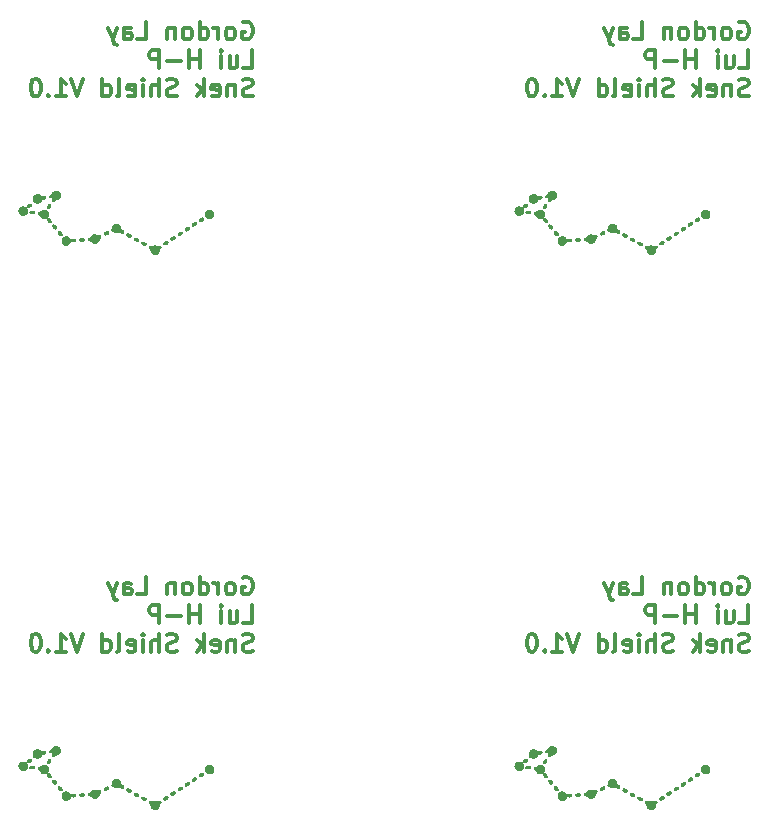
<source format=gbr>
%TF.GenerationSoftware,KiCad,Pcbnew,(6.0.11)*%
%TF.CreationDate,2023-02-14T10:41:56+13:00*%
%TF.ProjectId,shield_panel,73686965-6c64-45f7-9061-6e656c2e6b69,rev?*%
%TF.SameCoordinates,Original*%
%TF.FileFunction,Legend,Bot*%
%TF.FilePolarity,Positive*%
%FSLAX46Y46*%
G04 Gerber Fmt 4.6, Leading zero omitted, Abs format (unit mm)*
G04 Created by KiCad (PCBNEW (6.0.11)) date 2023-02-14 10:41:56*
%MOMM*%
%LPD*%
G01*
G04 APERTURE LIST*
%ADD10C,0.020000*%
%ADD11C,0.300000*%
G04 APERTURE END LIST*
D10*
G36*
X30676979Y-50597587D02*
G01*
X30701539Y-50600123D01*
X30725727Y-50604013D01*
X30749192Y-50609253D01*
X30771582Y-50615835D01*
X30792545Y-50623756D01*
X30802382Y-50628217D01*
X30811731Y-50633011D01*
X30820548Y-50638136D01*
X30828788Y-50643593D01*
X30838174Y-50651296D01*
X30846496Y-50658579D01*
X30853763Y-50665522D01*
X30857005Y-50668890D01*
X30859987Y-50672201D01*
X30862710Y-50675466D01*
X30865177Y-50678694D01*
X30867387Y-50681895D01*
X30869343Y-50685079D01*
X30871046Y-50688255D01*
X30872497Y-50691433D01*
X30873698Y-50694622D01*
X30874649Y-50697833D01*
X30875352Y-50701074D01*
X30875808Y-50704357D01*
X30876019Y-50707689D01*
X30875985Y-50711082D01*
X30875709Y-50714545D01*
X30875191Y-50718087D01*
X30874433Y-50721718D01*
X30873436Y-50725448D01*
X30872201Y-50729287D01*
X30870730Y-50733244D01*
X30869023Y-50737328D01*
X30867083Y-50741551D01*
X30864910Y-50745920D01*
X30862506Y-50750447D01*
X30857010Y-50760009D01*
X30850269Y-50769159D01*
X30842029Y-50777437D01*
X30832401Y-50784859D01*
X30821498Y-50791443D01*
X30809432Y-50797205D01*
X30796316Y-50802162D01*
X30782262Y-50806331D01*
X30767382Y-50809729D01*
X30751790Y-50812373D01*
X30735596Y-50814279D01*
X30701857Y-50815944D01*
X30667063Y-50814861D01*
X30632114Y-50811163D01*
X30597910Y-50804984D01*
X30565348Y-50796459D01*
X30535329Y-50785722D01*
X30521554Y-50779567D01*
X30508752Y-50772908D01*
X30497035Y-50765764D01*
X30486516Y-50758151D01*
X30477307Y-50750086D01*
X30469520Y-50741586D01*
X30463267Y-50732666D01*
X30458662Y-50723346D01*
X30455817Y-50713640D01*
X30454843Y-50703566D01*
X30454895Y-50702202D01*
X30455048Y-50700759D01*
X30455650Y-50697647D01*
X30456634Y-50694256D01*
X30457985Y-50690612D01*
X30459688Y-50686741D01*
X30461727Y-50682668D01*
X30464086Y-50678419D01*
X30466750Y-50674020D01*
X30469703Y-50669498D01*
X30472930Y-50664877D01*
X30476415Y-50660184D01*
X30480144Y-50655445D01*
X30484100Y-50650684D01*
X30488267Y-50645929D01*
X30492631Y-50641205D01*
X30497176Y-50636538D01*
X30502853Y-50631422D01*
X30509272Y-50626656D01*
X30516388Y-50622241D01*
X30524158Y-50618175D01*
X30532538Y-50614458D01*
X30541484Y-50611090D01*
X30560897Y-50605394D01*
X30582046Y-50601083D01*
X30604580Y-50598152D01*
X30628148Y-50596596D01*
X30652398Y-50596409D01*
X30676979Y-50597587D01*
G37*
X30676979Y-50597587D02*
X30701539Y-50600123D01*
X30725727Y-50604013D01*
X30749192Y-50609253D01*
X30771582Y-50615835D01*
X30792545Y-50623756D01*
X30802382Y-50628217D01*
X30811731Y-50633011D01*
X30820548Y-50638136D01*
X30828788Y-50643593D01*
X30838174Y-50651296D01*
X30846496Y-50658579D01*
X30853763Y-50665522D01*
X30857005Y-50668890D01*
X30859987Y-50672201D01*
X30862710Y-50675466D01*
X30865177Y-50678694D01*
X30867387Y-50681895D01*
X30869343Y-50685079D01*
X30871046Y-50688255D01*
X30872497Y-50691433D01*
X30873698Y-50694622D01*
X30874649Y-50697833D01*
X30875352Y-50701074D01*
X30875808Y-50704357D01*
X30876019Y-50707689D01*
X30875985Y-50711082D01*
X30875709Y-50714545D01*
X30875191Y-50718087D01*
X30874433Y-50721718D01*
X30873436Y-50725448D01*
X30872201Y-50729287D01*
X30870730Y-50733244D01*
X30869023Y-50737328D01*
X30867083Y-50741551D01*
X30864910Y-50745920D01*
X30862506Y-50750447D01*
X30857010Y-50760009D01*
X30850269Y-50769159D01*
X30842029Y-50777437D01*
X30832401Y-50784859D01*
X30821498Y-50791443D01*
X30809432Y-50797205D01*
X30796316Y-50802162D01*
X30782262Y-50806331D01*
X30767382Y-50809729D01*
X30751790Y-50812373D01*
X30735596Y-50814279D01*
X30701857Y-50815944D01*
X30667063Y-50814861D01*
X30632114Y-50811163D01*
X30597910Y-50804984D01*
X30565348Y-50796459D01*
X30535329Y-50785722D01*
X30521554Y-50779567D01*
X30508752Y-50772908D01*
X30497035Y-50765764D01*
X30486516Y-50758151D01*
X30477307Y-50750086D01*
X30469520Y-50741586D01*
X30463267Y-50732666D01*
X30458662Y-50723346D01*
X30455817Y-50713640D01*
X30454843Y-50703566D01*
X30454895Y-50702202D01*
X30455048Y-50700759D01*
X30455650Y-50697647D01*
X30456634Y-50694256D01*
X30457985Y-50690612D01*
X30459688Y-50686741D01*
X30461727Y-50682668D01*
X30464086Y-50678419D01*
X30466750Y-50674020D01*
X30469703Y-50669498D01*
X30472930Y-50664877D01*
X30476415Y-50660184D01*
X30480144Y-50655445D01*
X30484100Y-50650684D01*
X30488267Y-50645929D01*
X30492631Y-50641205D01*
X30497176Y-50636538D01*
X30502853Y-50631422D01*
X30509272Y-50626656D01*
X30516388Y-50622241D01*
X30524158Y-50618175D01*
X30532538Y-50614458D01*
X30541484Y-50611090D01*
X30560897Y-50605394D01*
X30582046Y-50601083D01*
X30604580Y-50598152D01*
X30628148Y-50596596D01*
X30652398Y-50596409D01*
X30676979Y-50597587D01*
G36*
X72676979Y-50597587D02*
G01*
X72701539Y-50600123D01*
X72725727Y-50604013D01*
X72749192Y-50609253D01*
X72771582Y-50615835D01*
X72792545Y-50623756D01*
X72802382Y-50628217D01*
X72811731Y-50633011D01*
X72820548Y-50638136D01*
X72828788Y-50643593D01*
X72838174Y-50651296D01*
X72846496Y-50658579D01*
X72853763Y-50665522D01*
X72857005Y-50668890D01*
X72859987Y-50672201D01*
X72862710Y-50675466D01*
X72865177Y-50678694D01*
X72867387Y-50681895D01*
X72869343Y-50685079D01*
X72871046Y-50688255D01*
X72872497Y-50691433D01*
X72873698Y-50694622D01*
X72874649Y-50697833D01*
X72875352Y-50701074D01*
X72875808Y-50704357D01*
X72876019Y-50707689D01*
X72875985Y-50711082D01*
X72875709Y-50714545D01*
X72875191Y-50718087D01*
X72874433Y-50721718D01*
X72873436Y-50725448D01*
X72872201Y-50729287D01*
X72870730Y-50733244D01*
X72869023Y-50737328D01*
X72867083Y-50741551D01*
X72864910Y-50745920D01*
X72862506Y-50750447D01*
X72857010Y-50760009D01*
X72850269Y-50769159D01*
X72842029Y-50777437D01*
X72832401Y-50784859D01*
X72821498Y-50791443D01*
X72809432Y-50797205D01*
X72796316Y-50802162D01*
X72782262Y-50806331D01*
X72767382Y-50809729D01*
X72751790Y-50812373D01*
X72735596Y-50814279D01*
X72701857Y-50815944D01*
X72667063Y-50814861D01*
X72632114Y-50811163D01*
X72597910Y-50804984D01*
X72565348Y-50796459D01*
X72535329Y-50785722D01*
X72521554Y-50779567D01*
X72508752Y-50772908D01*
X72497035Y-50765764D01*
X72486516Y-50758151D01*
X72477307Y-50750086D01*
X72469520Y-50741586D01*
X72463267Y-50732666D01*
X72458662Y-50723346D01*
X72455817Y-50713640D01*
X72454843Y-50703566D01*
X72454895Y-50702202D01*
X72455048Y-50700759D01*
X72455650Y-50697647D01*
X72456634Y-50694256D01*
X72457985Y-50690612D01*
X72459688Y-50686741D01*
X72461727Y-50682668D01*
X72464086Y-50678419D01*
X72466750Y-50674020D01*
X72469703Y-50669498D01*
X72472930Y-50664877D01*
X72476415Y-50660184D01*
X72480144Y-50655445D01*
X72484100Y-50650684D01*
X72488267Y-50645929D01*
X72492631Y-50641205D01*
X72497176Y-50636538D01*
X72502853Y-50631422D01*
X72509272Y-50626656D01*
X72516388Y-50622241D01*
X72524158Y-50618175D01*
X72532538Y-50614458D01*
X72541484Y-50611090D01*
X72560897Y-50605394D01*
X72582046Y-50601083D01*
X72604580Y-50598152D01*
X72628148Y-50596596D01*
X72652398Y-50596409D01*
X72676979Y-50597587D01*
G37*
X72676979Y-50597587D02*
X72701539Y-50600123D01*
X72725727Y-50604013D01*
X72749192Y-50609253D01*
X72771582Y-50615835D01*
X72792545Y-50623756D01*
X72802382Y-50628217D01*
X72811731Y-50633011D01*
X72820548Y-50638136D01*
X72828788Y-50643593D01*
X72838174Y-50651296D01*
X72846496Y-50658579D01*
X72853763Y-50665522D01*
X72857005Y-50668890D01*
X72859987Y-50672201D01*
X72862710Y-50675466D01*
X72865177Y-50678694D01*
X72867387Y-50681895D01*
X72869343Y-50685079D01*
X72871046Y-50688255D01*
X72872497Y-50691433D01*
X72873698Y-50694622D01*
X72874649Y-50697833D01*
X72875352Y-50701074D01*
X72875808Y-50704357D01*
X72876019Y-50707689D01*
X72875985Y-50711082D01*
X72875709Y-50714545D01*
X72875191Y-50718087D01*
X72874433Y-50721718D01*
X72873436Y-50725448D01*
X72872201Y-50729287D01*
X72870730Y-50733244D01*
X72869023Y-50737328D01*
X72867083Y-50741551D01*
X72864910Y-50745920D01*
X72862506Y-50750447D01*
X72857010Y-50760009D01*
X72850269Y-50769159D01*
X72842029Y-50777437D01*
X72832401Y-50784859D01*
X72821498Y-50791443D01*
X72809432Y-50797205D01*
X72796316Y-50802162D01*
X72782262Y-50806331D01*
X72767382Y-50809729D01*
X72751790Y-50812373D01*
X72735596Y-50814279D01*
X72701857Y-50815944D01*
X72667063Y-50814861D01*
X72632114Y-50811163D01*
X72597910Y-50804984D01*
X72565348Y-50796459D01*
X72535329Y-50785722D01*
X72521554Y-50779567D01*
X72508752Y-50772908D01*
X72497035Y-50765764D01*
X72486516Y-50758151D01*
X72477307Y-50750086D01*
X72469520Y-50741586D01*
X72463267Y-50732666D01*
X72458662Y-50723346D01*
X72455817Y-50713640D01*
X72454843Y-50703566D01*
X72454895Y-50702202D01*
X72455048Y-50700759D01*
X72455650Y-50697647D01*
X72456634Y-50694256D01*
X72457985Y-50690612D01*
X72459688Y-50686741D01*
X72461727Y-50682668D01*
X72464086Y-50678419D01*
X72466750Y-50674020D01*
X72469703Y-50669498D01*
X72472930Y-50664877D01*
X72476415Y-50660184D01*
X72480144Y-50655445D01*
X72484100Y-50650684D01*
X72488267Y-50645929D01*
X72492631Y-50641205D01*
X72497176Y-50636538D01*
X72502853Y-50631422D01*
X72509272Y-50626656D01*
X72516388Y-50622241D01*
X72524158Y-50618175D01*
X72532538Y-50614458D01*
X72541484Y-50611090D01*
X72560897Y-50605394D01*
X72582046Y-50601083D01*
X72604580Y-50598152D01*
X72628148Y-50596596D01*
X72652398Y-50596409D01*
X72676979Y-50597587D01*
G36*
X30676979Y-97597587D02*
G01*
X30701539Y-97600123D01*
X30725727Y-97604013D01*
X30749192Y-97609253D01*
X30771582Y-97615835D01*
X30792545Y-97623756D01*
X30802382Y-97628217D01*
X30811731Y-97633011D01*
X30820548Y-97638136D01*
X30828788Y-97643593D01*
X30838174Y-97651296D01*
X30846496Y-97658579D01*
X30853763Y-97665522D01*
X30857005Y-97668890D01*
X30859987Y-97672201D01*
X30862710Y-97675466D01*
X30865177Y-97678694D01*
X30867387Y-97681895D01*
X30869343Y-97685079D01*
X30871046Y-97688255D01*
X30872497Y-97691433D01*
X30873698Y-97694622D01*
X30874649Y-97697833D01*
X30875352Y-97701074D01*
X30875808Y-97704357D01*
X30876019Y-97707689D01*
X30875985Y-97711082D01*
X30875709Y-97714545D01*
X30875191Y-97718087D01*
X30874433Y-97721718D01*
X30873436Y-97725448D01*
X30872201Y-97729287D01*
X30870730Y-97733244D01*
X30869023Y-97737328D01*
X30867083Y-97741551D01*
X30864910Y-97745920D01*
X30862506Y-97750447D01*
X30857010Y-97760009D01*
X30850269Y-97769159D01*
X30842029Y-97777437D01*
X30832401Y-97784859D01*
X30821498Y-97791443D01*
X30809432Y-97797205D01*
X30796316Y-97802162D01*
X30782262Y-97806331D01*
X30767382Y-97809729D01*
X30751790Y-97812373D01*
X30735596Y-97814279D01*
X30701857Y-97815944D01*
X30667063Y-97814861D01*
X30632114Y-97811163D01*
X30597910Y-97804984D01*
X30565348Y-97796459D01*
X30535329Y-97785722D01*
X30521554Y-97779567D01*
X30508752Y-97772908D01*
X30497035Y-97765764D01*
X30486516Y-97758151D01*
X30477307Y-97750086D01*
X30469520Y-97741586D01*
X30463267Y-97732666D01*
X30458662Y-97723346D01*
X30455817Y-97713640D01*
X30454843Y-97703566D01*
X30454895Y-97702202D01*
X30455048Y-97700759D01*
X30455650Y-97697647D01*
X30456634Y-97694256D01*
X30457985Y-97690612D01*
X30459688Y-97686741D01*
X30461727Y-97682668D01*
X30464086Y-97678419D01*
X30466750Y-97674020D01*
X30469703Y-97669498D01*
X30472930Y-97664877D01*
X30476415Y-97660184D01*
X30480144Y-97655445D01*
X30484100Y-97650684D01*
X30488267Y-97645929D01*
X30492631Y-97641205D01*
X30497176Y-97636538D01*
X30502853Y-97631422D01*
X30509272Y-97626656D01*
X30516388Y-97622241D01*
X30524158Y-97618175D01*
X30532538Y-97614458D01*
X30541484Y-97611090D01*
X30560897Y-97605394D01*
X30582046Y-97601083D01*
X30604580Y-97598152D01*
X30628148Y-97596596D01*
X30652398Y-97596409D01*
X30676979Y-97597587D01*
G37*
X30676979Y-97597587D02*
X30701539Y-97600123D01*
X30725727Y-97604013D01*
X30749192Y-97609253D01*
X30771582Y-97615835D01*
X30792545Y-97623756D01*
X30802382Y-97628217D01*
X30811731Y-97633011D01*
X30820548Y-97638136D01*
X30828788Y-97643593D01*
X30838174Y-97651296D01*
X30846496Y-97658579D01*
X30853763Y-97665522D01*
X30857005Y-97668890D01*
X30859987Y-97672201D01*
X30862710Y-97675466D01*
X30865177Y-97678694D01*
X30867387Y-97681895D01*
X30869343Y-97685079D01*
X30871046Y-97688255D01*
X30872497Y-97691433D01*
X30873698Y-97694622D01*
X30874649Y-97697833D01*
X30875352Y-97701074D01*
X30875808Y-97704357D01*
X30876019Y-97707689D01*
X30875985Y-97711082D01*
X30875709Y-97714545D01*
X30875191Y-97718087D01*
X30874433Y-97721718D01*
X30873436Y-97725448D01*
X30872201Y-97729287D01*
X30870730Y-97733244D01*
X30869023Y-97737328D01*
X30867083Y-97741551D01*
X30864910Y-97745920D01*
X30862506Y-97750447D01*
X30857010Y-97760009D01*
X30850269Y-97769159D01*
X30842029Y-97777437D01*
X30832401Y-97784859D01*
X30821498Y-97791443D01*
X30809432Y-97797205D01*
X30796316Y-97802162D01*
X30782262Y-97806331D01*
X30767382Y-97809729D01*
X30751790Y-97812373D01*
X30735596Y-97814279D01*
X30701857Y-97815944D01*
X30667063Y-97814861D01*
X30632114Y-97811163D01*
X30597910Y-97804984D01*
X30565348Y-97796459D01*
X30535329Y-97785722D01*
X30521554Y-97779567D01*
X30508752Y-97772908D01*
X30497035Y-97765764D01*
X30486516Y-97758151D01*
X30477307Y-97750086D01*
X30469520Y-97741586D01*
X30463267Y-97732666D01*
X30458662Y-97723346D01*
X30455817Y-97713640D01*
X30454843Y-97703566D01*
X30454895Y-97702202D01*
X30455048Y-97700759D01*
X30455650Y-97697647D01*
X30456634Y-97694256D01*
X30457985Y-97690612D01*
X30459688Y-97686741D01*
X30461727Y-97682668D01*
X30464086Y-97678419D01*
X30466750Y-97674020D01*
X30469703Y-97669498D01*
X30472930Y-97664877D01*
X30476415Y-97660184D01*
X30480144Y-97655445D01*
X30484100Y-97650684D01*
X30488267Y-97645929D01*
X30492631Y-97641205D01*
X30497176Y-97636538D01*
X30502853Y-97631422D01*
X30509272Y-97626656D01*
X30516388Y-97622241D01*
X30524158Y-97618175D01*
X30532538Y-97614458D01*
X30541484Y-97611090D01*
X30560897Y-97605394D01*
X30582046Y-97601083D01*
X30604580Y-97598152D01*
X30628148Y-97596596D01*
X30652398Y-97596409D01*
X30676979Y-97597587D01*
G36*
X72676979Y-97597587D02*
G01*
X72701539Y-97600123D01*
X72725727Y-97604013D01*
X72749192Y-97609253D01*
X72771582Y-97615835D01*
X72792545Y-97623756D01*
X72802382Y-97628217D01*
X72811731Y-97633011D01*
X72820548Y-97638136D01*
X72828788Y-97643593D01*
X72838174Y-97651296D01*
X72846496Y-97658579D01*
X72853763Y-97665522D01*
X72857005Y-97668890D01*
X72859987Y-97672201D01*
X72862710Y-97675466D01*
X72865177Y-97678694D01*
X72867387Y-97681895D01*
X72869343Y-97685079D01*
X72871046Y-97688255D01*
X72872497Y-97691433D01*
X72873698Y-97694622D01*
X72874649Y-97697833D01*
X72875352Y-97701074D01*
X72875808Y-97704357D01*
X72876019Y-97707689D01*
X72875985Y-97711082D01*
X72875709Y-97714545D01*
X72875191Y-97718087D01*
X72874433Y-97721718D01*
X72873436Y-97725448D01*
X72872201Y-97729287D01*
X72870730Y-97733244D01*
X72869023Y-97737328D01*
X72867083Y-97741551D01*
X72864910Y-97745920D01*
X72862506Y-97750447D01*
X72857010Y-97760009D01*
X72850269Y-97769159D01*
X72842029Y-97777437D01*
X72832401Y-97784859D01*
X72821498Y-97791443D01*
X72809432Y-97797205D01*
X72796316Y-97802162D01*
X72782262Y-97806331D01*
X72767382Y-97809729D01*
X72751790Y-97812373D01*
X72735596Y-97814279D01*
X72701857Y-97815944D01*
X72667063Y-97814861D01*
X72632114Y-97811163D01*
X72597910Y-97804984D01*
X72565348Y-97796459D01*
X72535329Y-97785722D01*
X72521554Y-97779567D01*
X72508752Y-97772908D01*
X72497035Y-97765764D01*
X72486516Y-97758151D01*
X72477307Y-97750086D01*
X72469520Y-97741586D01*
X72463267Y-97732666D01*
X72458662Y-97723346D01*
X72455817Y-97713640D01*
X72454843Y-97703566D01*
X72454895Y-97702202D01*
X72455048Y-97700759D01*
X72455650Y-97697647D01*
X72456634Y-97694256D01*
X72457985Y-97690612D01*
X72459688Y-97686741D01*
X72461727Y-97682668D01*
X72464086Y-97678419D01*
X72466750Y-97674020D01*
X72469703Y-97669498D01*
X72472930Y-97664877D01*
X72476415Y-97660184D01*
X72480144Y-97655445D01*
X72484100Y-97650684D01*
X72488267Y-97645929D01*
X72492631Y-97641205D01*
X72497176Y-97636538D01*
X72502853Y-97631422D01*
X72509272Y-97626656D01*
X72516388Y-97622241D01*
X72524158Y-97618175D01*
X72532538Y-97614458D01*
X72541484Y-97611090D01*
X72560897Y-97605394D01*
X72582046Y-97601083D01*
X72604580Y-97598152D01*
X72628148Y-97596596D01*
X72652398Y-97596409D01*
X72676979Y-97597587D01*
G37*
X72676979Y-97597587D02*
X72701539Y-97600123D01*
X72725727Y-97604013D01*
X72749192Y-97609253D01*
X72771582Y-97615835D01*
X72792545Y-97623756D01*
X72802382Y-97628217D01*
X72811731Y-97633011D01*
X72820548Y-97638136D01*
X72828788Y-97643593D01*
X72838174Y-97651296D01*
X72846496Y-97658579D01*
X72853763Y-97665522D01*
X72857005Y-97668890D01*
X72859987Y-97672201D01*
X72862710Y-97675466D01*
X72865177Y-97678694D01*
X72867387Y-97681895D01*
X72869343Y-97685079D01*
X72871046Y-97688255D01*
X72872497Y-97691433D01*
X72873698Y-97694622D01*
X72874649Y-97697833D01*
X72875352Y-97701074D01*
X72875808Y-97704357D01*
X72876019Y-97707689D01*
X72875985Y-97711082D01*
X72875709Y-97714545D01*
X72875191Y-97718087D01*
X72874433Y-97721718D01*
X72873436Y-97725448D01*
X72872201Y-97729287D01*
X72870730Y-97733244D01*
X72869023Y-97737328D01*
X72867083Y-97741551D01*
X72864910Y-97745920D01*
X72862506Y-97750447D01*
X72857010Y-97760009D01*
X72850269Y-97769159D01*
X72842029Y-97777437D01*
X72832401Y-97784859D01*
X72821498Y-97791443D01*
X72809432Y-97797205D01*
X72796316Y-97802162D01*
X72782262Y-97806331D01*
X72767382Y-97809729D01*
X72751790Y-97812373D01*
X72735596Y-97814279D01*
X72701857Y-97815944D01*
X72667063Y-97814861D01*
X72632114Y-97811163D01*
X72597910Y-97804984D01*
X72565348Y-97796459D01*
X72535329Y-97785722D01*
X72521554Y-97779567D01*
X72508752Y-97772908D01*
X72497035Y-97765764D01*
X72486516Y-97758151D01*
X72477307Y-97750086D01*
X72469520Y-97741586D01*
X72463267Y-97732666D01*
X72458662Y-97723346D01*
X72455817Y-97713640D01*
X72454843Y-97703566D01*
X72454895Y-97702202D01*
X72455048Y-97700759D01*
X72455650Y-97697647D01*
X72456634Y-97694256D01*
X72457985Y-97690612D01*
X72459688Y-97686741D01*
X72461727Y-97682668D01*
X72464086Y-97678419D01*
X72466750Y-97674020D01*
X72469703Y-97669498D01*
X72472930Y-97664877D01*
X72476415Y-97660184D01*
X72480144Y-97655445D01*
X72484100Y-97650684D01*
X72488267Y-97645929D01*
X72492631Y-97641205D01*
X72497176Y-97636538D01*
X72502853Y-97631422D01*
X72509272Y-97626656D01*
X72516388Y-97622241D01*
X72524158Y-97618175D01*
X72532538Y-97614458D01*
X72541484Y-97611090D01*
X72560897Y-97605394D01*
X72582046Y-97601083D01*
X72604580Y-97598152D01*
X72628148Y-97596596D01*
X72652398Y-97596409D01*
X72676979Y-97597587D01*
G36*
X29932732Y-50234371D02*
G01*
X29962584Y-50236172D01*
X29991266Y-50240181D01*
X30018740Y-50246291D01*
X30044973Y-50254394D01*
X30069929Y-50264383D01*
X30093575Y-50276151D01*
X30115874Y-50289591D01*
X30136792Y-50304596D01*
X30156294Y-50321058D01*
X30174345Y-50338869D01*
X30190911Y-50357924D01*
X30205956Y-50378114D01*
X30219445Y-50399333D01*
X30231344Y-50421472D01*
X30241618Y-50444426D01*
X30250232Y-50468086D01*
X30257151Y-50492346D01*
X30262340Y-50517098D01*
X30265764Y-50542235D01*
X30267389Y-50567650D01*
X30267179Y-50593235D01*
X30265099Y-50618883D01*
X30261116Y-50644488D01*
X30255193Y-50669941D01*
X30247296Y-50695137D01*
X30237391Y-50719966D01*
X30225441Y-50744323D01*
X30211413Y-50768099D01*
X30195271Y-50791188D01*
X30176981Y-50813483D01*
X30156507Y-50834876D01*
X30133815Y-50855260D01*
X30118912Y-50867404D01*
X30103972Y-50878701D01*
X30088998Y-50889152D01*
X30073995Y-50898758D01*
X30058965Y-50907518D01*
X30043914Y-50915435D01*
X30028844Y-50922507D01*
X30013761Y-50928737D01*
X29998667Y-50934125D01*
X29983566Y-50938670D01*
X29968463Y-50942375D01*
X29953361Y-50945239D01*
X29938264Y-50947264D01*
X29923177Y-50948449D01*
X29908102Y-50948796D01*
X29893044Y-50948305D01*
X29878007Y-50946977D01*
X29862994Y-50944813D01*
X29848010Y-50941813D01*
X29833058Y-50937977D01*
X29818143Y-50933307D01*
X29803267Y-50927803D01*
X29788435Y-50921465D01*
X29773651Y-50914295D01*
X29758919Y-50906293D01*
X29744242Y-50897460D01*
X29729625Y-50887796D01*
X29715071Y-50877302D01*
X29700584Y-50865978D01*
X29686168Y-50853826D01*
X29671827Y-50840845D01*
X29657565Y-50827038D01*
X29632593Y-50800770D01*
X29610581Y-50774824D01*
X29600681Y-50761941D01*
X29591515Y-50749104D01*
X29583082Y-50736301D01*
X29575379Y-50723519D01*
X29568405Y-50710748D01*
X29562158Y-50697976D01*
X29556635Y-50685190D01*
X29551835Y-50672380D01*
X29547757Y-50659534D01*
X29544397Y-50646641D01*
X29541754Y-50633687D01*
X29539826Y-50620663D01*
X29538611Y-50607556D01*
X29538108Y-50594354D01*
X29538313Y-50581047D01*
X29539226Y-50567622D01*
X29540845Y-50554068D01*
X29543167Y-50540373D01*
X29546190Y-50526526D01*
X29549913Y-50512514D01*
X29554334Y-50498327D01*
X29559450Y-50483953D01*
X29565260Y-50469379D01*
X29571762Y-50454595D01*
X29586833Y-50424349D01*
X29604649Y-50393121D01*
X29618798Y-50372115D01*
X29626078Y-50362222D01*
X29633505Y-50352731D01*
X29641087Y-50343638D01*
X29648832Y-50334938D01*
X29656748Y-50326630D01*
X29664841Y-50318707D01*
X29673121Y-50311167D01*
X29681595Y-50304005D01*
X29690270Y-50297218D01*
X29699154Y-50290802D01*
X29708256Y-50284752D01*
X29717582Y-50279066D01*
X29727141Y-50273739D01*
X29736940Y-50268767D01*
X29746987Y-50264146D01*
X29757290Y-50259873D01*
X29767857Y-50255944D01*
X29778695Y-50252354D01*
X29789812Y-50249101D01*
X29801215Y-50246179D01*
X29812913Y-50243585D01*
X29824914Y-50241316D01*
X29837225Y-50239367D01*
X29849853Y-50237735D01*
X29876094Y-50235404D01*
X29903700Y-50234293D01*
X29932732Y-50234371D01*
G37*
X29932732Y-50234371D02*
X29962584Y-50236172D01*
X29991266Y-50240181D01*
X30018740Y-50246291D01*
X30044973Y-50254394D01*
X30069929Y-50264383D01*
X30093575Y-50276151D01*
X30115874Y-50289591D01*
X30136792Y-50304596D01*
X30156294Y-50321058D01*
X30174345Y-50338869D01*
X30190911Y-50357924D01*
X30205956Y-50378114D01*
X30219445Y-50399333D01*
X30231344Y-50421472D01*
X30241618Y-50444426D01*
X30250232Y-50468086D01*
X30257151Y-50492346D01*
X30262340Y-50517098D01*
X30265764Y-50542235D01*
X30267389Y-50567650D01*
X30267179Y-50593235D01*
X30265099Y-50618883D01*
X30261116Y-50644488D01*
X30255193Y-50669941D01*
X30247296Y-50695137D01*
X30237391Y-50719966D01*
X30225441Y-50744323D01*
X30211413Y-50768099D01*
X30195271Y-50791188D01*
X30176981Y-50813483D01*
X30156507Y-50834876D01*
X30133815Y-50855260D01*
X30118912Y-50867404D01*
X30103972Y-50878701D01*
X30088998Y-50889152D01*
X30073995Y-50898758D01*
X30058965Y-50907518D01*
X30043914Y-50915435D01*
X30028844Y-50922507D01*
X30013761Y-50928737D01*
X29998667Y-50934125D01*
X29983566Y-50938670D01*
X29968463Y-50942375D01*
X29953361Y-50945239D01*
X29938264Y-50947264D01*
X29923177Y-50948449D01*
X29908102Y-50948796D01*
X29893044Y-50948305D01*
X29878007Y-50946977D01*
X29862994Y-50944813D01*
X29848010Y-50941813D01*
X29833058Y-50937977D01*
X29818143Y-50933307D01*
X29803267Y-50927803D01*
X29788435Y-50921465D01*
X29773651Y-50914295D01*
X29758919Y-50906293D01*
X29744242Y-50897460D01*
X29729625Y-50887796D01*
X29715071Y-50877302D01*
X29700584Y-50865978D01*
X29686168Y-50853826D01*
X29671827Y-50840845D01*
X29657565Y-50827038D01*
X29632593Y-50800770D01*
X29610581Y-50774824D01*
X29600681Y-50761941D01*
X29591515Y-50749104D01*
X29583082Y-50736301D01*
X29575379Y-50723519D01*
X29568405Y-50710748D01*
X29562158Y-50697976D01*
X29556635Y-50685190D01*
X29551835Y-50672380D01*
X29547757Y-50659534D01*
X29544397Y-50646641D01*
X29541754Y-50633687D01*
X29539826Y-50620663D01*
X29538611Y-50607556D01*
X29538108Y-50594354D01*
X29538313Y-50581047D01*
X29539226Y-50567622D01*
X29540845Y-50554068D01*
X29543167Y-50540373D01*
X29546190Y-50526526D01*
X29549913Y-50512514D01*
X29554334Y-50498327D01*
X29559450Y-50483953D01*
X29565260Y-50469379D01*
X29571762Y-50454595D01*
X29586833Y-50424349D01*
X29604649Y-50393121D01*
X29618798Y-50372115D01*
X29626078Y-50362222D01*
X29633505Y-50352731D01*
X29641087Y-50343638D01*
X29648832Y-50334938D01*
X29656748Y-50326630D01*
X29664841Y-50318707D01*
X29673121Y-50311167D01*
X29681595Y-50304005D01*
X29690270Y-50297218D01*
X29699154Y-50290802D01*
X29708256Y-50284752D01*
X29717582Y-50279066D01*
X29727141Y-50273739D01*
X29736940Y-50268767D01*
X29746987Y-50264146D01*
X29757290Y-50259873D01*
X29767857Y-50255944D01*
X29778695Y-50252354D01*
X29789812Y-50249101D01*
X29801215Y-50246179D01*
X29812913Y-50243585D01*
X29824914Y-50241316D01*
X29837225Y-50239367D01*
X29849853Y-50237735D01*
X29876094Y-50235404D01*
X29903700Y-50234293D01*
X29932732Y-50234371D01*
G36*
X71932732Y-50234371D02*
G01*
X71962584Y-50236172D01*
X71991266Y-50240181D01*
X72018740Y-50246291D01*
X72044973Y-50254394D01*
X72069929Y-50264383D01*
X72093575Y-50276151D01*
X72115874Y-50289591D01*
X72136792Y-50304596D01*
X72156294Y-50321058D01*
X72174345Y-50338869D01*
X72190911Y-50357924D01*
X72205956Y-50378114D01*
X72219445Y-50399333D01*
X72231344Y-50421472D01*
X72241618Y-50444426D01*
X72250232Y-50468086D01*
X72257151Y-50492346D01*
X72262340Y-50517098D01*
X72265764Y-50542235D01*
X72267389Y-50567650D01*
X72267179Y-50593235D01*
X72265099Y-50618883D01*
X72261116Y-50644488D01*
X72255193Y-50669941D01*
X72247296Y-50695137D01*
X72237391Y-50719966D01*
X72225441Y-50744323D01*
X72211413Y-50768099D01*
X72195271Y-50791188D01*
X72176981Y-50813483D01*
X72156507Y-50834876D01*
X72133815Y-50855260D01*
X72118912Y-50867404D01*
X72103972Y-50878701D01*
X72088998Y-50889152D01*
X72073995Y-50898758D01*
X72058965Y-50907518D01*
X72043914Y-50915435D01*
X72028844Y-50922507D01*
X72013761Y-50928737D01*
X71998667Y-50934125D01*
X71983566Y-50938670D01*
X71968463Y-50942375D01*
X71953361Y-50945239D01*
X71938264Y-50947264D01*
X71923177Y-50948449D01*
X71908102Y-50948796D01*
X71893044Y-50948305D01*
X71878007Y-50946977D01*
X71862994Y-50944813D01*
X71848010Y-50941813D01*
X71833058Y-50937977D01*
X71818143Y-50933307D01*
X71803267Y-50927803D01*
X71788435Y-50921465D01*
X71773651Y-50914295D01*
X71758919Y-50906293D01*
X71744242Y-50897460D01*
X71729625Y-50887796D01*
X71715071Y-50877302D01*
X71700584Y-50865978D01*
X71686168Y-50853826D01*
X71671827Y-50840845D01*
X71657565Y-50827038D01*
X71632593Y-50800770D01*
X71610581Y-50774824D01*
X71600681Y-50761941D01*
X71591515Y-50749104D01*
X71583082Y-50736301D01*
X71575379Y-50723519D01*
X71568405Y-50710748D01*
X71562158Y-50697976D01*
X71556635Y-50685190D01*
X71551835Y-50672380D01*
X71547757Y-50659534D01*
X71544397Y-50646641D01*
X71541754Y-50633687D01*
X71539826Y-50620663D01*
X71538611Y-50607556D01*
X71538108Y-50594354D01*
X71538313Y-50581047D01*
X71539226Y-50567622D01*
X71540845Y-50554068D01*
X71543167Y-50540373D01*
X71546190Y-50526526D01*
X71549913Y-50512514D01*
X71554334Y-50498327D01*
X71559450Y-50483953D01*
X71565260Y-50469379D01*
X71571762Y-50454595D01*
X71586833Y-50424349D01*
X71604649Y-50393121D01*
X71618798Y-50372115D01*
X71626078Y-50362222D01*
X71633505Y-50352731D01*
X71641087Y-50343638D01*
X71648832Y-50334938D01*
X71656748Y-50326630D01*
X71664841Y-50318707D01*
X71673121Y-50311167D01*
X71681595Y-50304005D01*
X71690270Y-50297218D01*
X71699154Y-50290802D01*
X71708256Y-50284752D01*
X71717582Y-50279066D01*
X71727141Y-50273739D01*
X71736940Y-50268767D01*
X71746987Y-50264146D01*
X71757290Y-50259873D01*
X71767857Y-50255944D01*
X71778695Y-50252354D01*
X71789812Y-50249101D01*
X71801215Y-50246179D01*
X71812913Y-50243585D01*
X71824914Y-50241316D01*
X71837225Y-50239367D01*
X71849853Y-50237735D01*
X71876094Y-50235404D01*
X71903700Y-50234293D01*
X71932732Y-50234371D01*
G37*
X71932732Y-50234371D02*
X71962584Y-50236172D01*
X71991266Y-50240181D01*
X72018740Y-50246291D01*
X72044973Y-50254394D01*
X72069929Y-50264383D01*
X72093575Y-50276151D01*
X72115874Y-50289591D01*
X72136792Y-50304596D01*
X72156294Y-50321058D01*
X72174345Y-50338869D01*
X72190911Y-50357924D01*
X72205956Y-50378114D01*
X72219445Y-50399333D01*
X72231344Y-50421472D01*
X72241618Y-50444426D01*
X72250232Y-50468086D01*
X72257151Y-50492346D01*
X72262340Y-50517098D01*
X72265764Y-50542235D01*
X72267389Y-50567650D01*
X72267179Y-50593235D01*
X72265099Y-50618883D01*
X72261116Y-50644488D01*
X72255193Y-50669941D01*
X72247296Y-50695137D01*
X72237391Y-50719966D01*
X72225441Y-50744323D01*
X72211413Y-50768099D01*
X72195271Y-50791188D01*
X72176981Y-50813483D01*
X72156507Y-50834876D01*
X72133815Y-50855260D01*
X72118912Y-50867404D01*
X72103972Y-50878701D01*
X72088998Y-50889152D01*
X72073995Y-50898758D01*
X72058965Y-50907518D01*
X72043914Y-50915435D01*
X72028844Y-50922507D01*
X72013761Y-50928737D01*
X71998667Y-50934125D01*
X71983566Y-50938670D01*
X71968463Y-50942375D01*
X71953361Y-50945239D01*
X71938264Y-50947264D01*
X71923177Y-50948449D01*
X71908102Y-50948796D01*
X71893044Y-50948305D01*
X71878007Y-50946977D01*
X71862994Y-50944813D01*
X71848010Y-50941813D01*
X71833058Y-50937977D01*
X71818143Y-50933307D01*
X71803267Y-50927803D01*
X71788435Y-50921465D01*
X71773651Y-50914295D01*
X71758919Y-50906293D01*
X71744242Y-50897460D01*
X71729625Y-50887796D01*
X71715071Y-50877302D01*
X71700584Y-50865978D01*
X71686168Y-50853826D01*
X71671827Y-50840845D01*
X71657565Y-50827038D01*
X71632593Y-50800770D01*
X71610581Y-50774824D01*
X71600681Y-50761941D01*
X71591515Y-50749104D01*
X71583082Y-50736301D01*
X71575379Y-50723519D01*
X71568405Y-50710748D01*
X71562158Y-50697976D01*
X71556635Y-50685190D01*
X71551835Y-50672380D01*
X71547757Y-50659534D01*
X71544397Y-50646641D01*
X71541754Y-50633687D01*
X71539826Y-50620663D01*
X71538611Y-50607556D01*
X71538108Y-50594354D01*
X71538313Y-50581047D01*
X71539226Y-50567622D01*
X71540845Y-50554068D01*
X71543167Y-50540373D01*
X71546190Y-50526526D01*
X71549913Y-50512514D01*
X71554334Y-50498327D01*
X71559450Y-50483953D01*
X71565260Y-50469379D01*
X71571762Y-50454595D01*
X71586833Y-50424349D01*
X71604649Y-50393121D01*
X71618798Y-50372115D01*
X71626078Y-50362222D01*
X71633505Y-50352731D01*
X71641087Y-50343638D01*
X71648832Y-50334938D01*
X71656748Y-50326630D01*
X71664841Y-50318707D01*
X71673121Y-50311167D01*
X71681595Y-50304005D01*
X71690270Y-50297218D01*
X71699154Y-50290802D01*
X71708256Y-50284752D01*
X71717582Y-50279066D01*
X71727141Y-50273739D01*
X71736940Y-50268767D01*
X71746987Y-50264146D01*
X71757290Y-50259873D01*
X71767857Y-50255944D01*
X71778695Y-50252354D01*
X71789812Y-50249101D01*
X71801215Y-50246179D01*
X71812913Y-50243585D01*
X71824914Y-50241316D01*
X71837225Y-50239367D01*
X71849853Y-50237735D01*
X71876094Y-50235404D01*
X71903700Y-50234293D01*
X71932732Y-50234371D01*
G36*
X29932732Y-97234371D02*
G01*
X29962584Y-97236172D01*
X29991266Y-97240181D01*
X30018740Y-97246291D01*
X30044973Y-97254394D01*
X30069929Y-97264383D01*
X30093575Y-97276151D01*
X30115874Y-97289591D01*
X30136792Y-97304596D01*
X30156294Y-97321058D01*
X30174345Y-97338869D01*
X30190911Y-97357924D01*
X30205956Y-97378114D01*
X30219445Y-97399333D01*
X30231344Y-97421472D01*
X30241618Y-97444426D01*
X30250232Y-97468086D01*
X30257151Y-97492346D01*
X30262340Y-97517098D01*
X30265764Y-97542235D01*
X30267389Y-97567650D01*
X30267179Y-97593235D01*
X30265099Y-97618883D01*
X30261116Y-97644488D01*
X30255193Y-97669941D01*
X30247296Y-97695137D01*
X30237391Y-97719966D01*
X30225441Y-97744323D01*
X30211413Y-97768099D01*
X30195271Y-97791188D01*
X30176981Y-97813483D01*
X30156507Y-97834876D01*
X30133815Y-97855260D01*
X30118912Y-97867404D01*
X30103972Y-97878701D01*
X30088998Y-97889152D01*
X30073995Y-97898758D01*
X30058965Y-97907518D01*
X30043914Y-97915435D01*
X30028844Y-97922507D01*
X30013761Y-97928737D01*
X29998667Y-97934125D01*
X29983566Y-97938670D01*
X29968463Y-97942375D01*
X29953361Y-97945239D01*
X29938264Y-97947264D01*
X29923177Y-97948449D01*
X29908102Y-97948796D01*
X29893044Y-97948305D01*
X29878007Y-97946977D01*
X29862994Y-97944813D01*
X29848010Y-97941813D01*
X29833058Y-97937977D01*
X29818143Y-97933307D01*
X29803267Y-97927803D01*
X29788435Y-97921465D01*
X29773651Y-97914295D01*
X29758919Y-97906293D01*
X29744242Y-97897460D01*
X29729625Y-97887796D01*
X29715071Y-97877302D01*
X29700584Y-97865978D01*
X29686168Y-97853826D01*
X29671827Y-97840845D01*
X29657565Y-97827038D01*
X29632593Y-97800770D01*
X29610581Y-97774824D01*
X29600681Y-97761941D01*
X29591515Y-97749104D01*
X29583082Y-97736301D01*
X29575379Y-97723519D01*
X29568405Y-97710748D01*
X29562158Y-97697976D01*
X29556635Y-97685190D01*
X29551835Y-97672380D01*
X29547757Y-97659534D01*
X29544397Y-97646641D01*
X29541754Y-97633687D01*
X29539826Y-97620663D01*
X29538611Y-97607556D01*
X29538108Y-97594354D01*
X29538313Y-97581047D01*
X29539226Y-97567622D01*
X29540845Y-97554068D01*
X29543167Y-97540373D01*
X29546190Y-97526526D01*
X29549913Y-97512514D01*
X29554334Y-97498327D01*
X29559450Y-97483953D01*
X29565260Y-97469379D01*
X29571762Y-97454595D01*
X29586833Y-97424349D01*
X29604649Y-97393121D01*
X29618798Y-97372115D01*
X29626078Y-97362222D01*
X29633505Y-97352731D01*
X29641087Y-97343638D01*
X29648832Y-97334938D01*
X29656748Y-97326630D01*
X29664841Y-97318707D01*
X29673121Y-97311167D01*
X29681595Y-97304005D01*
X29690270Y-97297218D01*
X29699154Y-97290802D01*
X29708256Y-97284752D01*
X29717582Y-97279066D01*
X29727141Y-97273739D01*
X29736940Y-97268767D01*
X29746987Y-97264146D01*
X29757290Y-97259873D01*
X29767857Y-97255944D01*
X29778695Y-97252354D01*
X29789812Y-97249101D01*
X29801215Y-97246179D01*
X29812913Y-97243585D01*
X29824914Y-97241316D01*
X29837225Y-97239367D01*
X29849853Y-97237735D01*
X29876094Y-97235404D01*
X29903700Y-97234293D01*
X29932732Y-97234371D01*
G37*
X29932732Y-97234371D02*
X29962584Y-97236172D01*
X29991266Y-97240181D01*
X30018740Y-97246291D01*
X30044973Y-97254394D01*
X30069929Y-97264383D01*
X30093575Y-97276151D01*
X30115874Y-97289591D01*
X30136792Y-97304596D01*
X30156294Y-97321058D01*
X30174345Y-97338869D01*
X30190911Y-97357924D01*
X30205956Y-97378114D01*
X30219445Y-97399333D01*
X30231344Y-97421472D01*
X30241618Y-97444426D01*
X30250232Y-97468086D01*
X30257151Y-97492346D01*
X30262340Y-97517098D01*
X30265764Y-97542235D01*
X30267389Y-97567650D01*
X30267179Y-97593235D01*
X30265099Y-97618883D01*
X30261116Y-97644488D01*
X30255193Y-97669941D01*
X30247296Y-97695137D01*
X30237391Y-97719966D01*
X30225441Y-97744323D01*
X30211413Y-97768099D01*
X30195271Y-97791188D01*
X30176981Y-97813483D01*
X30156507Y-97834876D01*
X30133815Y-97855260D01*
X30118912Y-97867404D01*
X30103972Y-97878701D01*
X30088998Y-97889152D01*
X30073995Y-97898758D01*
X30058965Y-97907518D01*
X30043914Y-97915435D01*
X30028844Y-97922507D01*
X30013761Y-97928737D01*
X29998667Y-97934125D01*
X29983566Y-97938670D01*
X29968463Y-97942375D01*
X29953361Y-97945239D01*
X29938264Y-97947264D01*
X29923177Y-97948449D01*
X29908102Y-97948796D01*
X29893044Y-97948305D01*
X29878007Y-97946977D01*
X29862994Y-97944813D01*
X29848010Y-97941813D01*
X29833058Y-97937977D01*
X29818143Y-97933307D01*
X29803267Y-97927803D01*
X29788435Y-97921465D01*
X29773651Y-97914295D01*
X29758919Y-97906293D01*
X29744242Y-97897460D01*
X29729625Y-97887796D01*
X29715071Y-97877302D01*
X29700584Y-97865978D01*
X29686168Y-97853826D01*
X29671827Y-97840845D01*
X29657565Y-97827038D01*
X29632593Y-97800770D01*
X29610581Y-97774824D01*
X29600681Y-97761941D01*
X29591515Y-97749104D01*
X29583082Y-97736301D01*
X29575379Y-97723519D01*
X29568405Y-97710748D01*
X29562158Y-97697976D01*
X29556635Y-97685190D01*
X29551835Y-97672380D01*
X29547757Y-97659534D01*
X29544397Y-97646641D01*
X29541754Y-97633687D01*
X29539826Y-97620663D01*
X29538611Y-97607556D01*
X29538108Y-97594354D01*
X29538313Y-97581047D01*
X29539226Y-97567622D01*
X29540845Y-97554068D01*
X29543167Y-97540373D01*
X29546190Y-97526526D01*
X29549913Y-97512514D01*
X29554334Y-97498327D01*
X29559450Y-97483953D01*
X29565260Y-97469379D01*
X29571762Y-97454595D01*
X29586833Y-97424349D01*
X29604649Y-97393121D01*
X29618798Y-97372115D01*
X29626078Y-97362222D01*
X29633505Y-97352731D01*
X29641087Y-97343638D01*
X29648832Y-97334938D01*
X29656748Y-97326630D01*
X29664841Y-97318707D01*
X29673121Y-97311167D01*
X29681595Y-97304005D01*
X29690270Y-97297218D01*
X29699154Y-97290802D01*
X29708256Y-97284752D01*
X29717582Y-97279066D01*
X29727141Y-97273739D01*
X29736940Y-97268767D01*
X29746987Y-97264146D01*
X29757290Y-97259873D01*
X29767857Y-97255944D01*
X29778695Y-97252354D01*
X29789812Y-97249101D01*
X29801215Y-97246179D01*
X29812913Y-97243585D01*
X29824914Y-97241316D01*
X29837225Y-97239367D01*
X29849853Y-97237735D01*
X29876094Y-97235404D01*
X29903700Y-97234293D01*
X29932732Y-97234371D01*
G36*
X71932732Y-97234371D02*
G01*
X71962584Y-97236172D01*
X71991266Y-97240181D01*
X72018740Y-97246291D01*
X72044973Y-97254394D01*
X72069929Y-97264383D01*
X72093575Y-97276151D01*
X72115874Y-97289591D01*
X72136792Y-97304596D01*
X72156294Y-97321058D01*
X72174345Y-97338869D01*
X72190911Y-97357924D01*
X72205956Y-97378114D01*
X72219445Y-97399333D01*
X72231344Y-97421472D01*
X72241618Y-97444426D01*
X72250232Y-97468086D01*
X72257151Y-97492346D01*
X72262340Y-97517098D01*
X72265764Y-97542235D01*
X72267389Y-97567650D01*
X72267179Y-97593235D01*
X72265099Y-97618883D01*
X72261116Y-97644488D01*
X72255193Y-97669941D01*
X72247296Y-97695137D01*
X72237391Y-97719966D01*
X72225441Y-97744323D01*
X72211413Y-97768099D01*
X72195271Y-97791188D01*
X72176981Y-97813483D01*
X72156507Y-97834876D01*
X72133815Y-97855260D01*
X72118912Y-97867404D01*
X72103972Y-97878701D01*
X72088998Y-97889152D01*
X72073995Y-97898758D01*
X72058965Y-97907518D01*
X72043914Y-97915435D01*
X72028844Y-97922507D01*
X72013761Y-97928737D01*
X71998667Y-97934125D01*
X71983566Y-97938670D01*
X71968463Y-97942375D01*
X71953361Y-97945239D01*
X71938264Y-97947264D01*
X71923177Y-97948449D01*
X71908102Y-97948796D01*
X71893044Y-97948305D01*
X71878007Y-97946977D01*
X71862994Y-97944813D01*
X71848010Y-97941813D01*
X71833058Y-97937977D01*
X71818143Y-97933307D01*
X71803267Y-97927803D01*
X71788435Y-97921465D01*
X71773651Y-97914295D01*
X71758919Y-97906293D01*
X71744242Y-97897460D01*
X71729625Y-97887796D01*
X71715071Y-97877302D01*
X71700584Y-97865978D01*
X71686168Y-97853826D01*
X71671827Y-97840845D01*
X71657565Y-97827038D01*
X71632593Y-97800770D01*
X71610581Y-97774824D01*
X71600681Y-97761941D01*
X71591515Y-97749104D01*
X71583082Y-97736301D01*
X71575379Y-97723519D01*
X71568405Y-97710748D01*
X71562158Y-97697976D01*
X71556635Y-97685190D01*
X71551835Y-97672380D01*
X71547757Y-97659534D01*
X71544397Y-97646641D01*
X71541754Y-97633687D01*
X71539826Y-97620663D01*
X71538611Y-97607556D01*
X71538108Y-97594354D01*
X71538313Y-97581047D01*
X71539226Y-97567622D01*
X71540845Y-97554068D01*
X71543167Y-97540373D01*
X71546190Y-97526526D01*
X71549913Y-97512514D01*
X71554334Y-97498327D01*
X71559450Y-97483953D01*
X71565260Y-97469379D01*
X71571762Y-97454595D01*
X71586833Y-97424349D01*
X71604649Y-97393121D01*
X71618798Y-97372115D01*
X71626078Y-97362222D01*
X71633505Y-97352731D01*
X71641087Y-97343638D01*
X71648832Y-97334938D01*
X71656748Y-97326630D01*
X71664841Y-97318707D01*
X71673121Y-97311167D01*
X71681595Y-97304005D01*
X71690270Y-97297218D01*
X71699154Y-97290802D01*
X71708256Y-97284752D01*
X71717582Y-97279066D01*
X71727141Y-97273739D01*
X71736940Y-97268767D01*
X71746987Y-97264146D01*
X71757290Y-97259873D01*
X71767857Y-97255944D01*
X71778695Y-97252354D01*
X71789812Y-97249101D01*
X71801215Y-97246179D01*
X71812913Y-97243585D01*
X71824914Y-97241316D01*
X71837225Y-97239367D01*
X71849853Y-97237735D01*
X71876094Y-97235404D01*
X71903700Y-97234293D01*
X71932732Y-97234371D01*
G37*
X71932732Y-97234371D02*
X71962584Y-97236172D01*
X71991266Y-97240181D01*
X72018740Y-97246291D01*
X72044973Y-97254394D01*
X72069929Y-97264383D01*
X72093575Y-97276151D01*
X72115874Y-97289591D01*
X72136792Y-97304596D01*
X72156294Y-97321058D01*
X72174345Y-97338869D01*
X72190911Y-97357924D01*
X72205956Y-97378114D01*
X72219445Y-97399333D01*
X72231344Y-97421472D01*
X72241618Y-97444426D01*
X72250232Y-97468086D01*
X72257151Y-97492346D01*
X72262340Y-97517098D01*
X72265764Y-97542235D01*
X72267389Y-97567650D01*
X72267179Y-97593235D01*
X72265099Y-97618883D01*
X72261116Y-97644488D01*
X72255193Y-97669941D01*
X72247296Y-97695137D01*
X72237391Y-97719966D01*
X72225441Y-97744323D01*
X72211413Y-97768099D01*
X72195271Y-97791188D01*
X72176981Y-97813483D01*
X72156507Y-97834876D01*
X72133815Y-97855260D01*
X72118912Y-97867404D01*
X72103972Y-97878701D01*
X72088998Y-97889152D01*
X72073995Y-97898758D01*
X72058965Y-97907518D01*
X72043914Y-97915435D01*
X72028844Y-97922507D01*
X72013761Y-97928737D01*
X71998667Y-97934125D01*
X71983566Y-97938670D01*
X71968463Y-97942375D01*
X71953361Y-97945239D01*
X71938264Y-97947264D01*
X71923177Y-97948449D01*
X71908102Y-97948796D01*
X71893044Y-97948305D01*
X71878007Y-97946977D01*
X71862994Y-97944813D01*
X71848010Y-97941813D01*
X71833058Y-97937977D01*
X71818143Y-97933307D01*
X71803267Y-97927803D01*
X71788435Y-97921465D01*
X71773651Y-97914295D01*
X71758919Y-97906293D01*
X71744242Y-97897460D01*
X71729625Y-97887796D01*
X71715071Y-97877302D01*
X71700584Y-97865978D01*
X71686168Y-97853826D01*
X71671827Y-97840845D01*
X71657565Y-97827038D01*
X71632593Y-97800770D01*
X71610581Y-97774824D01*
X71600681Y-97761941D01*
X71591515Y-97749104D01*
X71583082Y-97736301D01*
X71575379Y-97723519D01*
X71568405Y-97710748D01*
X71562158Y-97697976D01*
X71556635Y-97685190D01*
X71551835Y-97672380D01*
X71547757Y-97659534D01*
X71544397Y-97646641D01*
X71541754Y-97633687D01*
X71539826Y-97620663D01*
X71538611Y-97607556D01*
X71538108Y-97594354D01*
X71538313Y-97581047D01*
X71539226Y-97567622D01*
X71540845Y-97554068D01*
X71543167Y-97540373D01*
X71546190Y-97526526D01*
X71549913Y-97512514D01*
X71554334Y-97498327D01*
X71559450Y-97483953D01*
X71565260Y-97469379D01*
X71571762Y-97454595D01*
X71586833Y-97424349D01*
X71604649Y-97393121D01*
X71618798Y-97372115D01*
X71626078Y-97362222D01*
X71633505Y-97352731D01*
X71641087Y-97343638D01*
X71648832Y-97334938D01*
X71656748Y-97326630D01*
X71664841Y-97318707D01*
X71673121Y-97311167D01*
X71681595Y-97304005D01*
X71690270Y-97297218D01*
X71699154Y-97290802D01*
X71708256Y-97284752D01*
X71717582Y-97279066D01*
X71727141Y-97273739D01*
X71736940Y-97268767D01*
X71746987Y-97264146D01*
X71757290Y-97259873D01*
X71767857Y-97255944D01*
X71778695Y-97252354D01*
X71789812Y-97249101D01*
X71801215Y-97246179D01*
X71812913Y-97243585D01*
X71824914Y-97241316D01*
X71837225Y-97239367D01*
X71849853Y-97237735D01*
X71876094Y-97235404D01*
X71903700Y-97234293D01*
X71932732Y-97234371D01*
G36*
X42676738Y-52755101D02*
G01*
X42685546Y-52756325D01*
X42693973Y-52758199D01*
X42701999Y-52760722D01*
X42709604Y-52763893D01*
X42716767Y-52767713D01*
X42723470Y-52772179D01*
X42729691Y-52777293D01*
X42735411Y-52783052D01*
X42740609Y-52789456D01*
X42745267Y-52796506D01*
X42749363Y-52804199D01*
X42752877Y-52812536D01*
X42755790Y-52821515D01*
X42758082Y-52831136D01*
X42759732Y-52841399D01*
X42760290Y-52846650D01*
X42760637Y-52851823D01*
X42760769Y-52856922D01*
X42760683Y-52861953D01*
X42760375Y-52866918D01*
X42759841Y-52871824D01*
X42759077Y-52876674D01*
X42758079Y-52881472D01*
X42756843Y-52886225D01*
X42755366Y-52890935D01*
X42753643Y-52895608D01*
X42751671Y-52900248D01*
X42749445Y-52904860D01*
X42746963Y-52909448D01*
X42744220Y-52914016D01*
X42741211Y-52918569D01*
X42737934Y-52923112D01*
X42734385Y-52927650D01*
X42730559Y-52932186D01*
X42726453Y-52936725D01*
X42717383Y-52945831D01*
X42707146Y-52955005D01*
X42695710Y-52964281D01*
X42683044Y-52973698D01*
X42669118Y-52983290D01*
X42653899Y-52993094D01*
X42627873Y-53008597D01*
X42603945Y-53022039D01*
X42581981Y-53033424D01*
X42561846Y-53042758D01*
X42543406Y-53050045D01*
X42526527Y-53055291D01*
X42518631Y-53057150D01*
X42511074Y-53058501D01*
X42503841Y-53059344D01*
X42496913Y-53059680D01*
X42490275Y-53059510D01*
X42483909Y-53058834D01*
X42477800Y-53057652D01*
X42471929Y-53055966D01*
X42466281Y-53053777D01*
X42460837Y-53051084D01*
X42455583Y-53047889D01*
X42450500Y-53044191D01*
X42445573Y-53039993D01*
X42440783Y-53035293D01*
X42436115Y-53030094D01*
X42431552Y-53024396D01*
X42422672Y-53011503D01*
X42414009Y-52996621D01*
X42409222Y-52986350D01*
X42407215Y-52981427D01*
X42405473Y-52976626D01*
X42404002Y-52971934D01*
X42402809Y-52967336D01*
X42401899Y-52962819D01*
X42401277Y-52958367D01*
X42400950Y-52953967D01*
X42400923Y-52949604D01*
X42401203Y-52945265D01*
X42401794Y-52940935D01*
X42402703Y-52936599D01*
X42403936Y-52932245D01*
X42405498Y-52927856D01*
X42407396Y-52923420D01*
X42409634Y-52918922D01*
X42412220Y-52914347D01*
X42415158Y-52909683D01*
X42418455Y-52904913D01*
X42422116Y-52900025D01*
X42426147Y-52895003D01*
X42430554Y-52889834D01*
X42435343Y-52884504D01*
X42446089Y-52873302D01*
X42458432Y-52861284D01*
X42472418Y-52848336D01*
X42488094Y-52834343D01*
X42512500Y-52815160D01*
X42536662Y-52798618D01*
X42560422Y-52784711D01*
X42572101Y-52778744D01*
X42583619Y-52773434D01*
X42594956Y-52768781D01*
X42606092Y-52764783D01*
X42617007Y-52761440D01*
X42627682Y-52758751D01*
X42638095Y-52756716D01*
X42648227Y-52755334D01*
X42658059Y-52754605D01*
X42667569Y-52754527D01*
X42676738Y-52755101D01*
G37*
X42676738Y-52755101D02*
X42685546Y-52756325D01*
X42693973Y-52758199D01*
X42701999Y-52760722D01*
X42709604Y-52763893D01*
X42716767Y-52767713D01*
X42723470Y-52772179D01*
X42729691Y-52777293D01*
X42735411Y-52783052D01*
X42740609Y-52789456D01*
X42745267Y-52796506D01*
X42749363Y-52804199D01*
X42752877Y-52812536D01*
X42755790Y-52821515D01*
X42758082Y-52831136D01*
X42759732Y-52841399D01*
X42760290Y-52846650D01*
X42760637Y-52851823D01*
X42760769Y-52856922D01*
X42760683Y-52861953D01*
X42760375Y-52866918D01*
X42759841Y-52871824D01*
X42759077Y-52876674D01*
X42758079Y-52881472D01*
X42756843Y-52886225D01*
X42755366Y-52890935D01*
X42753643Y-52895608D01*
X42751671Y-52900248D01*
X42749445Y-52904860D01*
X42746963Y-52909448D01*
X42744220Y-52914016D01*
X42741211Y-52918569D01*
X42737934Y-52923112D01*
X42734385Y-52927650D01*
X42730559Y-52932186D01*
X42726453Y-52936725D01*
X42717383Y-52945831D01*
X42707146Y-52955005D01*
X42695710Y-52964281D01*
X42683044Y-52973698D01*
X42669118Y-52983290D01*
X42653899Y-52993094D01*
X42627873Y-53008597D01*
X42603945Y-53022039D01*
X42581981Y-53033424D01*
X42561846Y-53042758D01*
X42543406Y-53050045D01*
X42526527Y-53055291D01*
X42518631Y-53057150D01*
X42511074Y-53058501D01*
X42503841Y-53059344D01*
X42496913Y-53059680D01*
X42490275Y-53059510D01*
X42483909Y-53058834D01*
X42477800Y-53057652D01*
X42471929Y-53055966D01*
X42466281Y-53053777D01*
X42460837Y-53051084D01*
X42455583Y-53047889D01*
X42450500Y-53044191D01*
X42445573Y-53039993D01*
X42440783Y-53035293D01*
X42436115Y-53030094D01*
X42431552Y-53024396D01*
X42422672Y-53011503D01*
X42414009Y-52996621D01*
X42409222Y-52986350D01*
X42407215Y-52981427D01*
X42405473Y-52976626D01*
X42404002Y-52971934D01*
X42402809Y-52967336D01*
X42401899Y-52962819D01*
X42401277Y-52958367D01*
X42400950Y-52953967D01*
X42400923Y-52949604D01*
X42401203Y-52945265D01*
X42401794Y-52940935D01*
X42402703Y-52936599D01*
X42403936Y-52932245D01*
X42405498Y-52927856D01*
X42407396Y-52923420D01*
X42409634Y-52918922D01*
X42412220Y-52914347D01*
X42415158Y-52909683D01*
X42418455Y-52904913D01*
X42422116Y-52900025D01*
X42426147Y-52895003D01*
X42430554Y-52889834D01*
X42435343Y-52884504D01*
X42446089Y-52873302D01*
X42458432Y-52861284D01*
X42472418Y-52848336D01*
X42488094Y-52834343D01*
X42512500Y-52815160D01*
X42536662Y-52798618D01*
X42560422Y-52784711D01*
X42572101Y-52778744D01*
X42583619Y-52773434D01*
X42594956Y-52768781D01*
X42606092Y-52764783D01*
X42617007Y-52761440D01*
X42627682Y-52758751D01*
X42638095Y-52756716D01*
X42648227Y-52755334D01*
X42658059Y-52754605D01*
X42667569Y-52754527D01*
X42676738Y-52755101D01*
G36*
X84676738Y-52755101D02*
G01*
X84685546Y-52756325D01*
X84693973Y-52758199D01*
X84701999Y-52760722D01*
X84709604Y-52763893D01*
X84716767Y-52767713D01*
X84723470Y-52772179D01*
X84729691Y-52777293D01*
X84735411Y-52783052D01*
X84740609Y-52789456D01*
X84745267Y-52796506D01*
X84749363Y-52804199D01*
X84752877Y-52812536D01*
X84755790Y-52821515D01*
X84758082Y-52831136D01*
X84759732Y-52841399D01*
X84760290Y-52846650D01*
X84760637Y-52851823D01*
X84760769Y-52856922D01*
X84760683Y-52861953D01*
X84760375Y-52866918D01*
X84759841Y-52871824D01*
X84759077Y-52876674D01*
X84758079Y-52881472D01*
X84756843Y-52886225D01*
X84755366Y-52890935D01*
X84753643Y-52895608D01*
X84751671Y-52900248D01*
X84749445Y-52904860D01*
X84746963Y-52909448D01*
X84744220Y-52914016D01*
X84741211Y-52918569D01*
X84737934Y-52923112D01*
X84734385Y-52927650D01*
X84730559Y-52932186D01*
X84726453Y-52936725D01*
X84717383Y-52945831D01*
X84707146Y-52955005D01*
X84695710Y-52964281D01*
X84683044Y-52973698D01*
X84669118Y-52983290D01*
X84653899Y-52993094D01*
X84627873Y-53008597D01*
X84603945Y-53022039D01*
X84581981Y-53033424D01*
X84561846Y-53042758D01*
X84543406Y-53050045D01*
X84526527Y-53055291D01*
X84518631Y-53057150D01*
X84511074Y-53058501D01*
X84503841Y-53059344D01*
X84496913Y-53059680D01*
X84490275Y-53059510D01*
X84483909Y-53058834D01*
X84477800Y-53057652D01*
X84471929Y-53055966D01*
X84466281Y-53053777D01*
X84460837Y-53051084D01*
X84455583Y-53047889D01*
X84450500Y-53044191D01*
X84445573Y-53039993D01*
X84440783Y-53035293D01*
X84436115Y-53030094D01*
X84431552Y-53024396D01*
X84422672Y-53011503D01*
X84414009Y-52996621D01*
X84409222Y-52986350D01*
X84407215Y-52981427D01*
X84405473Y-52976626D01*
X84404002Y-52971934D01*
X84402809Y-52967336D01*
X84401899Y-52962819D01*
X84401277Y-52958367D01*
X84400950Y-52953967D01*
X84400923Y-52949604D01*
X84401203Y-52945265D01*
X84401794Y-52940935D01*
X84402703Y-52936599D01*
X84403936Y-52932245D01*
X84405498Y-52927856D01*
X84407396Y-52923420D01*
X84409634Y-52918922D01*
X84412220Y-52914347D01*
X84415158Y-52909683D01*
X84418455Y-52904913D01*
X84422116Y-52900025D01*
X84426147Y-52895003D01*
X84430554Y-52889834D01*
X84435343Y-52884504D01*
X84446089Y-52873302D01*
X84458432Y-52861284D01*
X84472418Y-52848336D01*
X84488094Y-52834343D01*
X84512500Y-52815160D01*
X84536662Y-52798618D01*
X84560422Y-52784711D01*
X84572101Y-52778744D01*
X84583619Y-52773434D01*
X84594956Y-52768781D01*
X84606092Y-52764783D01*
X84617007Y-52761440D01*
X84627682Y-52758751D01*
X84638095Y-52756716D01*
X84648227Y-52755334D01*
X84658059Y-52754605D01*
X84667569Y-52754527D01*
X84676738Y-52755101D01*
G37*
X84676738Y-52755101D02*
X84685546Y-52756325D01*
X84693973Y-52758199D01*
X84701999Y-52760722D01*
X84709604Y-52763893D01*
X84716767Y-52767713D01*
X84723470Y-52772179D01*
X84729691Y-52777293D01*
X84735411Y-52783052D01*
X84740609Y-52789456D01*
X84745267Y-52796506D01*
X84749363Y-52804199D01*
X84752877Y-52812536D01*
X84755790Y-52821515D01*
X84758082Y-52831136D01*
X84759732Y-52841399D01*
X84760290Y-52846650D01*
X84760637Y-52851823D01*
X84760769Y-52856922D01*
X84760683Y-52861953D01*
X84760375Y-52866918D01*
X84759841Y-52871824D01*
X84759077Y-52876674D01*
X84758079Y-52881472D01*
X84756843Y-52886225D01*
X84755366Y-52890935D01*
X84753643Y-52895608D01*
X84751671Y-52900248D01*
X84749445Y-52904860D01*
X84746963Y-52909448D01*
X84744220Y-52914016D01*
X84741211Y-52918569D01*
X84737934Y-52923112D01*
X84734385Y-52927650D01*
X84730559Y-52932186D01*
X84726453Y-52936725D01*
X84717383Y-52945831D01*
X84707146Y-52955005D01*
X84695710Y-52964281D01*
X84683044Y-52973698D01*
X84669118Y-52983290D01*
X84653899Y-52993094D01*
X84627873Y-53008597D01*
X84603945Y-53022039D01*
X84581981Y-53033424D01*
X84561846Y-53042758D01*
X84543406Y-53050045D01*
X84526527Y-53055291D01*
X84518631Y-53057150D01*
X84511074Y-53058501D01*
X84503841Y-53059344D01*
X84496913Y-53059680D01*
X84490275Y-53059510D01*
X84483909Y-53058834D01*
X84477800Y-53057652D01*
X84471929Y-53055966D01*
X84466281Y-53053777D01*
X84460837Y-53051084D01*
X84455583Y-53047889D01*
X84450500Y-53044191D01*
X84445573Y-53039993D01*
X84440783Y-53035293D01*
X84436115Y-53030094D01*
X84431552Y-53024396D01*
X84422672Y-53011503D01*
X84414009Y-52996621D01*
X84409222Y-52986350D01*
X84407215Y-52981427D01*
X84405473Y-52976626D01*
X84404002Y-52971934D01*
X84402809Y-52967336D01*
X84401899Y-52962819D01*
X84401277Y-52958367D01*
X84400950Y-52953967D01*
X84400923Y-52949604D01*
X84401203Y-52945265D01*
X84401794Y-52940935D01*
X84402703Y-52936599D01*
X84403936Y-52932245D01*
X84405498Y-52927856D01*
X84407396Y-52923420D01*
X84409634Y-52918922D01*
X84412220Y-52914347D01*
X84415158Y-52909683D01*
X84418455Y-52904913D01*
X84422116Y-52900025D01*
X84426147Y-52895003D01*
X84430554Y-52889834D01*
X84435343Y-52884504D01*
X84446089Y-52873302D01*
X84458432Y-52861284D01*
X84472418Y-52848336D01*
X84488094Y-52834343D01*
X84512500Y-52815160D01*
X84536662Y-52798618D01*
X84560422Y-52784711D01*
X84572101Y-52778744D01*
X84583619Y-52773434D01*
X84594956Y-52768781D01*
X84606092Y-52764783D01*
X84617007Y-52761440D01*
X84627682Y-52758751D01*
X84638095Y-52756716D01*
X84648227Y-52755334D01*
X84658059Y-52754605D01*
X84667569Y-52754527D01*
X84676738Y-52755101D01*
G36*
X42676738Y-99755101D02*
G01*
X42685546Y-99756325D01*
X42693973Y-99758199D01*
X42701999Y-99760722D01*
X42709604Y-99763893D01*
X42716767Y-99767713D01*
X42723470Y-99772179D01*
X42729691Y-99777293D01*
X42735411Y-99783052D01*
X42740609Y-99789456D01*
X42745267Y-99796506D01*
X42749363Y-99804199D01*
X42752877Y-99812536D01*
X42755790Y-99821515D01*
X42758082Y-99831136D01*
X42759732Y-99841399D01*
X42760290Y-99846650D01*
X42760637Y-99851823D01*
X42760769Y-99856922D01*
X42760683Y-99861953D01*
X42760375Y-99866918D01*
X42759841Y-99871824D01*
X42759077Y-99876674D01*
X42758079Y-99881472D01*
X42756843Y-99886225D01*
X42755366Y-99890935D01*
X42753643Y-99895608D01*
X42751671Y-99900248D01*
X42749445Y-99904860D01*
X42746963Y-99909448D01*
X42744220Y-99914016D01*
X42741211Y-99918569D01*
X42737934Y-99923112D01*
X42734385Y-99927650D01*
X42730559Y-99932186D01*
X42726453Y-99936725D01*
X42717383Y-99945831D01*
X42707146Y-99955005D01*
X42695710Y-99964281D01*
X42683044Y-99973698D01*
X42669118Y-99983290D01*
X42653899Y-99993094D01*
X42627873Y-100008597D01*
X42603945Y-100022039D01*
X42581981Y-100033424D01*
X42561846Y-100042758D01*
X42543406Y-100050045D01*
X42526527Y-100055291D01*
X42518631Y-100057150D01*
X42511074Y-100058501D01*
X42503841Y-100059344D01*
X42496913Y-100059680D01*
X42490275Y-100059510D01*
X42483909Y-100058834D01*
X42477800Y-100057652D01*
X42471929Y-100055966D01*
X42466281Y-100053777D01*
X42460837Y-100051084D01*
X42455583Y-100047889D01*
X42450500Y-100044191D01*
X42445573Y-100039993D01*
X42440783Y-100035293D01*
X42436115Y-100030094D01*
X42431552Y-100024396D01*
X42422672Y-100011503D01*
X42414009Y-99996621D01*
X42409222Y-99986350D01*
X42407215Y-99981427D01*
X42405473Y-99976626D01*
X42404002Y-99971934D01*
X42402809Y-99967336D01*
X42401899Y-99962819D01*
X42401277Y-99958367D01*
X42400950Y-99953967D01*
X42400923Y-99949604D01*
X42401203Y-99945265D01*
X42401794Y-99940935D01*
X42402703Y-99936599D01*
X42403936Y-99932245D01*
X42405498Y-99927856D01*
X42407396Y-99923420D01*
X42409634Y-99918922D01*
X42412220Y-99914347D01*
X42415158Y-99909683D01*
X42418455Y-99904913D01*
X42422116Y-99900025D01*
X42426147Y-99895003D01*
X42430554Y-99889834D01*
X42435343Y-99884504D01*
X42446089Y-99873302D01*
X42458432Y-99861284D01*
X42472418Y-99848336D01*
X42488094Y-99834343D01*
X42512500Y-99815160D01*
X42536662Y-99798618D01*
X42560422Y-99784711D01*
X42572101Y-99778744D01*
X42583619Y-99773434D01*
X42594956Y-99768781D01*
X42606092Y-99764783D01*
X42617007Y-99761440D01*
X42627682Y-99758751D01*
X42638095Y-99756716D01*
X42648227Y-99755334D01*
X42658059Y-99754605D01*
X42667569Y-99754527D01*
X42676738Y-99755101D01*
G37*
X42676738Y-99755101D02*
X42685546Y-99756325D01*
X42693973Y-99758199D01*
X42701999Y-99760722D01*
X42709604Y-99763893D01*
X42716767Y-99767713D01*
X42723470Y-99772179D01*
X42729691Y-99777293D01*
X42735411Y-99783052D01*
X42740609Y-99789456D01*
X42745267Y-99796506D01*
X42749363Y-99804199D01*
X42752877Y-99812536D01*
X42755790Y-99821515D01*
X42758082Y-99831136D01*
X42759732Y-99841399D01*
X42760290Y-99846650D01*
X42760637Y-99851823D01*
X42760769Y-99856922D01*
X42760683Y-99861953D01*
X42760375Y-99866918D01*
X42759841Y-99871824D01*
X42759077Y-99876674D01*
X42758079Y-99881472D01*
X42756843Y-99886225D01*
X42755366Y-99890935D01*
X42753643Y-99895608D01*
X42751671Y-99900248D01*
X42749445Y-99904860D01*
X42746963Y-99909448D01*
X42744220Y-99914016D01*
X42741211Y-99918569D01*
X42737934Y-99923112D01*
X42734385Y-99927650D01*
X42730559Y-99932186D01*
X42726453Y-99936725D01*
X42717383Y-99945831D01*
X42707146Y-99955005D01*
X42695710Y-99964281D01*
X42683044Y-99973698D01*
X42669118Y-99983290D01*
X42653899Y-99993094D01*
X42627873Y-100008597D01*
X42603945Y-100022039D01*
X42581981Y-100033424D01*
X42561846Y-100042758D01*
X42543406Y-100050045D01*
X42526527Y-100055291D01*
X42518631Y-100057150D01*
X42511074Y-100058501D01*
X42503841Y-100059344D01*
X42496913Y-100059680D01*
X42490275Y-100059510D01*
X42483909Y-100058834D01*
X42477800Y-100057652D01*
X42471929Y-100055966D01*
X42466281Y-100053777D01*
X42460837Y-100051084D01*
X42455583Y-100047889D01*
X42450500Y-100044191D01*
X42445573Y-100039993D01*
X42440783Y-100035293D01*
X42436115Y-100030094D01*
X42431552Y-100024396D01*
X42422672Y-100011503D01*
X42414009Y-99996621D01*
X42409222Y-99986350D01*
X42407215Y-99981427D01*
X42405473Y-99976626D01*
X42404002Y-99971934D01*
X42402809Y-99967336D01*
X42401899Y-99962819D01*
X42401277Y-99958367D01*
X42400950Y-99953967D01*
X42400923Y-99949604D01*
X42401203Y-99945265D01*
X42401794Y-99940935D01*
X42402703Y-99936599D01*
X42403936Y-99932245D01*
X42405498Y-99927856D01*
X42407396Y-99923420D01*
X42409634Y-99918922D01*
X42412220Y-99914347D01*
X42415158Y-99909683D01*
X42418455Y-99904913D01*
X42422116Y-99900025D01*
X42426147Y-99895003D01*
X42430554Y-99889834D01*
X42435343Y-99884504D01*
X42446089Y-99873302D01*
X42458432Y-99861284D01*
X42472418Y-99848336D01*
X42488094Y-99834343D01*
X42512500Y-99815160D01*
X42536662Y-99798618D01*
X42560422Y-99784711D01*
X42572101Y-99778744D01*
X42583619Y-99773434D01*
X42594956Y-99768781D01*
X42606092Y-99764783D01*
X42617007Y-99761440D01*
X42627682Y-99758751D01*
X42638095Y-99756716D01*
X42648227Y-99755334D01*
X42658059Y-99754605D01*
X42667569Y-99754527D01*
X42676738Y-99755101D01*
G36*
X84676738Y-99755101D02*
G01*
X84685546Y-99756325D01*
X84693973Y-99758199D01*
X84701999Y-99760722D01*
X84709604Y-99763893D01*
X84716767Y-99767713D01*
X84723470Y-99772179D01*
X84729691Y-99777293D01*
X84735411Y-99783052D01*
X84740609Y-99789456D01*
X84745267Y-99796506D01*
X84749363Y-99804199D01*
X84752877Y-99812536D01*
X84755790Y-99821515D01*
X84758082Y-99831136D01*
X84759732Y-99841399D01*
X84760290Y-99846650D01*
X84760637Y-99851823D01*
X84760769Y-99856922D01*
X84760683Y-99861953D01*
X84760375Y-99866918D01*
X84759841Y-99871824D01*
X84759077Y-99876674D01*
X84758079Y-99881472D01*
X84756843Y-99886225D01*
X84755366Y-99890935D01*
X84753643Y-99895608D01*
X84751671Y-99900248D01*
X84749445Y-99904860D01*
X84746963Y-99909448D01*
X84744220Y-99914016D01*
X84741211Y-99918569D01*
X84737934Y-99923112D01*
X84734385Y-99927650D01*
X84730559Y-99932186D01*
X84726453Y-99936725D01*
X84717383Y-99945831D01*
X84707146Y-99955005D01*
X84695710Y-99964281D01*
X84683044Y-99973698D01*
X84669118Y-99983290D01*
X84653899Y-99993094D01*
X84627873Y-100008597D01*
X84603945Y-100022039D01*
X84581981Y-100033424D01*
X84561846Y-100042758D01*
X84543406Y-100050045D01*
X84526527Y-100055291D01*
X84518631Y-100057150D01*
X84511074Y-100058501D01*
X84503841Y-100059344D01*
X84496913Y-100059680D01*
X84490275Y-100059510D01*
X84483909Y-100058834D01*
X84477800Y-100057652D01*
X84471929Y-100055966D01*
X84466281Y-100053777D01*
X84460837Y-100051084D01*
X84455583Y-100047889D01*
X84450500Y-100044191D01*
X84445573Y-100039993D01*
X84440783Y-100035293D01*
X84436115Y-100030094D01*
X84431552Y-100024396D01*
X84422672Y-100011503D01*
X84414009Y-99996621D01*
X84409222Y-99986350D01*
X84407215Y-99981427D01*
X84405473Y-99976626D01*
X84404002Y-99971934D01*
X84402809Y-99967336D01*
X84401899Y-99962819D01*
X84401277Y-99958367D01*
X84400950Y-99953967D01*
X84400923Y-99949604D01*
X84401203Y-99945265D01*
X84401794Y-99940935D01*
X84402703Y-99936599D01*
X84403936Y-99932245D01*
X84405498Y-99927856D01*
X84407396Y-99923420D01*
X84409634Y-99918922D01*
X84412220Y-99914347D01*
X84415158Y-99909683D01*
X84418455Y-99904913D01*
X84422116Y-99900025D01*
X84426147Y-99895003D01*
X84430554Y-99889834D01*
X84435343Y-99884504D01*
X84446089Y-99873302D01*
X84458432Y-99861284D01*
X84472418Y-99848336D01*
X84488094Y-99834343D01*
X84512500Y-99815160D01*
X84536662Y-99798618D01*
X84560422Y-99784711D01*
X84572101Y-99778744D01*
X84583619Y-99773434D01*
X84594956Y-99768781D01*
X84606092Y-99764783D01*
X84617007Y-99761440D01*
X84627682Y-99758751D01*
X84638095Y-99756716D01*
X84648227Y-99755334D01*
X84658059Y-99754605D01*
X84667569Y-99754527D01*
X84676738Y-99755101D01*
G37*
X84676738Y-99755101D02*
X84685546Y-99756325D01*
X84693973Y-99758199D01*
X84701999Y-99760722D01*
X84709604Y-99763893D01*
X84716767Y-99767713D01*
X84723470Y-99772179D01*
X84729691Y-99777293D01*
X84735411Y-99783052D01*
X84740609Y-99789456D01*
X84745267Y-99796506D01*
X84749363Y-99804199D01*
X84752877Y-99812536D01*
X84755790Y-99821515D01*
X84758082Y-99831136D01*
X84759732Y-99841399D01*
X84760290Y-99846650D01*
X84760637Y-99851823D01*
X84760769Y-99856922D01*
X84760683Y-99861953D01*
X84760375Y-99866918D01*
X84759841Y-99871824D01*
X84759077Y-99876674D01*
X84758079Y-99881472D01*
X84756843Y-99886225D01*
X84755366Y-99890935D01*
X84753643Y-99895608D01*
X84751671Y-99900248D01*
X84749445Y-99904860D01*
X84746963Y-99909448D01*
X84744220Y-99914016D01*
X84741211Y-99918569D01*
X84737934Y-99923112D01*
X84734385Y-99927650D01*
X84730559Y-99932186D01*
X84726453Y-99936725D01*
X84717383Y-99945831D01*
X84707146Y-99955005D01*
X84695710Y-99964281D01*
X84683044Y-99973698D01*
X84669118Y-99983290D01*
X84653899Y-99993094D01*
X84627873Y-100008597D01*
X84603945Y-100022039D01*
X84581981Y-100033424D01*
X84561846Y-100042758D01*
X84543406Y-100050045D01*
X84526527Y-100055291D01*
X84518631Y-100057150D01*
X84511074Y-100058501D01*
X84503841Y-100059344D01*
X84496913Y-100059680D01*
X84490275Y-100059510D01*
X84483909Y-100058834D01*
X84477800Y-100057652D01*
X84471929Y-100055966D01*
X84466281Y-100053777D01*
X84460837Y-100051084D01*
X84455583Y-100047889D01*
X84450500Y-100044191D01*
X84445573Y-100039993D01*
X84440783Y-100035293D01*
X84436115Y-100030094D01*
X84431552Y-100024396D01*
X84422672Y-100011503D01*
X84414009Y-99996621D01*
X84409222Y-99986350D01*
X84407215Y-99981427D01*
X84405473Y-99976626D01*
X84404002Y-99971934D01*
X84402809Y-99967336D01*
X84401899Y-99962819D01*
X84401277Y-99958367D01*
X84400950Y-99953967D01*
X84400923Y-99949604D01*
X84401203Y-99945265D01*
X84401794Y-99940935D01*
X84402703Y-99936599D01*
X84403936Y-99932245D01*
X84405498Y-99927856D01*
X84407396Y-99923420D01*
X84409634Y-99918922D01*
X84412220Y-99914347D01*
X84415158Y-99909683D01*
X84418455Y-99904913D01*
X84422116Y-99900025D01*
X84426147Y-99895003D01*
X84430554Y-99889834D01*
X84435343Y-99884504D01*
X84446089Y-99873302D01*
X84458432Y-99861284D01*
X84472418Y-99848336D01*
X84488094Y-99834343D01*
X84512500Y-99815160D01*
X84536662Y-99798618D01*
X84560422Y-99784711D01*
X84572101Y-99778744D01*
X84583619Y-99773434D01*
X84594956Y-99768781D01*
X84606092Y-99764783D01*
X84617007Y-99761440D01*
X84627682Y-99758751D01*
X84638095Y-99756716D01*
X84648227Y-99755334D01*
X84658059Y-99754605D01*
X84667569Y-99754527D01*
X84676738Y-99755101D01*
G36*
X39411708Y-52868888D02*
G01*
X39421969Y-52870017D01*
X39443842Y-52874031D01*
X39467120Y-52880194D01*
X39491329Y-52888280D01*
X39515993Y-52898061D01*
X39540635Y-52909309D01*
X39564782Y-52921797D01*
X39587957Y-52935299D01*
X39609685Y-52949585D01*
X39629491Y-52964430D01*
X39646899Y-52979606D01*
X39661434Y-52994885D01*
X39667475Y-53002492D01*
X39672620Y-53010040D01*
X39676809Y-53017500D01*
X39679982Y-53024843D01*
X39680902Y-53027550D01*
X39681679Y-53030373D01*
X39682313Y-53033304D01*
X39682807Y-53036336D01*
X39683377Y-53042672D01*
X39683400Y-53049318D01*
X39682885Y-53056211D01*
X39681842Y-53063291D01*
X39680283Y-53070495D01*
X39678218Y-53077760D01*
X39675657Y-53085026D01*
X39672610Y-53092230D01*
X39669087Y-53099309D01*
X39665099Y-53106203D01*
X39660657Y-53112849D01*
X39655770Y-53119184D01*
X39650449Y-53125147D01*
X39647629Y-53127970D01*
X39644705Y-53130677D01*
X39635784Y-53139355D01*
X39631541Y-53143254D01*
X39627410Y-53146855D01*
X39623367Y-53150157D01*
X39619388Y-53153156D01*
X39615447Y-53155851D01*
X39611521Y-53158238D01*
X39607584Y-53160315D01*
X39603613Y-53162079D01*
X39599582Y-53163528D01*
X39595467Y-53164660D01*
X39591243Y-53165471D01*
X39586887Y-53165959D01*
X39582373Y-53166121D01*
X39577676Y-53165955D01*
X39572773Y-53165459D01*
X39567639Y-53164629D01*
X39562249Y-53163463D01*
X39556579Y-53161959D01*
X39550603Y-53160113D01*
X39544299Y-53157924D01*
X39537640Y-53155389D01*
X39530603Y-53152505D01*
X39523162Y-53149270D01*
X39515295Y-53145680D01*
X39498178Y-53137429D01*
X39479056Y-53127731D01*
X39457733Y-53116565D01*
X39444464Y-53109149D01*
X39431782Y-53101468D01*
X39419698Y-53093549D01*
X39408219Y-53085415D01*
X39397356Y-53077093D01*
X39387116Y-53068607D01*
X39377510Y-53059983D01*
X39368545Y-53051247D01*
X39360232Y-53042422D01*
X39352579Y-53033535D01*
X39345595Y-53024610D01*
X39339289Y-53015673D01*
X39333671Y-53006749D01*
X39328749Y-52997862D01*
X39324533Y-52989040D01*
X39321031Y-52980305D01*
X39318252Y-52971685D01*
X39316206Y-52963203D01*
X39314901Y-52954885D01*
X39314347Y-52946757D01*
X39314553Y-52938843D01*
X39315527Y-52931169D01*
X39317279Y-52923759D01*
X39319818Y-52916640D01*
X39323153Y-52909836D01*
X39327292Y-52903372D01*
X39332246Y-52897274D01*
X39338022Y-52891566D01*
X39344631Y-52886275D01*
X39352080Y-52881425D01*
X39360380Y-52877041D01*
X39369538Y-52873149D01*
X39376556Y-52870881D01*
X39384342Y-52869349D01*
X39392835Y-52868525D01*
X39401977Y-52868381D01*
X39411708Y-52868888D01*
G37*
X39411708Y-52868888D02*
X39421969Y-52870017D01*
X39443842Y-52874031D01*
X39467120Y-52880194D01*
X39491329Y-52888280D01*
X39515993Y-52898061D01*
X39540635Y-52909309D01*
X39564782Y-52921797D01*
X39587957Y-52935299D01*
X39609685Y-52949585D01*
X39629491Y-52964430D01*
X39646899Y-52979606D01*
X39661434Y-52994885D01*
X39667475Y-53002492D01*
X39672620Y-53010040D01*
X39676809Y-53017500D01*
X39679982Y-53024843D01*
X39680902Y-53027550D01*
X39681679Y-53030373D01*
X39682313Y-53033304D01*
X39682807Y-53036336D01*
X39683377Y-53042672D01*
X39683400Y-53049318D01*
X39682885Y-53056211D01*
X39681842Y-53063291D01*
X39680283Y-53070495D01*
X39678218Y-53077760D01*
X39675657Y-53085026D01*
X39672610Y-53092230D01*
X39669087Y-53099309D01*
X39665099Y-53106203D01*
X39660657Y-53112849D01*
X39655770Y-53119184D01*
X39650449Y-53125147D01*
X39647629Y-53127970D01*
X39644705Y-53130677D01*
X39635784Y-53139355D01*
X39631541Y-53143254D01*
X39627410Y-53146855D01*
X39623367Y-53150157D01*
X39619388Y-53153156D01*
X39615447Y-53155851D01*
X39611521Y-53158238D01*
X39607584Y-53160315D01*
X39603613Y-53162079D01*
X39599582Y-53163528D01*
X39595467Y-53164660D01*
X39591243Y-53165471D01*
X39586887Y-53165959D01*
X39582373Y-53166121D01*
X39577676Y-53165955D01*
X39572773Y-53165459D01*
X39567639Y-53164629D01*
X39562249Y-53163463D01*
X39556579Y-53161959D01*
X39550603Y-53160113D01*
X39544299Y-53157924D01*
X39537640Y-53155389D01*
X39530603Y-53152505D01*
X39523162Y-53149270D01*
X39515295Y-53145680D01*
X39498178Y-53137429D01*
X39479056Y-53127731D01*
X39457733Y-53116565D01*
X39444464Y-53109149D01*
X39431782Y-53101468D01*
X39419698Y-53093549D01*
X39408219Y-53085415D01*
X39397356Y-53077093D01*
X39387116Y-53068607D01*
X39377510Y-53059983D01*
X39368545Y-53051247D01*
X39360232Y-53042422D01*
X39352579Y-53033535D01*
X39345595Y-53024610D01*
X39339289Y-53015673D01*
X39333671Y-53006749D01*
X39328749Y-52997862D01*
X39324533Y-52989040D01*
X39321031Y-52980305D01*
X39318252Y-52971685D01*
X39316206Y-52963203D01*
X39314901Y-52954885D01*
X39314347Y-52946757D01*
X39314553Y-52938843D01*
X39315527Y-52931169D01*
X39317279Y-52923759D01*
X39319818Y-52916640D01*
X39323153Y-52909836D01*
X39327292Y-52903372D01*
X39332246Y-52897274D01*
X39338022Y-52891566D01*
X39344631Y-52886275D01*
X39352080Y-52881425D01*
X39360380Y-52877041D01*
X39369538Y-52873149D01*
X39376556Y-52870881D01*
X39384342Y-52869349D01*
X39392835Y-52868525D01*
X39401977Y-52868381D01*
X39411708Y-52868888D01*
G36*
X81411708Y-52868888D02*
G01*
X81421969Y-52870017D01*
X81443842Y-52874031D01*
X81467120Y-52880194D01*
X81491329Y-52888280D01*
X81515993Y-52898061D01*
X81540635Y-52909309D01*
X81564782Y-52921797D01*
X81587957Y-52935299D01*
X81609685Y-52949585D01*
X81629491Y-52964430D01*
X81646899Y-52979606D01*
X81661434Y-52994885D01*
X81667475Y-53002492D01*
X81672620Y-53010040D01*
X81676809Y-53017500D01*
X81679982Y-53024843D01*
X81680902Y-53027550D01*
X81681679Y-53030373D01*
X81682313Y-53033304D01*
X81682807Y-53036336D01*
X81683377Y-53042672D01*
X81683400Y-53049318D01*
X81682885Y-53056211D01*
X81681842Y-53063291D01*
X81680283Y-53070495D01*
X81678218Y-53077760D01*
X81675657Y-53085026D01*
X81672610Y-53092230D01*
X81669087Y-53099309D01*
X81665099Y-53106203D01*
X81660657Y-53112849D01*
X81655770Y-53119184D01*
X81650449Y-53125147D01*
X81647629Y-53127970D01*
X81644705Y-53130677D01*
X81635784Y-53139355D01*
X81631541Y-53143254D01*
X81627410Y-53146855D01*
X81623367Y-53150157D01*
X81619388Y-53153156D01*
X81615447Y-53155851D01*
X81611521Y-53158238D01*
X81607584Y-53160315D01*
X81603613Y-53162079D01*
X81599582Y-53163528D01*
X81595467Y-53164660D01*
X81591243Y-53165471D01*
X81586887Y-53165959D01*
X81582373Y-53166121D01*
X81577676Y-53165955D01*
X81572773Y-53165459D01*
X81567639Y-53164629D01*
X81562249Y-53163463D01*
X81556579Y-53161959D01*
X81550603Y-53160113D01*
X81544299Y-53157924D01*
X81537640Y-53155389D01*
X81530603Y-53152505D01*
X81523162Y-53149270D01*
X81515295Y-53145680D01*
X81498178Y-53137429D01*
X81479056Y-53127731D01*
X81457733Y-53116565D01*
X81444464Y-53109149D01*
X81431782Y-53101468D01*
X81419698Y-53093549D01*
X81408219Y-53085415D01*
X81397356Y-53077093D01*
X81387116Y-53068607D01*
X81377510Y-53059983D01*
X81368545Y-53051247D01*
X81360232Y-53042422D01*
X81352579Y-53033535D01*
X81345595Y-53024610D01*
X81339289Y-53015673D01*
X81333671Y-53006749D01*
X81328749Y-52997862D01*
X81324533Y-52989040D01*
X81321031Y-52980305D01*
X81318252Y-52971685D01*
X81316206Y-52963203D01*
X81314901Y-52954885D01*
X81314347Y-52946757D01*
X81314553Y-52938843D01*
X81315527Y-52931169D01*
X81317279Y-52923759D01*
X81319818Y-52916640D01*
X81323153Y-52909836D01*
X81327292Y-52903372D01*
X81332246Y-52897274D01*
X81338022Y-52891566D01*
X81344631Y-52886275D01*
X81352080Y-52881425D01*
X81360380Y-52877041D01*
X81369538Y-52873149D01*
X81376556Y-52870881D01*
X81384342Y-52869349D01*
X81392835Y-52868525D01*
X81401977Y-52868381D01*
X81411708Y-52868888D01*
G37*
X81411708Y-52868888D02*
X81421969Y-52870017D01*
X81443842Y-52874031D01*
X81467120Y-52880194D01*
X81491329Y-52888280D01*
X81515993Y-52898061D01*
X81540635Y-52909309D01*
X81564782Y-52921797D01*
X81587957Y-52935299D01*
X81609685Y-52949585D01*
X81629491Y-52964430D01*
X81646899Y-52979606D01*
X81661434Y-52994885D01*
X81667475Y-53002492D01*
X81672620Y-53010040D01*
X81676809Y-53017500D01*
X81679982Y-53024843D01*
X81680902Y-53027550D01*
X81681679Y-53030373D01*
X81682313Y-53033304D01*
X81682807Y-53036336D01*
X81683377Y-53042672D01*
X81683400Y-53049318D01*
X81682885Y-53056211D01*
X81681842Y-53063291D01*
X81680283Y-53070495D01*
X81678218Y-53077760D01*
X81675657Y-53085026D01*
X81672610Y-53092230D01*
X81669087Y-53099309D01*
X81665099Y-53106203D01*
X81660657Y-53112849D01*
X81655770Y-53119184D01*
X81650449Y-53125147D01*
X81647629Y-53127970D01*
X81644705Y-53130677D01*
X81635784Y-53139355D01*
X81631541Y-53143254D01*
X81627410Y-53146855D01*
X81623367Y-53150157D01*
X81619388Y-53153156D01*
X81615447Y-53155851D01*
X81611521Y-53158238D01*
X81607584Y-53160315D01*
X81603613Y-53162079D01*
X81599582Y-53163528D01*
X81595467Y-53164660D01*
X81591243Y-53165471D01*
X81586887Y-53165959D01*
X81582373Y-53166121D01*
X81577676Y-53165955D01*
X81572773Y-53165459D01*
X81567639Y-53164629D01*
X81562249Y-53163463D01*
X81556579Y-53161959D01*
X81550603Y-53160113D01*
X81544299Y-53157924D01*
X81537640Y-53155389D01*
X81530603Y-53152505D01*
X81523162Y-53149270D01*
X81515295Y-53145680D01*
X81498178Y-53137429D01*
X81479056Y-53127731D01*
X81457733Y-53116565D01*
X81444464Y-53109149D01*
X81431782Y-53101468D01*
X81419698Y-53093549D01*
X81408219Y-53085415D01*
X81397356Y-53077093D01*
X81387116Y-53068607D01*
X81377510Y-53059983D01*
X81368545Y-53051247D01*
X81360232Y-53042422D01*
X81352579Y-53033535D01*
X81345595Y-53024610D01*
X81339289Y-53015673D01*
X81333671Y-53006749D01*
X81328749Y-52997862D01*
X81324533Y-52989040D01*
X81321031Y-52980305D01*
X81318252Y-52971685D01*
X81316206Y-52963203D01*
X81314901Y-52954885D01*
X81314347Y-52946757D01*
X81314553Y-52938843D01*
X81315527Y-52931169D01*
X81317279Y-52923759D01*
X81319818Y-52916640D01*
X81323153Y-52909836D01*
X81327292Y-52903372D01*
X81332246Y-52897274D01*
X81338022Y-52891566D01*
X81344631Y-52886275D01*
X81352080Y-52881425D01*
X81360380Y-52877041D01*
X81369538Y-52873149D01*
X81376556Y-52870881D01*
X81384342Y-52869349D01*
X81392835Y-52868525D01*
X81401977Y-52868381D01*
X81411708Y-52868888D01*
G36*
X39411708Y-99868888D02*
G01*
X39421969Y-99870017D01*
X39443842Y-99874031D01*
X39467120Y-99880194D01*
X39491329Y-99888280D01*
X39515993Y-99898061D01*
X39540635Y-99909309D01*
X39564782Y-99921797D01*
X39587957Y-99935299D01*
X39609685Y-99949585D01*
X39629491Y-99964430D01*
X39646899Y-99979606D01*
X39661434Y-99994885D01*
X39667475Y-100002492D01*
X39672620Y-100010040D01*
X39676809Y-100017500D01*
X39679982Y-100024843D01*
X39680902Y-100027550D01*
X39681679Y-100030373D01*
X39682313Y-100033304D01*
X39682807Y-100036336D01*
X39683377Y-100042672D01*
X39683400Y-100049318D01*
X39682885Y-100056211D01*
X39681842Y-100063291D01*
X39680283Y-100070495D01*
X39678218Y-100077760D01*
X39675657Y-100085026D01*
X39672610Y-100092230D01*
X39669087Y-100099309D01*
X39665099Y-100106203D01*
X39660657Y-100112849D01*
X39655770Y-100119184D01*
X39650449Y-100125147D01*
X39647629Y-100127970D01*
X39644705Y-100130677D01*
X39635784Y-100139355D01*
X39631541Y-100143254D01*
X39627410Y-100146855D01*
X39623367Y-100150157D01*
X39619388Y-100153156D01*
X39615447Y-100155851D01*
X39611521Y-100158238D01*
X39607584Y-100160315D01*
X39603613Y-100162079D01*
X39599582Y-100163528D01*
X39595467Y-100164660D01*
X39591243Y-100165471D01*
X39586887Y-100165959D01*
X39582373Y-100166121D01*
X39577676Y-100165955D01*
X39572773Y-100165459D01*
X39567639Y-100164629D01*
X39562249Y-100163463D01*
X39556579Y-100161959D01*
X39550603Y-100160113D01*
X39544299Y-100157924D01*
X39537640Y-100155389D01*
X39530603Y-100152505D01*
X39523162Y-100149270D01*
X39515295Y-100145680D01*
X39498178Y-100137429D01*
X39479056Y-100127731D01*
X39457733Y-100116565D01*
X39444464Y-100109149D01*
X39431782Y-100101468D01*
X39419698Y-100093549D01*
X39408219Y-100085415D01*
X39397356Y-100077093D01*
X39387116Y-100068607D01*
X39377510Y-100059983D01*
X39368545Y-100051247D01*
X39360232Y-100042422D01*
X39352579Y-100033535D01*
X39345595Y-100024610D01*
X39339289Y-100015673D01*
X39333671Y-100006749D01*
X39328749Y-99997862D01*
X39324533Y-99989040D01*
X39321031Y-99980305D01*
X39318252Y-99971685D01*
X39316206Y-99963203D01*
X39314901Y-99954885D01*
X39314347Y-99946757D01*
X39314553Y-99938843D01*
X39315527Y-99931169D01*
X39317279Y-99923759D01*
X39319818Y-99916640D01*
X39323153Y-99909836D01*
X39327292Y-99903372D01*
X39332246Y-99897274D01*
X39338022Y-99891566D01*
X39344631Y-99886275D01*
X39352080Y-99881425D01*
X39360380Y-99877041D01*
X39369538Y-99873149D01*
X39376556Y-99870881D01*
X39384342Y-99869349D01*
X39392835Y-99868525D01*
X39401977Y-99868381D01*
X39411708Y-99868888D01*
G37*
X39411708Y-99868888D02*
X39421969Y-99870017D01*
X39443842Y-99874031D01*
X39467120Y-99880194D01*
X39491329Y-99888280D01*
X39515993Y-99898061D01*
X39540635Y-99909309D01*
X39564782Y-99921797D01*
X39587957Y-99935299D01*
X39609685Y-99949585D01*
X39629491Y-99964430D01*
X39646899Y-99979606D01*
X39661434Y-99994885D01*
X39667475Y-100002492D01*
X39672620Y-100010040D01*
X39676809Y-100017500D01*
X39679982Y-100024843D01*
X39680902Y-100027550D01*
X39681679Y-100030373D01*
X39682313Y-100033304D01*
X39682807Y-100036336D01*
X39683377Y-100042672D01*
X39683400Y-100049318D01*
X39682885Y-100056211D01*
X39681842Y-100063291D01*
X39680283Y-100070495D01*
X39678218Y-100077760D01*
X39675657Y-100085026D01*
X39672610Y-100092230D01*
X39669087Y-100099309D01*
X39665099Y-100106203D01*
X39660657Y-100112849D01*
X39655770Y-100119184D01*
X39650449Y-100125147D01*
X39647629Y-100127970D01*
X39644705Y-100130677D01*
X39635784Y-100139355D01*
X39631541Y-100143254D01*
X39627410Y-100146855D01*
X39623367Y-100150157D01*
X39619388Y-100153156D01*
X39615447Y-100155851D01*
X39611521Y-100158238D01*
X39607584Y-100160315D01*
X39603613Y-100162079D01*
X39599582Y-100163528D01*
X39595467Y-100164660D01*
X39591243Y-100165471D01*
X39586887Y-100165959D01*
X39582373Y-100166121D01*
X39577676Y-100165955D01*
X39572773Y-100165459D01*
X39567639Y-100164629D01*
X39562249Y-100163463D01*
X39556579Y-100161959D01*
X39550603Y-100160113D01*
X39544299Y-100157924D01*
X39537640Y-100155389D01*
X39530603Y-100152505D01*
X39523162Y-100149270D01*
X39515295Y-100145680D01*
X39498178Y-100137429D01*
X39479056Y-100127731D01*
X39457733Y-100116565D01*
X39444464Y-100109149D01*
X39431782Y-100101468D01*
X39419698Y-100093549D01*
X39408219Y-100085415D01*
X39397356Y-100077093D01*
X39387116Y-100068607D01*
X39377510Y-100059983D01*
X39368545Y-100051247D01*
X39360232Y-100042422D01*
X39352579Y-100033535D01*
X39345595Y-100024610D01*
X39339289Y-100015673D01*
X39333671Y-100006749D01*
X39328749Y-99997862D01*
X39324533Y-99989040D01*
X39321031Y-99980305D01*
X39318252Y-99971685D01*
X39316206Y-99963203D01*
X39314901Y-99954885D01*
X39314347Y-99946757D01*
X39314553Y-99938843D01*
X39315527Y-99931169D01*
X39317279Y-99923759D01*
X39319818Y-99916640D01*
X39323153Y-99909836D01*
X39327292Y-99903372D01*
X39332246Y-99897274D01*
X39338022Y-99891566D01*
X39344631Y-99886275D01*
X39352080Y-99881425D01*
X39360380Y-99877041D01*
X39369538Y-99873149D01*
X39376556Y-99870881D01*
X39384342Y-99869349D01*
X39392835Y-99868525D01*
X39401977Y-99868381D01*
X39411708Y-99868888D01*
G36*
X81411708Y-99868888D02*
G01*
X81421969Y-99870017D01*
X81443842Y-99874031D01*
X81467120Y-99880194D01*
X81491329Y-99888280D01*
X81515993Y-99898061D01*
X81540635Y-99909309D01*
X81564782Y-99921797D01*
X81587957Y-99935299D01*
X81609685Y-99949585D01*
X81629491Y-99964430D01*
X81646899Y-99979606D01*
X81661434Y-99994885D01*
X81667475Y-100002492D01*
X81672620Y-100010040D01*
X81676809Y-100017500D01*
X81679982Y-100024843D01*
X81680902Y-100027550D01*
X81681679Y-100030373D01*
X81682313Y-100033304D01*
X81682807Y-100036336D01*
X81683377Y-100042672D01*
X81683400Y-100049318D01*
X81682885Y-100056211D01*
X81681842Y-100063291D01*
X81680283Y-100070495D01*
X81678218Y-100077760D01*
X81675657Y-100085026D01*
X81672610Y-100092230D01*
X81669087Y-100099309D01*
X81665099Y-100106203D01*
X81660657Y-100112849D01*
X81655770Y-100119184D01*
X81650449Y-100125147D01*
X81647629Y-100127970D01*
X81644705Y-100130677D01*
X81635784Y-100139355D01*
X81631541Y-100143254D01*
X81627410Y-100146855D01*
X81623367Y-100150157D01*
X81619388Y-100153156D01*
X81615447Y-100155851D01*
X81611521Y-100158238D01*
X81607584Y-100160315D01*
X81603613Y-100162079D01*
X81599582Y-100163528D01*
X81595467Y-100164660D01*
X81591243Y-100165471D01*
X81586887Y-100165959D01*
X81582373Y-100166121D01*
X81577676Y-100165955D01*
X81572773Y-100165459D01*
X81567639Y-100164629D01*
X81562249Y-100163463D01*
X81556579Y-100161959D01*
X81550603Y-100160113D01*
X81544299Y-100157924D01*
X81537640Y-100155389D01*
X81530603Y-100152505D01*
X81523162Y-100149270D01*
X81515295Y-100145680D01*
X81498178Y-100137429D01*
X81479056Y-100127731D01*
X81457733Y-100116565D01*
X81444464Y-100109149D01*
X81431782Y-100101468D01*
X81419698Y-100093549D01*
X81408219Y-100085415D01*
X81397356Y-100077093D01*
X81387116Y-100068607D01*
X81377510Y-100059983D01*
X81368545Y-100051247D01*
X81360232Y-100042422D01*
X81352579Y-100033535D01*
X81345595Y-100024610D01*
X81339289Y-100015673D01*
X81333671Y-100006749D01*
X81328749Y-99997862D01*
X81324533Y-99989040D01*
X81321031Y-99980305D01*
X81318252Y-99971685D01*
X81316206Y-99963203D01*
X81314901Y-99954885D01*
X81314347Y-99946757D01*
X81314553Y-99938843D01*
X81315527Y-99931169D01*
X81317279Y-99923759D01*
X81319818Y-99916640D01*
X81323153Y-99909836D01*
X81327292Y-99903372D01*
X81332246Y-99897274D01*
X81338022Y-99891566D01*
X81344631Y-99886275D01*
X81352080Y-99881425D01*
X81360380Y-99877041D01*
X81369538Y-99873149D01*
X81376556Y-99870881D01*
X81384342Y-99869349D01*
X81392835Y-99868525D01*
X81401977Y-99868381D01*
X81411708Y-99868888D01*
G37*
X81411708Y-99868888D02*
X81421969Y-99870017D01*
X81443842Y-99874031D01*
X81467120Y-99880194D01*
X81491329Y-99888280D01*
X81515993Y-99898061D01*
X81540635Y-99909309D01*
X81564782Y-99921797D01*
X81587957Y-99935299D01*
X81609685Y-99949585D01*
X81629491Y-99964430D01*
X81646899Y-99979606D01*
X81661434Y-99994885D01*
X81667475Y-100002492D01*
X81672620Y-100010040D01*
X81676809Y-100017500D01*
X81679982Y-100024843D01*
X81680902Y-100027550D01*
X81681679Y-100030373D01*
X81682313Y-100033304D01*
X81682807Y-100036336D01*
X81683377Y-100042672D01*
X81683400Y-100049318D01*
X81682885Y-100056211D01*
X81681842Y-100063291D01*
X81680283Y-100070495D01*
X81678218Y-100077760D01*
X81675657Y-100085026D01*
X81672610Y-100092230D01*
X81669087Y-100099309D01*
X81665099Y-100106203D01*
X81660657Y-100112849D01*
X81655770Y-100119184D01*
X81650449Y-100125147D01*
X81647629Y-100127970D01*
X81644705Y-100130677D01*
X81635784Y-100139355D01*
X81631541Y-100143254D01*
X81627410Y-100146855D01*
X81623367Y-100150157D01*
X81619388Y-100153156D01*
X81615447Y-100155851D01*
X81611521Y-100158238D01*
X81607584Y-100160315D01*
X81603613Y-100162079D01*
X81599582Y-100163528D01*
X81595467Y-100164660D01*
X81591243Y-100165471D01*
X81586887Y-100165959D01*
X81582373Y-100166121D01*
X81577676Y-100165955D01*
X81572773Y-100165459D01*
X81567639Y-100164629D01*
X81562249Y-100163463D01*
X81556579Y-100161959D01*
X81550603Y-100160113D01*
X81544299Y-100157924D01*
X81537640Y-100155389D01*
X81530603Y-100152505D01*
X81523162Y-100149270D01*
X81515295Y-100145680D01*
X81498178Y-100137429D01*
X81479056Y-100127731D01*
X81457733Y-100116565D01*
X81444464Y-100109149D01*
X81431782Y-100101468D01*
X81419698Y-100093549D01*
X81408219Y-100085415D01*
X81397356Y-100077093D01*
X81387116Y-100068607D01*
X81377510Y-100059983D01*
X81368545Y-100051247D01*
X81360232Y-100042422D01*
X81352579Y-100033535D01*
X81345595Y-100024610D01*
X81339289Y-100015673D01*
X81333671Y-100006749D01*
X81328749Y-99997862D01*
X81324533Y-99989040D01*
X81321031Y-99980305D01*
X81318252Y-99971685D01*
X81316206Y-99963203D01*
X81314901Y-99954885D01*
X81314347Y-99946757D01*
X81314553Y-99938843D01*
X81315527Y-99931169D01*
X81317279Y-99923759D01*
X81319818Y-99916640D01*
X81323153Y-99909836D01*
X81327292Y-99903372D01*
X81332246Y-99897274D01*
X81338022Y-99891566D01*
X81344631Y-99886275D01*
X81352080Y-99881425D01*
X81360380Y-99877041D01*
X81369538Y-99873149D01*
X81376556Y-99870881D01*
X81384342Y-99869349D01*
X81392835Y-99868525D01*
X81401977Y-99868381D01*
X81411708Y-99868888D01*
G36*
X37049854Y-52330712D02*
G01*
X37054540Y-52331156D01*
X37059057Y-52331911D01*
X37063426Y-52332975D01*
X37067670Y-52334350D01*
X37071813Y-52336035D01*
X37075876Y-52338030D01*
X37083854Y-52342949D01*
X37091785Y-52349109D01*
X37099851Y-52356509D01*
X37108232Y-52365149D01*
X37114827Y-52372115D01*
X37120722Y-52379116D01*
X37125920Y-52386148D01*
X37130425Y-52393206D01*
X37134241Y-52400285D01*
X37137370Y-52407379D01*
X37139815Y-52414484D01*
X37141580Y-52421594D01*
X37142669Y-52428704D01*
X37143083Y-52435808D01*
X37142827Y-52442903D01*
X37141904Y-52449981D01*
X37140317Y-52457040D01*
X37138069Y-52464072D01*
X37135163Y-52471073D01*
X37131603Y-52478038D01*
X37127392Y-52484962D01*
X37122533Y-52491839D01*
X37117030Y-52498665D01*
X37110884Y-52505434D01*
X37104101Y-52512140D01*
X37096683Y-52518780D01*
X37088633Y-52525347D01*
X37079954Y-52531837D01*
X37070650Y-52538244D01*
X37060725Y-52544563D01*
X37050180Y-52550789D01*
X37039020Y-52556917D01*
X37027247Y-52562942D01*
X37014865Y-52568858D01*
X37001877Y-52574660D01*
X36988287Y-52580344D01*
X36965977Y-52588748D01*
X36944705Y-52595487D01*
X36924494Y-52600631D01*
X36905371Y-52604253D01*
X36887358Y-52606422D01*
X36870480Y-52607210D01*
X36854763Y-52606689D01*
X36840231Y-52604928D01*
X36826908Y-52601999D01*
X36814818Y-52597974D01*
X36803987Y-52592923D01*
X36794439Y-52586917D01*
X36786198Y-52580027D01*
X36779289Y-52572325D01*
X36773737Y-52563881D01*
X36769565Y-52554767D01*
X36766800Y-52545053D01*
X36765464Y-52534811D01*
X36765583Y-52524112D01*
X36767181Y-52513026D01*
X36770283Y-52501625D01*
X36774914Y-52489980D01*
X36781097Y-52478162D01*
X36788858Y-52466242D01*
X36798221Y-52454291D01*
X36809210Y-52442379D01*
X36821850Y-52430579D01*
X36836166Y-52418961D01*
X36852182Y-52407597D01*
X36869923Y-52396556D01*
X36889413Y-52385911D01*
X36910677Y-52375732D01*
X36953747Y-52357046D01*
X36972138Y-52349563D01*
X36988674Y-52343321D01*
X37003535Y-52338318D01*
X37016903Y-52334557D01*
X37028958Y-52332035D01*
X37039881Y-52330753D01*
X37044975Y-52330578D01*
X37049854Y-52330712D01*
G37*
X37049854Y-52330712D02*
X37054540Y-52331156D01*
X37059057Y-52331911D01*
X37063426Y-52332975D01*
X37067670Y-52334350D01*
X37071813Y-52336035D01*
X37075876Y-52338030D01*
X37083854Y-52342949D01*
X37091785Y-52349109D01*
X37099851Y-52356509D01*
X37108232Y-52365149D01*
X37114827Y-52372115D01*
X37120722Y-52379116D01*
X37125920Y-52386148D01*
X37130425Y-52393206D01*
X37134241Y-52400285D01*
X37137370Y-52407379D01*
X37139815Y-52414484D01*
X37141580Y-52421594D01*
X37142669Y-52428704D01*
X37143083Y-52435808D01*
X37142827Y-52442903D01*
X37141904Y-52449981D01*
X37140317Y-52457040D01*
X37138069Y-52464072D01*
X37135163Y-52471073D01*
X37131603Y-52478038D01*
X37127392Y-52484962D01*
X37122533Y-52491839D01*
X37117030Y-52498665D01*
X37110884Y-52505434D01*
X37104101Y-52512140D01*
X37096683Y-52518780D01*
X37088633Y-52525347D01*
X37079954Y-52531837D01*
X37070650Y-52538244D01*
X37060725Y-52544563D01*
X37050180Y-52550789D01*
X37039020Y-52556917D01*
X37027247Y-52562942D01*
X37014865Y-52568858D01*
X37001877Y-52574660D01*
X36988287Y-52580344D01*
X36965977Y-52588748D01*
X36944705Y-52595487D01*
X36924494Y-52600631D01*
X36905371Y-52604253D01*
X36887358Y-52606422D01*
X36870480Y-52607210D01*
X36854763Y-52606689D01*
X36840231Y-52604928D01*
X36826908Y-52601999D01*
X36814818Y-52597974D01*
X36803987Y-52592923D01*
X36794439Y-52586917D01*
X36786198Y-52580027D01*
X36779289Y-52572325D01*
X36773737Y-52563881D01*
X36769565Y-52554767D01*
X36766800Y-52545053D01*
X36765464Y-52534811D01*
X36765583Y-52524112D01*
X36767181Y-52513026D01*
X36770283Y-52501625D01*
X36774914Y-52489980D01*
X36781097Y-52478162D01*
X36788858Y-52466242D01*
X36798221Y-52454291D01*
X36809210Y-52442379D01*
X36821850Y-52430579D01*
X36836166Y-52418961D01*
X36852182Y-52407597D01*
X36869923Y-52396556D01*
X36889413Y-52385911D01*
X36910677Y-52375732D01*
X36953747Y-52357046D01*
X36972138Y-52349563D01*
X36988674Y-52343321D01*
X37003535Y-52338318D01*
X37016903Y-52334557D01*
X37028958Y-52332035D01*
X37039881Y-52330753D01*
X37044975Y-52330578D01*
X37049854Y-52330712D01*
G36*
X79049854Y-52330712D02*
G01*
X79054540Y-52331156D01*
X79059057Y-52331911D01*
X79063426Y-52332975D01*
X79067670Y-52334350D01*
X79071813Y-52336035D01*
X79075876Y-52338030D01*
X79083854Y-52342949D01*
X79091785Y-52349109D01*
X79099851Y-52356509D01*
X79108232Y-52365149D01*
X79114827Y-52372115D01*
X79120722Y-52379116D01*
X79125920Y-52386148D01*
X79130425Y-52393206D01*
X79134241Y-52400285D01*
X79137370Y-52407379D01*
X79139815Y-52414484D01*
X79141580Y-52421594D01*
X79142669Y-52428704D01*
X79143083Y-52435808D01*
X79142827Y-52442903D01*
X79141904Y-52449981D01*
X79140317Y-52457040D01*
X79138069Y-52464072D01*
X79135163Y-52471073D01*
X79131603Y-52478038D01*
X79127392Y-52484962D01*
X79122533Y-52491839D01*
X79117030Y-52498665D01*
X79110884Y-52505434D01*
X79104101Y-52512140D01*
X79096683Y-52518780D01*
X79088633Y-52525347D01*
X79079954Y-52531837D01*
X79070650Y-52538244D01*
X79060725Y-52544563D01*
X79050180Y-52550789D01*
X79039020Y-52556917D01*
X79027247Y-52562942D01*
X79014865Y-52568858D01*
X79001877Y-52574660D01*
X78988287Y-52580344D01*
X78965977Y-52588748D01*
X78944705Y-52595487D01*
X78924494Y-52600631D01*
X78905371Y-52604253D01*
X78887358Y-52606422D01*
X78870480Y-52607210D01*
X78854763Y-52606689D01*
X78840231Y-52604928D01*
X78826908Y-52601999D01*
X78814818Y-52597974D01*
X78803987Y-52592923D01*
X78794439Y-52586917D01*
X78786198Y-52580027D01*
X78779289Y-52572325D01*
X78773737Y-52563881D01*
X78769565Y-52554767D01*
X78766800Y-52545053D01*
X78765464Y-52534811D01*
X78765583Y-52524112D01*
X78767181Y-52513026D01*
X78770283Y-52501625D01*
X78774914Y-52489980D01*
X78781097Y-52478162D01*
X78788858Y-52466242D01*
X78798221Y-52454291D01*
X78809210Y-52442379D01*
X78821850Y-52430579D01*
X78836166Y-52418961D01*
X78852182Y-52407597D01*
X78869923Y-52396556D01*
X78889413Y-52385911D01*
X78910677Y-52375732D01*
X78953747Y-52357046D01*
X78972138Y-52349563D01*
X78988674Y-52343321D01*
X79003535Y-52338318D01*
X79016903Y-52334557D01*
X79028958Y-52332035D01*
X79039881Y-52330753D01*
X79044975Y-52330578D01*
X79049854Y-52330712D01*
G37*
X79049854Y-52330712D02*
X79054540Y-52331156D01*
X79059057Y-52331911D01*
X79063426Y-52332975D01*
X79067670Y-52334350D01*
X79071813Y-52336035D01*
X79075876Y-52338030D01*
X79083854Y-52342949D01*
X79091785Y-52349109D01*
X79099851Y-52356509D01*
X79108232Y-52365149D01*
X79114827Y-52372115D01*
X79120722Y-52379116D01*
X79125920Y-52386148D01*
X79130425Y-52393206D01*
X79134241Y-52400285D01*
X79137370Y-52407379D01*
X79139815Y-52414484D01*
X79141580Y-52421594D01*
X79142669Y-52428704D01*
X79143083Y-52435808D01*
X79142827Y-52442903D01*
X79141904Y-52449981D01*
X79140317Y-52457040D01*
X79138069Y-52464072D01*
X79135163Y-52471073D01*
X79131603Y-52478038D01*
X79127392Y-52484962D01*
X79122533Y-52491839D01*
X79117030Y-52498665D01*
X79110884Y-52505434D01*
X79104101Y-52512140D01*
X79096683Y-52518780D01*
X79088633Y-52525347D01*
X79079954Y-52531837D01*
X79070650Y-52538244D01*
X79060725Y-52544563D01*
X79050180Y-52550789D01*
X79039020Y-52556917D01*
X79027247Y-52562942D01*
X79014865Y-52568858D01*
X79001877Y-52574660D01*
X78988287Y-52580344D01*
X78965977Y-52588748D01*
X78944705Y-52595487D01*
X78924494Y-52600631D01*
X78905371Y-52604253D01*
X78887358Y-52606422D01*
X78870480Y-52607210D01*
X78854763Y-52606689D01*
X78840231Y-52604928D01*
X78826908Y-52601999D01*
X78814818Y-52597974D01*
X78803987Y-52592923D01*
X78794439Y-52586917D01*
X78786198Y-52580027D01*
X78779289Y-52572325D01*
X78773737Y-52563881D01*
X78769565Y-52554767D01*
X78766800Y-52545053D01*
X78765464Y-52534811D01*
X78765583Y-52524112D01*
X78767181Y-52513026D01*
X78770283Y-52501625D01*
X78774914Y-52489980D01*
X78781097Y-52478162D01*
X78788858Y-52466242D01*
X78798221Y-52454291D01*
X78809210Y-52442379D01*
X78821850Y-52430579D01*
X78836166Y-52418961D01*
X78852182Y-52407597D01*
X78869923Y-52396556D01*
X78889413Y-52385911D01*
X78910677Y-52375732D01*
X78953747Y-52357046D01*
X78972138Y-52349563D01*
X78988674Y-52343321D01*
X79003535Y-52338318D01*
X79016903Y-52334557D01*
X79028958Y-52332035D01*
X79039881Y-52330753D01*
X79044975Y-52330578D01*
X79049854Y-52330712D01*
G36*
X37049854Y-99330712D02*
G01*
X37054540Y-99331156D01*
X37059057Y-99331911D01*
X37063426Y-99332975D01*
X37067670Y-99334350D01*
X37071813Y-99336035D01*
X37075876Y-99338030D01*
X37083854Y-99342949D01*
X37091785Y-99349109D01*
X37099851Y-99356509D01*
X37108232Y-99365149D01*
X37114827Y-99372115D01*
X37120722Y-99379116D01*
X37125920Y-99386148D01*
X37130425Y-99393206D01*
X37134241Y-99400285D01*
X37137370Y-99407379D01*
X37139815Y-99414484D01*
X37141580Y-99421594D01*
X37142669Y-99428704D01*
X37143083Y-99435808D01*
X37142827Y-99442903D01*
X37141904Y-99449981D01*
X37140317Y-99457040D01*
X37138069Y-99464072D01*
X37135163Y-99471073D01*
X37131603Y-99478038D01*
X37127392Y-99484962D01*
X37122533Y-99491839D01*
X37117030Y-99498665D01*
X37110884Y-99505434D01*
X37104101Y-99512140D01*
X37096683Y-99518780D01*
X37088633Y-99525347D01*
X37079954Y-99531837D01*
X37070650Y-99538244D01*
X37060725Y-99544563D01*
X37050180Y-99550789D01*
X37039020Y-99556917D01*
X37027247Y-99562942D01*
X37014865Y-99568858D01*
X37001877Y-99574660D01*
X36988287Y-99580344D01*
X36965977Y-99588748D01*
X36944705Y-99595487D01*
X36924494Y-99600631D01*
X36905371Y-99604253D01*
X36887358Y-99606422D01*
X36870480Y-99607210D01*
X36854763Y-99606689D01*
X36840231Y-99604928D01*
X36826908Y-99601999D01*
X36814818Y-99597974D01*
X36803987Y-99592923D01*
X36794439Y-99586917D01*
X36786198Y-99580027D01*
X36779289Y-99572325D01*
X36773737Y-99563881D01*
X36769565Y-99554767D01*
X36766800Y-99545053D01*
X36765464Y-99534811D01*
X36765583Y-99524112D01*
X36767181Y-99513026D01*
X36770283Y-99501625D01*
X36774914Y-99489980D01*
X36781097Y-99478162D01*
X36788858Y-99466242D01*
X36798221Y-99454291D01*
X36809210Y-99442379D01*
X36821850Y-99430579D01*
X36836166Y-99418961D01*
X36852182Y-99407597D01*
X36869923Y-99396556D01*
X36889413Y-99385911D01*
X36910677Y-99375732D01*
X36953747Y-99357046D01*
X36972138Y-99349563D01*
X36988674Y-99343321D01*
X37003535Y-99338318D01*
X37016903Y-99334557D01*
X37028958Y-99332035D01*
X37039881Y-99330753D01*
X37044975Y-99330578D01*
X37049854Y-99330712D01*
G37*
X37049854Y-99330712D02*
X37054540Y-99331156D01*
X37059057Y-99331911D01*
X37063426Y-99332975D01*
X37067670Y-99334350D01*
X37071813Y-99336035D01*
X37075876Y-99338030D01*
X37083854Y-99342949D01*
X37091785Y-99349109D01*
X37099851Y-99356509D01*
X37108232Y-99365149D01*
X37114827Y-99372115D01*
X37120722Y-99379116D01*
X37125920Y-99386148D01*
X37130425Y-99393206D01*
X37134241Y-99400285D01*
X37137370Y-99407379D01*
X37139815Y-99414484D01*
X37141580Y-99421594D01*
X37142669Y-99428704D01*
X37143083Y-99435808D01*
X37142827Y-99442903D01*
X37141904Y-99449981D01*
X37140317Y-99457040D01*
X37138069Y-99464072D01*
X37135163Y-99471073D01*
X37131603Y-99478038D01*
X37127392Y-99484962D01*
X37122533Y-99491839D01*
X37117030Y-99498665D01*
X37110884Y-99505434D01*
X37104101Y-99512140D01*
X37096683Y-99518780D01*
X37088633Y-99525347D01*
X37079954Y-99531837D01*
X37070650Y-99538244D01*
X37060725Y-99544563D01*
X37050180Y-99550789D01*
X37039020Y-99556917D01*
X37027247Y-99562942D01*
X37014865Y-99568858D01*
X37001877Y-99574660D01*
X36988287Y-99580344D01*
X36965977Y-99588748D01*
X36944705Y-99595487D01*
X36924494Y-99600631D01*
X36905371Y-99604253D01*
X36887358Y-99606422D01*
X36870480Y-99607210D01*
X36854763Y-99606689D01*
X36840231Y-99604928D01*
X36826908Y-99601999D01*
X36814818Y-99597974D01*
X36803987Y-99592923D01*
X36794439Y-99586917D01*
X36786198Y-99580027D01*
X36779289Y-99572325D01*
X36773737Y-99563881D01*
X36769565Y-99554767D01*
X36766800Y-99545053D01*
X36765464Y-99534811D01*
X36765583Y-99524112D01*
X36767181Y-99513026D01*
X36770283Y-99501625D01*
X36774914Y-99489980D01*
X36781097Y-99478162D01*
X36788858Y-99466242D01*
X36798221Y-99454291D01*
X36809210Y-99442379D01*
X36821850Y-99430579D01*
X36836166Y-99418961D01*
X36852182Y-99407597D01*
X36869923Y-99396556D01*
X36889413Y-99385911D01*
X36910677Y-99375732D01*
X36953747Y-99357046D01*
X36972138Y-99349563D01*
X36988674Y-99343321D01*
X37003535Y-99338318D01*
X37016903Y-99334557D01*
X37028958Y-99332035D01*
X37039881Y-99330753D01*
X37044975Y-99330578D01*
X37049854Y-99330712D01*
G36*
X79049854Y-99330712D02*
G01*
X79054540Y-99331156D01*
X79059057Y-99331911D01*
X79063426Y-99332975D01*
X79067670Y-99334350D01*
X79071813Y-99336035D01*
X79075876Y-99338030D01*
X79083854Y-99342949D01*
X79091785Y-99349109D01*
X79099851Y-99356509D01*
X79108232Y-99365149D01*
X79114827Y-99372115D01*
X79120722Y-99379116D01*
X79125920Y-99386148D01*
X79130425Y-99393206D01*
X79134241Y-99400285D01*
X79137370Y-99407379D01*
X79139815Y-99414484D01*
X79141580Y-99421594D01*
X79142669Y-99428704D01*
X79143083Y-99435808D01*
X79142827Y-99442903D01*
X79141904Y-99449981D01*
X79140317Y-99457040D01*
X79138069Y-99464072D01*
X79135163Y-99471073D01*
X79131603Y-99478038D01*
X79127392Y-99484962D01*
X79122533Y-99491839D01*
X79117030Y-99498665D01*
X79110884Y-99505434D01*
X79104101Y-99512140D01*
X79096683Y-99518780D01*
X79088633Y-99525347D01*
X79079954Y-99531837D01*
X79070650Y-99538244D01*
X79060725Y-99544563D01*
X79050180Y-99550789D01*
X79039020Y-99556917D01*
X79027247Y-99562942D01*
X79014865Y-99568858D01*
X79001877Y-99574660D01*
X78988287Y-99580344D01*
X78965977Y-99588748D01*
X78944705Y-99595487D01*
X78924494Y-99600631D01*
X78905371Y-99604253D01*
X78887358Y-99606422D01*
X78870480Y-99607210D01*
X78854763Y-99606689D01*
X78840231Y-99604928D01*
X78826908Y-99601999D01*
X78814818Y-99597974D01*
X78803987Y-99592923D01*
X78794439Y-99586917D01*
X78786198Y-99580027D01*
X78779289Y-99572325D01*
X78773737Y-99563881D01*
X78769565Y-99554767D01*
X78766800Y-99545053D01*
X78765464Y-99534811D01*
X78765583Y-99524112D01*
X78767181Y-99513026D01*
X78770283Y-99501625D01*
X78774914Y-99489980D01*
X78781097Y-99478162D01*
X78788858Y-99466242D01*
X78798221Y-99454291D01*
X78809210Y-99442379D01*
X78821850Y-99430579D01*
X78836166Y-99418961D01*
X78852182Y-99407597D01*
X78869923Y-99396556D01*
X78889413Y-99385911D01*
X78910677Y-99375732D01*
X78953747Y-99357046D01*
X78972138Y-99349563D01*
X78988674Y-99343321D01*
X79003535Y-99338318D01*
X79016903Y-99334557D01*
X79028958Y-99332035D01*
X79039881Y-99330753D01*
X79044975Y-99330578D01*
X79049854Y-99330712D01*
G37*
X79049854Y-99330712D02*
X79054540Y-99331156D01*
X79059057Y-99331911D01*
X79063426Y-99332975D01*
X79067670Y-99334350D01*
X79071813Y-99336035D01*
X79075876Y-99338030D01*
X79083854Y-99342949D01*
X79091785Y-99349109D01*
X79099851Y-99356509D01*
X79108232Y-99365149D01*
X79114827Y-99372115D01*
X79120722Y-99379116D01*
X79125920Y-99386148D01*
X79130425Y-99393206D01*
X79134241Y-99400285D01*
X79137370Y-99407379D01*
X79139815Y-99414484D01*
X79141580Y-99421594D01*
X79142669Y-99428704D01*
X79143083Y-99435808D01*
X79142827Y-99442903D01*
X79141904Y-99449981D01*
X79140317Y-99457040D01*
X79138069Y-99464072D01*
X79135163Y-99471073D01*
X79131603Y-99478038D01*
X79127392Y-99484962D01*
X79122533Y-99491839D01*
X79117030Y-99498665D01*
X79110884Y-99505434D01*
X79104101Y-99512140D01*
X79096683Y-99518780D01*
X79088633Y-99525347D01*
X79079954Y-99531837D01*
X79070650Y-99538244D01*
X79060725Y-99544563D01*
X79050180Y-99550789D01*
X79039020Y-99556917D01*
X79027247Y-99562942D01*
X79014865Y-99568858D01*
X79001877Y-99574660D01*
X78988287Y-99580344D01*
X78965977Y-99588748D01*
X78944705Y-99595487D01*
X78924494Y-99600631D01*
X78905371Y-99604253D01*
X78887358Y-99606422D01*
X78870480Y-99607210D01*
X78854763Y-99606689D01*
X78840231Y-99604928D01*
X78826908Y-99601999D01*
X78814818Y-99597974D01*
X78803987Y-99592923D01*
X78794439Y-99586917D01*
X78786198Y-99580027D01*
X78779289Y-99572325D01*
X78773737Y-99563881D01*
X78769565Y-99554767D01*
X78766800Y-99545053D01*
X78765464Y-99534811D01*
X78765583Y-99524112D01*
X78767181Y-99513026D01*
X78770283Y-99501625D01*
X78774914Y-99489980D01*
X78781097Y-99478162D01*
X78788858Y-99466242D01*
X78798221Y-99454291D01*
X78809210Y-99442379D01*
X78821850Y-99430579D01*
X78836166Y-99418961D01*
X78852182Y-99407597D01*
X78869923Y-99396556D01*
X78889413Y-99385911D01*
X78910677Y-99375732D01*
X78953747Y-99357046D01*
X78972138Y-99349563D01*
X78988674Y-99343321D01*
X79003535Y-99338318D01*
X79016903Y-99334557D01*
X79028958Y-99332035D01*
X79039881Y-99330753D01*
X79044975Y-99330578D01*
X79049854Y-99330712D01*
G36*
X32488350Y-51758900D02*
G01*
X32495717Y-51759626D01*
X32503230Y-51760821D01*
X32510876Y-51762483D01*
X32518646Y-51764608D01*
X32526531Y-51767191D01*
X32534518Y-51770229D01*
X32542598Y-51773718D01*
X32550762Y-51777654D01*
X32558997Y-51782033D01*
X32567295Y-51786851D01*
X32575644Y-51792104D01*
X32584034Y-51797789D01*
X32592456Y-51803902D01*
X32600898Y-51810438D01*
X32609351Y-51817395D01*
X32617803Y-51824767D01*
X32626246Y-51832551D01*
X32634667Y-51840744D01*
X32643058Y-51849341D01*
X32651407Y-51858339D01*
X32659704Y-51867733D01*
X32677069Y-51889375D01*
X32692130Y-51909404D01*
X32704895Y-51927946D01*
X32715377Y-51945123D01*
X32719765Y-51953239D01*
X32723585Y-51961060D01*
X32726839Y-51968602D01*
X32729529Y-51975881D01*
X32731656Y-51982912D01*
X32733221Y-51989710D01*
X32734225Y-51996291D01*
X32734669Y-52002670D01*
X32734556Y-52008863D01*
X32733886Y-52014886D01*
X32732660Y-52020754D01*
X32730880Y-52026482D01*
X32728547Y-52032087D01*
X32725662Y-52037582D01*
X32722227Y-52042985D01*
X32718243Y-52048310D01*
X32713711Y-52053574D01*
X32708633Y-52058790D01*
X32703009Y-52063976D01*
X32696842Y-52069146D01*
X32682881Y-52079502D01*
X32666759Y-52089982D01*
X32656479Y-52095249D01*
X32645538Y-52098550D01*
X32634017Y-52099985D01*
X32622001Y-52099656D01*
X32609571Y-52097662D01*
X32596810Y-52094106D01*
X32583802Y-52089087D01*
X32570628Y-52082706D01*
X32557371Y-52075065D01*
X32544114Y-52066263D01*
X32530940Y-52056402D01*
X32517931Y-52045582D01*
X32505171Y-52033904D01*
X32492741Y-52021470D01*
X32480725Y-52008379D01*
X32469204Y-51994733D01*
X32458263Y-51980631D01*
X32447982Y-51966176D01*
X32438446Y-51951468D01*
X32429737Y-51936607D01*
X32421938Y-51921695D01*
X32415130Y-51906831D01*
X32409397Y-51892118D01*
X32404822Y-51877655D01*
X32401487Y-51863543D01*
X32399475Y-51849884D01*
X32398869Y-51836777D01*
X32399751Y-51824325D01*
X32402204Y-51812626D01*
X32406310Y-51801783D01*
X32412153Y-51791896D01*
X32419815Y-51783066D01*
X32424909Y-51778363D01*
X32430261Y-51774173D01*
X32435861Y-51770491D01*
X32441698Y-51767315D01*
X32447763Y-51764640D01*
X32454046Y-51762463D01*
X32460534Y-51760779D01*
X32467220Y-51759584D01*
X32474091Y-51758876D01*
X32481138Y-51758649D01*
X32488350Y-51758900D01*
G37*
X32488350Y-51758900D02*
X32495717Y-51759626D01*
X32503230Y-51760821D01*
X32510876Y-51762483D01*
X32518646Y-51764608D01*
X32526531Y-51767191D01*
X32534518Y-51770229D01*
X32542598Y-51773718D01*
X32550762Y-51777654D01*
X32558997Y-51782033D01*
X32567295Y-51786851D01*
X32575644Y-51792104D01*
X32584034Y-51797789D01*
X32592456Y-51803902D01*
X32600898Y-51810438D01*
X32609351Y-51817395D01*
X32617803Y-51824767D01*
X32626246Y-51832551D01*
X32634667Y-51840744D01*
X32643058Y-51849341D01*
X32651407Y-51858339D01*
X32659704Y-51867733D01*
X32677069Y-51889375D01*
X32692130Y-51909404D01*
X32704895Y-51927946D01*
X32715377Y-51945123D01*
X32719765Y-51953239D01*
X32723585Y-51961060D01*
X32726839Y-51968602D01*
X32729529Y-51975881D01*
X32731656Y-51982912D01*
X32733221Y-51989710D01*
X32734225Y-51996291D01*
X32734669Y-52002670D01*
X32734556Y-52008863D01*
X32733886Y-52014886D01*
X32732660Y-52020754D01*
X32730880Y-52026482D01*
X32728547Y-52032087D01*
X32725662Y-52037582D01*
X32722227Y-52042985D01*
X32718243Y-52048310D01*
X32713711Y-52053574D01*
X32708633Y-52058790D01*
X32703009Y-52063976D01*
X32696842Y-52069146D01*
X32682881Y-52079502D01*
X32666759Y-52089982D01*
X32656479Y-52095249D01*
X32645538Y-52098550D01*
X32634017Y-52099985D01*
X32622001Y-52099656D01*
X32609571Y-52097662D01*
X32596810Y-52094106D01*
X32583802Y-52089087D01*
X32570628Y-52082706D01*
X32557371Y-52075065D01*
X32544114Y-52066263D01*
X32530940Y-52056402D01*
X32517931Y-52045582D01*
X32505171Y-52033904D01*
X32492741Y-52021470D01*
X32480725Y-52008379D01*
X32469204Y-51994733D01*
X32458263Y-51980631D01*
X32447982Y-51966176D01*
X32438446Y-51951468D01*
X32429737Y-51936607D01*
X32421938Y-51921695D01*
X32415130Y-51906831D01*
X32409397Y-51892118D01*
X32404822Y-51877655D01*
X32401487Y-51863543D01*
X32399475Y-51849884D01*
X32398869Y-51836777D01*
X32399751Y-51824325D01*
X32402204Y-51812626D01*
X32406310Y-51801783D01*
X32412153Y-51791896D01*
X32419815Y-51783066D01*
X32424909Y-51778363D01*
X32430261Y-51774173D01*
X32435861Y-51770491D01*
X32441698Y-51767315D01*
X32447763Y-51764640D01*
X32454046Y-51762463D01*
X32460534Y-51760779D01*
X32467220Y-51759584D01*
X32474091Y-51758876D01*
X32481138Y-51758649D01*
X32488350Y-51758900D01*
G36*
X74488350Y-51758900D02*
G01*
X74495717Y-51759626D01*
X74503230Y-51760821D01*
X74510876Y-51762483D01*
X74518646Y-51764608D01*
X74526531Y-51767191D01*
X74534518Y-51770229D01*
X74542598Y-51773718D01*
X74550762Y-51777654D01*
X74558997Y-51782033D01*
X74567295Y-51786851D01*
X74575644Y-51792104D01*
X74584034Y-51797789D01*
X74592456Y-51803902D01*
X74600898Y-51810438D01*
X74609351Y-51817395D01*
X74617803Y-51824767D01*
X74626246Y-51832551D01*
X74634667Y-51840744D01*
X74643058Y-51849341D01*
X74651407Y-51858339D01*
X74659704Y-51867733D01*
X74677069Y-51889375D01*
X74692130Y-51909404D01*
X74704895Y-51927946D01*
X74715377Y-51945123D01*
X74719765Y-51953239D01*
X74723585Y-51961060D01*
X74726839Y-51968602D01*
X74729529Y-51975881D01*
X74731656Y-51982912D01*
X74733221Y-51989710D01*
X74734225Y-51996291D01*
X74734669Y-52002670D01*
X74734556Y-52008863D01*
X74733886Y-52014886D01*
X74732660Y-52020754D01*
X74730880Y-52026482D01*
X74728547Y-52032087D01*
X74725662Y-52037582D01*
X74722227Y-52042985D01*
X74718243Y-52048310D01*
X74713711Y-52053574D01*
X74708633Y-52058790D01*
X74703009Y-52063976D01*
X74696842Y-52069146D01*
X74682881Y-52079502D01*
X74666759Y-52089982D01*
X74656479Y-52095249D01*
X74645538Y-52098550D01*
X74634017Y-52099985D01*
X74622001Y-52099656D01*
X74609571Y-52097662D01*
X74596810Y-52094106D01*
X74583802Y-52089087D01*
X74570628Y-52082706D01*
X74557371Y-52075065D01*
X74544114Y-52066263D01*
X74530940Y-52056402D01*
X74517931Y-52045582D01*
X74505171Y-52033904D01*
X74492741Y-52021470D01*
X74480725Y-52008379D01*
X74469204Y-51994733D01*
X74458263Y-51980631D01*
X74447982Y-51966176D01*
X74438446Y-51951468D01*
X74429737Y-51936607D01*
X74421938Y-51921695D01*
X74415130Y-51906831D01*
X74409397Y-51892118D01*
X74404822Y-51877655D01*
X74401487Y-51863543D01*
X74399475Y-51849884D01*
X74398869Y-51836777D01*
X74399751Y-51824325D01*
X74402204Y-51812626D01*
X74406310Y-51801783D01*
X74412153Y-51791896D01*
X74419815Y-51783066D01*
X74424909Y-51778363D01*
X74430261Y-51774173D01*
X74435861Y-51770491D01*
X74441698Y-51767315D01*
X74447763Y-51764640D01*
X74454046Y-51762463D01*
X74460534Y-51760779D01*
X74467220Y-51759584D01*
X74474091Y-51758876D01*
X74481138Y-51758649D01*
X74488350Y-51758900D01*
G37*
X74488350Y-51758900D02*
X74495717Y-51759626D01*
X74503230Y-51760821D01*
X74510876Y-51762483D01*
X74518646Y-51764608D01*
X74526531Y-51767191D01*
X74534518Y-51770229D01*
X74542598Y-51773718D01*
X74550762Y-51777654D01*
X74558997Y-51782033D01*
X74567295Y-51786851D01*
X74575644Y-51792104D01*
X74584034Y-51797789D01*
X74592456Y-51803902D01*
X74600898Y-51810438D01*
X74609351Y-51817395D01*
X74617803Y-51824767D01*
X74626246Y-51832551D01*
X74634667Y-51840744D01*
X74643058Y-51849341D01*
X74651407Y-51858339D01*
X74659704Y-51867733D01*
X74677069Y-51889375D01*
X74692130Y-51909404D01*
X74704895Y-51927946D01*
X74715377Y-51945123D01*
X74719765Y-51953239D01*
X74723585Y-51961060D01*
X74726839Y-51968602D01*
X74729529Y-51975881D01*
X74731656Y-51982912D01*
X74733221Y-51989710D01*
X74734225Y-51996291D01*
X74734669Y-52002670D01*
X74734556Y-52008863D01*
X74733886Y-52014886D01*
X74732660Y-52020754D01*
X74730880Y-52026482D01*
X74728547Y-52032087D01*
X74725662Y-52037582D01*
X74722227Y-52042985D01*
X74718243Y-52048310D01*
X74713711Y-52053574D01*
X74708633Y-52058790D01*
X74703009Y-52063976D01*
X74696842Y-52069146D01*
X74682881Y-52079502D01*
X74666759Y-52089982D01*
X74656479Y-52095249D01*
X74645538Y-52098550D01*
X74634017Y-52099985D01*
X74622001Y-52099656D01*
X74609571Y-52097662D01*
X74596810Y-52094106D01*
X74583802Y-52089087D01*
X74570628Y-52082706D01*
X74557371Y-52075065D01*
X74544114Y-52066263D01*
X74530940Y-52056402D01*
X74517931Y-52045582D01*
X74505171Y-52033904D01*
X74492741Y-52021470D01*
X74480725Y-52008379D01*
X74469204Y-51994733D01*
X74458263Y-51980631D01*
X74447982Y-51966176D01*
X74438446Y-51951468D01*
X74429737Y-51936607D01*
X74421938Y-51921695D01*
X74415130Y-51906831D01*
X74409397Y-51892118D01*
X74404822Y-51877655D01*
X74401487Y-51863543D01*
X74399475Y-51849884D01*
X74398869Y-51836777D01*
X74399751Y-51824325D01*
X74402204Y-51812626D01*
X74406310Y-51801783D01*
X74412153Y-51791896D01*
X74419815Y-51783066D01*
X74424909Y-51778363D01*
X74430261Y-51774173D01*
X74435861Y-51770491D01*
X74441698Y-51767315D01*
X74447763Y-51764640D01*
X74454046Y-51762463D01*
X74460534Y-51760779D01*
X74467220Y-51759584D01*
X74474091Y-51758876D01*
X74481138Y-51758649D01*
X74488350Y-51758900D01*
G36*
X32488350Y-98758900D02*
G01*
X32495717Y-98759626D01*
X32503230Y-98760821D01*
X32510876Y-98762483D01*
X32518646Y-98764608D01*
X32526531Y-98767191D01*
X32534518Y-98770229D01*
X32542598Y-98773718D01*
X32550762Y-98777654D01*
X32558997Y-98782033D01*
X32567295Y-98786851D01*
X32575644Y-98792104D01*
X32584034Y-98797789D01*
X32592456Y-98803902D01*
X32600898Y-98810438D01*
X32609351Y-98817395D01*
X32617803Y-98824767D01*
X32626246Y-98832551D01*
X32634667Y-98840744D01*
X32643058Y-98849341D01*
X32651407Y-98858339D01*
X32659704Y-98867733D01*
X32677069Y-98889375D01*
X32692130Y-98909404D01*
X32704895Y-98927946D01*
X32715377Y-98945123D01*
X32719765Y-98953239D01*
X32723585Y-98961060D01*
X32726839Y-98968602D01*
X32729529Y-98975881D01*
X32731656Y-98982912D01*
X32733221Y-98989710D01*
X32734225Y-98996291D01*
X32734669Y-99002670D01*
X32734556Y-99008863D01*
X32733886Y-99014886D01*
X32732660Y-99020754D01*
X32730880Y-99026482D01*
X32728547Y-99032087D01*
X32725662Y-99037582D01*
X32722227Y-99042985D01*
X32718243Y-99048310D01*
X32713711Y-99053574D01*
X32708633Y-99058790D01*
X32703009Y-99063976D01*
X32696842Y-99069146D01*
X32682881Y-99079502D01*
X32666759Y-99089982D01*
X32656479Y-99095249D01*
X32645538Y-99098550D01*
X32634017Y-99099985D01*
X32622001Y-99099656D01*
X32609571Y-99097662D01*
X32596810Y-99094106D01*
X32583802Y-99089087D01*
X32570628Y-99082706D01*
X32557371Y-99075065D01*
X32544114Y-99066263D01*
X32530940Y-99056402D01*
X32517931Y-99045582D01*
X32505171Y-99033904D01*
X32492741Y-99021470D01*
X32480725Y-99008379D01*
X32469204Y-98994733D01*
X32458263Y-98980631D01*
X32447982Y-98966176D01*
X32438446Y-98951468D01*
X32429737Y-98936607D01*
X32421938Y-98921695D01*
X32415130Y-98906831D01*
X32409397Y-98892118D01*
X32404822Y-98877655D01*
X32401487Y-98863543D01*
X32399475Y-98849884D01*
X32398869Y-98836777D01*
X32399751Y-98824325D01*
X32402204Y-98812626D01*
X32406310Y-98801783D01*
X32412153Y-98791896D01*
X32419815Y-98783066D01*
X32424909Y-98778363D01*
X32430261Y-98774173D01*
X32435861Y-98770491D01*
X32441698Y-98767315D01*
X32447763Y-98764640D01*
X32454046Y-98762463D01*
X32460534Y-98760779D01*
X32467220Y-98759584D01*
X32474091Y-98758876D01*
X32481138Y-98758649D01*
X32488350Y-98758900D01*
G37*
X32488350Y-98758900D02*
X32495717Y-98759626D01*
X32503230Y-98760821D01*
X32510876Y-98762483D01*
X32518646Y-98764608D01*
X32526531Y-98767191D01*
X32534518Y-98770229D01*
X32542598Y-98773718D01*
X32550762Y-98777654D01*
X32558997Y-98782033D01*
X32567295Y-98786851D01*
X32575644Y-98792104D01*
X32584034Y-98797789D01*
X32592456Y-98803902D01*
X32600898Y-98810438D01*
X32609351Y-98817395D01*
X32617803Y-98824767D01*
X32626246Y-98832551D01*
X32634667Y-98840744D01*
X32643058Y-98849341D01*
X32651407Y-98858339D01*
X32659704Y-98867733D01*
X32677069Y-98889375D01*
X32692130Y-98909404D01*
X32704895Y-98927946D01*
X32715377Y-98945123D01*
X32719765Y-98953239D01*
X32723585Y-98961060D01*
X32726839Y-98968602D01*
X32729529Y-98975881D01*
X32731656Y-98982912D01*
X32733221Y-98989710D01*
X32734225Y-98996291D01*
X32734669Y-99002670D01*
X32734556Y-99008863D01*
X32733886Y-99014886D01*
X32732660Y-99020754D01*
X32730880Y-99026482D01*
X32728547Y-99032087D01*
X32725662Y-99037582D01*
X32722227Y-99042985D01*
X32718243Y-99048310D01*
X32713711Y-99053574D01*
X32708633Y-99058790D01*
X32703009Y-99063976D01*
X32696842Y-99069146D01*
X32682881Y-99079502D01*
X32666759Y-99089982D01*
X32656479Y-99095249D01*
X32645538Y-99098550D01*
X32634017Y-99099985D01*
X32622001Y-99099656D01*
X32609571Y-99097662D01*
X32596810Y-99094106D01*
X32583802Y-99089087D01*
X32570628Y-99082706D01*
X32557371Y-99075065D01*
X32544114Y-99066263D01*
X32530940Y-99056402D01*
X32517931Y-99045582D01*
X32505171Y-99033904D01*
X32492741Y-99021470D01*
X32480725Y-99008379D01*
X32469204Y-98994733D01*
X32458263Y-98980631D01*
X32447982Y-98966176D01*
X32438446Y-98951468D01*
X32429737Y-98936607D01*
X32421938Y-98921695D01*
X32415130Y-98906831D01*
X32409397Y-98892118D01*
X32404822Y-98877655D01*
X32401487Y-98863543D01*
X32399475Y-98849884D01*
X32398869Y-98836777D01*
X32399751Y-98824325D01*
X32402204Y-98812626D01*
X32406310Y-98801783D01*
X32412153Y-98791896D01*
X32419815Y-98783066D01*
X32424909Y-98778363D01*
X32430261Y-98774173D01*
X32435861Y-98770491D01*
X32441698Y-98767315D01*
X32447763Y-98764640D01*
X32454046Y-98762463D01*
X32460534Y-98760779D01*
X32467220Y-98759584D01*
X32474091Y-98758876D01*
X32481138Y-98758649D01*
X32488350Y-98758900D01*
G36*
X74488350Y-98758900D02*
G01*
X74495717Y-98759626D01*
X74503230Y-98760821D01*
X74510876Y-98762483D01*
X74518646Y-98764608D01*
X74526531Y-98767191D01*
X74534518Y-98770229D01*
X74542598Y-98773718D01*
X74550762Y-98777654D01*
X74558997Y-98782033D01*
X74567295Y-98786851D01*
X74575644Y-98792104D01*
X74584034Y-98797789D01*
X74592456Y-98803902D01*
X74600898Y-98810438D01*
X74609351Y-98817395D01*
X74617803Y-98824767D01*
X74626246Y-98832551D01*
X74634667Y-98840744D01*
X74643058Y-98849341D01*
X74651407Y-98858339D01*
X74659704Y-98867733D01*
X74677069Y-98889375D01*
X74692130Y-98909404D01*
X74704895Y-98927946D01*
X74715377Y-98945123D01*
X74719765Y-98953239D01*
X74723585Y-98961060D01*
X74726839Y-98968602D01*
X74729529Y-98975881D01*
X74731656Y-98982912D01*
X74733221Y-98989710D01*
X74734225Y-98996291D01*
X74734669Y-99002670D01*
X74734556Y-99008863D01*
X74733886Y-99014886D01*
X74732660Y-99020754D01*
X74730880Y-99026482D01*
X74728547Y-99032087D01*
X74725662Y-99037582D01*
X74722227Y-99042985D01*
X74718243Y-99048310D01*
X74713711Y-99053574D01*
X74708633Y-99058790D01*
X74703009Y-99063976D01*
X74696842Y-99069146D01*
X74682881Y-99079502D01*
X74666759Y-99089982D01*
X74656479Y-99095249D01*
X74645538Y-99098550D01*
X74634017Y-99099985D01*
X74622001Y-99099656D01*
X74609571Y-99097662D01*
X74596810Y-99094106D01*
X74583802Y-99089087D01*
X74570628Y-99082706D01*
X74557371Y-99075065D01*
X74544114Y-99066263D01*
X74530940Y-99056402D01*
X74517931Y-99045582D01*
X74505171Y-99033904D01*
X74492741Y-99021470D01*
X74480725Y-99008379D01*
X74469204Y-98994733D01*
X74458263Y-98980631D01*
X74447982Y-98966176D01*
X74438446Y-98951468D01*
X74429737Y-98936607D01*
X74421938Y-98921695D01*
X74415130Y-98906831D01*
X74409397Y-98892118D01*
X74404822Y-98877655D01*
X74401487Y-98863543D01*
X74399475Y-98849884D01*
X74398869Y-98836777D01*
X74399751Y-98824325D01*
X74402204Y-98812626D01*
X74406310Y-98801783D01*
X74412153Y-98791896D01*
X74419815Y-98783066D01*
X74424909Y-98778363D01*
X74430261Y-98774173D01*
X74435861Y-98770491D01*
X74441698Y-98767315D01*
X74447763Y-98764640D01*
X74454046Y-98762463D01*
X74460534Y-98760779D01*
X74467220Y-98759584D01*
X74474091Y-98758876D01*
X74481138Y-98758649D01*
X74488350Y-98758900D01*
G37*
X74488350Y-98758900D02*
X74495717Y-98759626D01*
X74503230Y-98760821D01*
X74510876Y-98762483D01*
X74518646Y-98764608D01*
X74526531Y-98767191D01*
X74534518Y-98770229D01*
X74542598Y-98773718D01*
X74550762Y-98777654D01*
X74558997Y-98782033D01*
X74567295Y-98786851D01*
X74575644Y-98792104D01*
X74584034Y-98797789D01*
X74592456Y-98803902D01*
X74600898Y-98810438D01*
X74609351Y-98817395D01*
X74617803Y-98824767D01*
X74626246Y-98832551D01*
X74634667Y-98840744D01*
X74643058Y-98849341D01*
X74651407Y-98858339D01*
X74659704Y-98867733D01*
X74677069Y-98889375D01*
X74692130Y-98909404D01*
X74704895Y-98927946D01*
X74715377Y-98945123D01*
X74719765Y-98953239D01*
X74723585Y-98961060D01*
X74726839Y-98968602D01*
X74729529Y-98975881D01*
X74731656Y-98982912D01*
X74733221Y-98989710D01*
X74734225Y-98996291D01*
X74734669Y-99002670D01*
X74734556Y-99008863D01*
X74733886Y-99014886D01*
X74732660Y-99020754D01*
X74730880Y-99026482D01*
X74728547Y-99032087D01*
X74725662Y-99037582D01*
X74722227Y-99042985D01*
X74718243Y-99048310D01*
X74713711Y-99053574D01*
X74708633Y-99058790D01*
X74703009Y-99063976D01*
X74696842Y-99069146D01*
X74682881Y-99079502D01*
X74666759Y-99089982D01*
X74656479Y-99095249D01*
X74645538Y-99098550D01*
X74634017Y-99099985D01*
X74622001Y-99099656D01*
X74609571Y-99097662D01*
X74596810Y-99094106D01*
X74583802Y-99089087D01*
X74570628Y-99082706D01*
X74557371Y-99075065D01*
X74544114Y-99066263D01*
X74530940Y-99056402D01*
X74517931Y-99045582D01*
X74505171Y-99033904D01*
X74492741Y-99021470D01*
X74480725Y-99008379D01*
X74469204Y-98994733D01*
X74458263Y-98980631D01*
X74447982Y-98966176D01*
X74438446Y-98951468D01*
X74429737Y-98936607D01*
X74421938Y-98921695D01*
X74415130Y-98906831D01*
X74409397Y-98892118D01*
X74404822Y-98877655D01*
X74401487Y-98863543D01*
X74399475Y-98849884D01*
X74398869Y-98836777D01*
X74399751Y-98824325D01*
X74402204Y-98812626D01*
X74406310Y-98801783D01*
X74412153Y-98791896D01*
X74419815Y-98783066D01*
X74424909Y-98778363D01*
X74430261Y-98774173D01*
X74435861Y-98770491D01*
X74441698Y-98767315D01*
X74447763Y-98764640D01*
X74454046Y-98762463D01*
X74460534Y-98760779D01*
X74467220Y-98759584D01*
X74474091Y-98758876D01*
X74481138Y-98758649D01*
X74488350Y-98758900D01*
G36*
X43294760Y-52369597D02*
G01*
X43307689Y-52372024D01*
X43319491Y-52375619D01*
X43330130Y-52380314D01*
X43339570Y-52386046D01*
X43347776Y-52392748D01*
X43354710Y-52400356D01*
X43360337Y-52408805D01*
X43364620Y-52418029D01*
X43367523Y-52427962D01*
X43369010Y-52438541D01*
X43369046Y-52449698D01*
X43367593Y-52461370D01*
X43364615Y-52473491D01*
X43360077Y-52485995D01*
X43353942Y-52498818D01*
X43346175Y-52511895D01*
X43336738Y-52525159D01*
X43325595Y-52538546D01*
X43312711Y-52551990D01*
X43298050Y-52565427D01*
X43281575Y-52578790D01*
X43263249Y-52592016D01*
X43243038Y-52605037D01*
X43216627Y-52620374D01*
X43191657Y-52633308D01*
X43168166Y-52643834D01*
X43146189Y-52651946D01*
X43135779Y-52655096D01*
X43125762Y-52657640D01*
X43116141Y-52659578D01*
X43106922Y-52660910D01*
X43098108Y-52661635D01*
X43089704Y-52661752D01*
X43081715Y-52661260D01*
X43074145Y-52660159D01*
X43066999Y-52658449D01*
X43060281Y-52656128D01*
X43053996Y-52653196D01*
X43048148Y-52649652D01*
X43042742Y-52645496D01*
X43037783Y-52640727D01*
X43033274Y-52635344D01*
X43029221Y-52629347D01*
X43025627Y-52622735D01*
X43022499Y-52615507D01*
X43019839Y-52607663D01*
X43017652Y-52599202D01*
X43015944Y-52590124D01*
X43014718Y-52580427D01*
X43013979Y-52570112D01*
X43013732Y-52559177D01*
X43013835Y-52553606D01*
X43014149Y-52548134D01*
X43014673Y-52542758D01*
X43015413Y-52537473D01*
X43016369Y-52532276D01*
X43017545Y-52527163D01*
X43018944Y-52522131D01*
X43020567Y-52517174D01*
X43022417Y-52512290D01*
X43024498Y-52507475D01*
X43026811Y-52502724D01*
X43029359Y-52498033D01*
X43032145Y-52493400D01*
X43035171Y-52488820D01*
X43038440Y-52484288D01*
X43041954Y-52479802D01*
X43045717Y-52475357D01*
X43049730Y-52470950D01*
X43058518Y-52462232D01*
X43068340Y-52453617D01*
X43079216Y-52445075D01*
X43091167Y-52436574D01*
X43104214Y-52428084D01*
X43118377Y-52419573D01*
X43133676Y-52411010D01*
X43155116Y-52400002D01*
X43175755Y-52390748D01*
X43195557Y-52383183D01*
X43214485Y-52377241D01*
X43232504Y-52372857D01*
X43249577Y-52369966D01*
X43265668Y-52368502D01*
X43280741Y-52368401D01*
X43294760Y-52369597D01*
G37*
X43294760Y-52369597D02*
X43307689Y-52372024D01*
X43319491Y-52375619D01*
X43330130Y-52380314D01*
X43339570Y-52386046D01*
X43347776Y-52392748D01*
X43354710Y-52400356D01*
X43360337Y-52408805D01*
X43364620Y-52418029D01*
X43367523Y-52427962D01*
X43369010Y-52438541D01*
X43369046Y-52449698D01*
X43367593Y-52461370D01*
X43364615Y-52473491D01*
X43360077Y-52485995D01*
X43353942Y-52498818D01*
X43346175Y-52511895D01*
X43336738Y-52525159D01*
X43325595Y-52538546D01*
X43312711Y-52551990D01*
X43298050Y-52565427D01*
X43281575Y-52578790D01*
X43263249Y-52592016D01*
X43243038Y-52605037D01*
X43216627Y-52620374D01*
X43191657Y-52633308D01*
X43168166Y-52643834D01*
X43146189Y-52651946D01*
X43135779Y-52655096D01*
X43125762Y-52657640D01*
X43116141Y-52659578D01*
X43106922Y-52660910D01*
X43098108Y-52661635D01*
X43089704Y-52661752D01*
X43081715Y-52661260D01*
X43074145Y-52660159D01*
X43066999Y-52658449D01*
X43060281Y-52656128D01*
X43053996Y-52653196D01*
X43048148Y-52649652D01*
X43042742Y-52645496D01*
X43037783Y-52640727D01*
X43033274Y-52635344D01*
X43029221Y-52629347D01*
X43025627Y-52622735D01*
X43022499Y-52615507D01*
X43019839Y-52607663D01*
X43017652Y-52599202D01*
X43015944Y-52590124D01*
X43014718Y-52580427D01*
X43013979Y-52570112D01*
X43013732Y-52559177D01*
X43013835Y-52553606D01*
X43014149Y-52548134D01*
X43014673Y-52542758D01*
X43015413Y-52537473D01*
X43016369Y-52532276D01*
X43017545Y-52527163D01*
X43018944Y-52522131D01*
X43020567Y-52517174D01*
X43022417Y-52512290D01*
X43024498Y-52507475D01*
X43026811Y-52502724D01*
X43029359Y-52498033D01*
X43032145Y-52493400D01*
X43035171Y-52488820D01*
X43038440Y-52484288D01*
X43041954Y-52479802D01*
X43045717Y-52475357D01*
X43049730Y-52470950D01*
X43058518Y-52462232D01*
X43068340Y-52453617D01*
X43079216Y-52445075D01*
X43091167Y-52436574D01*
X43104214Y-52428084D01*
X43118377Y-52419573D01*
X43133676Y-52411010D01*
X43155116Y-52400002D01*
X43175755Y-52390748D01*
X43195557Y-52383183D01*
X43214485Y-52377241D01*
X43232504Y-52372857D01*
X43249577Y-52369966D01*
X43265668Y-52368502D01*
X43280741Y-52368401D01*
X43294760Y-52369597D01*
G36*
X85294760Y-52369597D02*
G01*
X85307689Y-52372024D01*
X85319491Y-52375619D01*
X85330130Y-52380314D01*
X85339570Y-52386046D01*
X85347776Y-52392748D01*
X85354710Y-52400356D01*
X85360337Y-52408805D01*
X85364620Y-52418029D01*
X85367523Y-52427962D01*
X85369010Y-52438541D01*
X85369046Y-52449698D01*
X85367593Y-52461370D01*
X85364615Y-52473491D01*
X85360077Y-52485995D01*
X85353942Y-52498818D01*
X85346175Y-52511895D01*
X85336738Y-52525159D01*
X85325595Y-52538546D01*
X85312711Y-52551990D01*
X85298050Y-52565427D01*
X85281575Y-52578790D01*
X85263249Y-52592016D01*
X85243038Y-52605037D01*
X85216627Y-52620374D01*
X85191657Y-52633308D01*
X85168166Y-52643834D01*
X85146189Y-52651946D01*
X85135779Y-52655096D01*
X85125762Y-52657640D01*
X85116141Y-52659578D01*
X85106922Y-52660910D01*
X85098108Y-52661635D01*
X85089704Y-52661752D01*
X85081715Y-52661260D01*
X85074145Y-52660159D01*
X85066999Y-52658449D01*
X85060281Y-52656128D01*
X85053996Y-52653196D01*
X85048148Y-52649652D01*
X85042742Y-52645496D01*
X85037783Y-52640727D01*
X85033274Y-52635344D01*
X85029221Y-52629347D01*
X85025627Y-52622735D01*
X85022499Y-52615507D01*
X85019839Y-52607663D01*
X85017652Y-52599202D01*
X85015944Y-52590124D01*
X85014718Y-52580427D01*
X85013979Y-52570112D01*
X85013732Y-52559177D01*
X85013835Y-52553606D01*
X85014149Y-52548134D01*
X85014673Y-52542758D01*
X85015413Y-52537473D01*
X85016369Y-52532276D01*
X85017545Y-52527163D01*
X85018944Y-52522131D01*
X85020567Y-52517174D01*
X85022417Y-52512290D01*
X85024498Y-52507475D01*
X85026811Y-52502724D01*
X85029359Y-52498033D01*
X85032145Y-52493400D01*
X85035171Y-52488820D01*
X85038440Y-52484288D01*
X85041954Y-52479802D01*
X85045717Y-52475357D01*
X85049730Y-52470950D01*
X85058518Y-52462232D01*
X85068340Y-52453617D01*
X85079216Y-52445075D01*
X85091167Y-52436574D01*
X85104214Y-52428084D01*
X85118377Y-52419573D01*
X85133676Y-52411010D01*
X85155116Y-52400002D01*
X85175755Y-52390748D01*
X85195557Y-52383183D01*
X85214485Y-52377241D01*
X85232504Y-52372857D01*
X85249577Y-52369966D01*
X85265668Y-52368502D01*
X85280741Y-52368401D01*
X85294760Y-52369597D01*
G37*
X85294760Y-52369597D02*
X85307689Y-52372024D01*
X85319491Y-52375619D01*
X85330130Y-52380314D01*
X85339570Y-52386046D01*
X85347776Y-52392748D01*
X85354710Y-52400356D01*
X85360337Y-52408805D01*
X85364620Y-52418029D01*
X85367523Y-52427962D01*
X85369010Y-52438541D01*
X85369046Y-52449698D01*
X85367593Y-52461370D01*
X85364615Y-52473491D01*
X85360077Y-52485995D01*
X85353942Y-52498818D01*
X85346175Y-52511895D01*
X85336738Y-52525159D01*
X85325595Y-52538546D01*
X85312711Y-52551990D01*
X85298050Y-52565427D01*
X85281575Y-52578790D01*
X85263249Y-52592016D01*
X85243038Y-52605037D01*
X85216627Y-52620374D01*
X85191657Y-52633308D01*
X85168166Y-52643834D01*
X85146189Y-52651946D01*
X85135779Y-52655096D01*
X85125762Y-52657640D01*
X85116141Y-52659578D01*
X85106922Y-52660910D01*
X85098108Y-52661635D01*
X85089704Y-52661752D01*
X85081715Y-52661260D01*
X85074145Y-52660159D01*
X85066999Y-52658449D01*
X85060281Y-52656128D01*
X85053996Y-52653196D01*
X85048148Y-52649652D01*
X85042742Y-52645496D01*
X85037783Y-52640727D01*
X85033274Y-52635344D01*
X85029221Y-52629347D01*
X85025627Y-52622735D01*
X85022499Y-52615507D01*
X85019839Y-52607663D01*
X85017652Y-52599202D01*
X85015944Y-52590124D01*
X85014718Y-52580427D01*
X85013979Y-52570112D01*
X85013732Y-52559177D01*
X85013835Y-52553606D01*
X85014149Y-52548134D01*
X85014673Y-52542758D01*
X85015413Y-52537473D01*
X85016369Y-52532276D01*
X85017545Y-52527163D01*
X85018944Y-52522131D01*
X85020567Y-52517174D01*
X85022417Y-52512290D01*
X85024498Y-52507475D01*
X85026811Y-52502724D01*
X85029359Y-52498033D01*
X85032145Y-52493400D01*
X85035171Y-52488820D01*
X85038440Y-52484288D01*
X85041954Y-52479802D01*
X85045717Y-52475357D01*
X85049730Y-52470950D01*
X85058518Y-52462232D01*
X85068340Y-52453617D01*
X85079216Y-52445075D01*
X85091167Y-52436574D01*
X85104214Y-52428084D01*
X85118377Y-52419573D01*
X85133676Y-52411010D01*
X85155116Y-52400002D01*
X85175755Y-52390748D01*
X85195557Y-52383183D01*
X85214485Y-52377241D01*
X85232504Y-52372857D01*
X85249577Y-52369966D01*
X85265668Y-52368502D01*
X85280741Y-52368401D01*
X85294760Y-52369597D01*
G36*
X43294760Y-99369597D02*
G01*
X43307689Y-99372024D01*
X43319491Y-99375619D01*
X43330130Y-99380314D01*
X43339570Y-99386046D01*
X43347776Y-99392748D01*
X43354710Y-99400356D01*
X43360337Y-99408805D01*
X43364620Y-99418029D01*
X43367523Y-99427962D01*
X43369010Y-99438541D01*
X43369046Y-99449698D01*
X43367593Y-99461370D01*
X43364615Y-99473491D01*
X43360077Y-99485995D01*
X43353942Y-99498818D01*
X43346175Y-99511895D01*
X43336738Y-99525159D01*
X43325595Y-99538546D01*
X43312711Y-99551990D01*
X43298050Y-99565427D01*
X43281575Y-99578790D01*
X43263249Y-99592016D01*
X43243038Y-99605037D01*
X43216627Y-99620374D01*
X43191657Y-99633308D01*
X43168166Y-99643834D01*
X43146189Y-99651946D01*
X43135779Y-99655096D01*
X43125762Y-99657640D01*
X43116141Y-99659578D01*
X43106922Y-99660910D01*
X43098108Y-99661635D01*
X43089704Y-99661752D01*
X43081715Y-99661260D01*
X43074145Y-99660159D01*
X43066999Y-99658449D01*
X43060281Y-99656128D01*
X43053996Y-99653196D01*
X43048148Y-99649652D01*
X43042742Y-99645496D01*
X43037783Y-99640727D01*
X43033274Y-99635344D01*
X43029221Y-99629347D01*
X43025627Y-99622735D01*
X43022499Y-99615507D01*
X43019839Y-99607663D01*
X43017652Y-99599202D01*
X43015944Y-99590124D01*
X43014718Y-99580427D01*
X43013979Y-99570112D01*
X43013732Y-99559177D01*
X43013835Y-99553606D01*
X43014149Y-99548134D01*
X43014673Y-99542758D01*
X43015413Y-99537473D01*
X43016369Y-99532276D01*
X43017545Y-99527163D01*
X43018944Y-99522131D01*
X43020567Y-99517174D01*
X43022417Y-99512290D01*
X43024498Y-99507475D01*
X43026811Y-99502724D01*
X43029359Y-99498033D01*
X43032145Y-99493400D01*
X43035171Y-99488820D01*
X43038440Y-99484288D01*
X43041954Y-99479802D01*
X43045717Y-99475357D01*
X43049730Y-99470950D01*
X43058518Y-99462232D01*
X43068340Y-99453617D01*
X43079216Y-99445075D01*
X43091167Y-99436574D01*
X43104214Y-99428084D01*
X43118377Y-99419573D01*
X43133676Y-99411010D01*
X43155116Y-99400002D01*
X43175755Y-99390748D01*
X43195557Y-99383183D01*
X43214485Y-99377241D01*
X43232504Y-99372857D01*
X43249577Y-99369966D01*
X43265668Y-99368502D01*
X43280741Y-99368401D01*
X43294760Y-99369597D01*
G37*
X43294760Y-99369597D02*
X43307689Y-99372024D01*
X43319491Y-99375619D01*
X43330130Y-99380314D01*
X43339570Y-99386046D01*
X43347776Y-99392748D01*
X43354710Y-99400356D01*
X43360337Y-99408805D01*
X43364620Y-99418029D01*
X43367523Y-99427962D01*
X43369010Y-99438541D01*
X43369046Y-99449698D01*
X43367593Y-99461370D01*
X43364615Y-99473491D01*
X43360077Y-99485995D01*
X43353942Y-99498818D01*
X43346175Y-99511895D01*
X43336738Y-99525159D01*
X43325595Y-99538546D01*
X43312711Y-99551990D01*
X43298050Y-99565427D01*
X43281575Y-99578790D01*
X43263249Y-99592016D01*
X43243038Y-99605037D01*
X43216627Y-99620374D01*
X43191657Y-99633308D01*
X43168166Y-99643834D01*
X43146189Y-99651946D01*
X43135779Y-99655096D01*
X43125762Y-99657640D01*
X43116141Y-99659578D01*
X43106922Y-99660910D01*
X43098108Y-99661635D01*
X43089704Y-99661752D01*
X43081715Y-99661260D01*
X43074145Y-99660159D01*
X43066999Y-99658449D01*
X43060281Y-99656128D01*
X43053996Y-99653196D01*
X43048148Y-99649652D01*
X43042742Y-99645496D01*
X43037783Y-99640727D01*
X43033274Y-99635344D01*
X43029221Y-99629347D01*
X43025627Y-99622735D01*
X43022499Y-99615507D01*
X43019839Y-99607663D01*
X43017652Y-99599202D01*
X43015944Y-99590124D01*
X43014718Y-99580427D01*
X43013979Y-99570112D01*
X43013732Y-99559177D01*
X43013835Y-99553606D01*
X43014149Y-99548134D01*
X43014673Y-99542758D01*
X43015413Y-99537473D01*
X43016369Y-99532276D01*
X43017545Y-99527163D01*
X43018944Y-99522131D01*
X43020567Y-99517174D01*
X43022417Y-99512290D01*
X43024498Y-99507475D01*
X43026811Y-99502724D01*
X43029359Y-99498033D01*
X43032145Y-99493400D01*
X43035171Y-99488820D01*
X43038440Y-99484288D01*
X43041954Y-99479802D01*
X43045717Y-99475357D01*
X43049730Y-99470950D01*
X43058518Y-99462232D01*
X43068340Y-99453617D01*
X43079216Y-99445075D01*
X43091167Y-99436574D01*
X43104214Y-99428084D01*
X43118377Y-99419573D01*
X43133676Y-99411010D01*
X43155116Y-99400002D01*
X43175755Y-99390748D01*
X43195557Y-99383183D01*
X43214485Y-99377241D01*
X43232504Y-99372857D01*
X43249577Y-99369966D01*
X43265668Y-99368502D01*
X43280741Y-99368401D01*
X43294760Y-99369597D01*
G36*
X85294760Y-99369597D02*
G01*
X85307689Y-99372024D01*
X85319491Y-99375619D01*
X85330130Y-99380314D01*
X85339570Y-99386046D01*
X85347776Y-99392748D01*
X85354710Y-99400356D01*
X85360337Y-99408805D01*
X85364620Y-99418029D01*
X85367523Y-99427962D01*
X85369010Y-99438541D01*
X85369046Y-99449698D01*
X85367593Y-99461370D01*
X85364615Y-99473491D01*
X85360077Y-99485995D01*
X85353942Y-99498818D01*
X85346175Y-99511895D01*
X85336738Y-99525159D01*
X85325595Y-99538546D01*
X85312711Y-99551990D01*
X85298050Y-99565427D01*
X85281575Y-99578790D01*
X85263249Y-99592016D01*
X85243038Y-99605037D01*
X85216627Y-99620374D01*
X85191657Y-99633308D01*
X85168166Y-99643834D01*
X85146189Y-99651946D01*
X85135779Y-99655096D01*
X85125762Y-99657640D01*
X85116141Y-99659578D01*
X85106922Y-99660910D01*
X85098108Y-99661635D01*
X85089704Y-99661752D01*
X85081715Y-99661260D01*
X85074145Y-99660159D01*
X85066999Y-99658449D01*
X85060281Y-99656128D01*
X85053996Y-99653196D01*
X85048148Y-99649652D01*
X85042742Y-99645496D01*
X85037783Y-99640727D01*
X85033274Y-99635344D01*
X85029221Y-99629347D01*
X85025627Y-99622735D01*
X85022499Y-99615507D01*
X85019839Y-99607663D01*
X85017652Y-99599202D01*
X85015944Y-99590124D01*
X85014718Y-99580427D01*
X85013979Y-99570112D01*
X85013732Y-99559177D01*
X85013835Y-99553606D01*
X85014149Y-99548134D01*
X85014673Y-99542758D01*
X85015413Y-99537473D01*
X85016369Y-99532276D01*
X85017545Y-99527163D01*
X85018944Y-99522131D01*
X85020567Y-99517174D01*
X85022417Y-99512290D01*
X85024498Y-99507475D01*
X85026811Y-99502724D01*
X85029359Y-99498033D01*
X85032145Y-99493400D01*
X85035171Y-99488820D01*
X85038440Y-99484288D01*
X85041954Y-99479802D01*
X85045717Y-99475357D01*
X85049730Y-99470950D01*
X85058518Y-99462232D01*
X85068340Y-99453617D01*
X85079216Y-99445075D01*
X85091167Y-99436574D01*
X85104214Y-99428084D01*
X85118377Y-99419573D01*
X85133676Y-99411010D01*
X85155116Y-99400002D01*
X85175755Y-99390748D01*
X85195557Y-99383183D01*
X85214485Y-99377241D01*
X85232504Y-99372857D01*
X85249577Y-99369966D01*
X85265668Y-99368502D01*
X85280741Y-99368401D01*
X85294760Y-99369597D01*
G37*
X85294760Y-99369597D02*
X85307689Y-99372024D01*
X85319491Y-99375619D01*
X85330130Y-99380314D01*
X85339570Y-99386046D01*
X85347776Y-99392748D01*
X85354710Y-99400356D01*
X85360337Y-99408805D01*
X85364620Y-99418029D01*
X85367523Y-99427962D01*
X85369010Y-99438541D01*
X85369046Y-99449698D01*
X85367593Y-99461370D01*
X85364615Y-99473491D01*
X85360077Y-99485995D01*
X85353942Y-99498818D01*
X85346175Y-99511895D01*
X85336738Y-99525159D01*
X85325595Y-99538546D01*
X85312711Y-99551990D01*
X85298050Y-99565427D01*
X85281575Y-99578790D01*
X85263249Y-99592016D01*
X85243038Y-99605037D01*
X85216627Y-99620374D01*
X85191657Y-99633308D01*
X85168166Y-99643834D01*
X85146189Y-99651946D01*
X85135779Y-99655096D01*
X85125762Y-99657640D01*
X85116141Y-99659578D01*
X85106922Y-99660910D01*
X85098108Y-99661635D01*
X85089704Y-99661752D01*
X85081715Y-99661260D01*
X85074145Y-99660159D01*
X85066999Y-99658449D01*
X85060281Y-99656128D01*
X85053996Y-99653196D01*
X85048148Y-99649652D01*
X85042742Y-99645496D01*
X85037783Y-99640727D01*
X85033274Y-99635344D01*
X85029221Y-99629347D01*
X85025627Y-99622735D01*
X85022499Y-99615507D01*
X85019839Y-99607663D01*
X85017652Y-99599202D01*
X85015944Y-99590124D01*
X85014718Y-99580427D01*
X85013979Y-99570112D01*
X85013732Y-99559177D01*
X85013835Y-99553606D01*
X85014149Y-99548134D01*
X85014673Y-99542758D01*
X85015413Y-99537473D01*
X85016369Y-99532276D01*
X85017545Y-99527163D01*
X85018944Y-99522131D01*
X85020567Y-99517174D01*
X85022417Y-99512290D01*
X85024498Y-99507475D01*
X85026811Y-99502724D01*
X85029359Y-99498033D01*
X85032145Y-99493400D01*
X85035171Y-99488820D01*
X85038440Y-99484288D01*
X85041954Y-99479802D01*
X85045717Y-99475357D01*
X85049730Y-99470950D01*
X85058518Y-99462232D01*
X85068340Y-99453617D01*
X85079216Y-99445075D01*
X85091167Y-99436574D01*
X85104214Y-99428084D01*
X85118377Y-99419573D01*
X85133676Y-99411010D01*
X85155116Y-99400002D01*
X85175755Y-99390748D01*
X85195557Y-99383183D01*
X85214485Y-99377241D01*
X85232504Y-99372857D01*
X85249577Y-99369966D01*
X85265668Y-99368502D01*
X85280741Y-99368401D01*
X85294760Y-99369597D01*
G36*
X32148336Y-50035911D02*
G01*
X32158760Y-50036815D01*
X32168402Y-50038385D01*
X32177485Y-50040440D01*
X32186008Y-50042970D01*
X32193969Y-50045966D01*
X32201366Y-50049416D01*
X32208199Y-50053311D01*
X32214465Y-50057639D01*
X32220165Y-50062392D01*
X32225296Y-50067558D01*
X32229858Y-50073127D01*
X32233848Y-50079089D01*
X32237267Y-50085433D01*
X32240111Y-50092149D01*
X32242381Y-50099227D01*
X32244074Y-50106656D01*
X32245190Y-50114427D01*
X32245728Y-50122528D01*
X32245685Y-50130949D01*
X32245061Y-50139681D01*
X32243854Y-50148712D01*
X32242063Y-50158033D01*
X32239687Y-50167633D01*
X32236724Y-50177501D01*
X32233174Y-50187628D01*
X32229035Y-50198003D01*
X32224305Y-50208615D01*
X32218983Y-50219455D01*
X32213069Y-50230512D01*
X32206560Y-50241776D01*
X32199455Y-50253236D01*
X32191754Y-50264882D01*
X32183454Y-50276704D01*
X32175768Y-50287339D01*
X32167935Y-50297413D01*
X32159974Y-50306923D01*
X32151904Y-50315868D01*
X32143744Y-50324244D01*
X32135511Y-50332050D01*
X32127226Y-50339281D01*
X32118907Y-50345937D01*
X32110572Y-50352014D01*
X32102240Y-50357509D01*
X32093931Y-50362421D01*
X32085662Y-50366745D01*
X32077452Y-50370481D01*
X32069321Y-50373625D01*
X32061286Y-50376175D01*
X32053368Y-50378128D01*
X32045583Y-50379482D01*
X32037952Y-50380233D01*
X32030492Y-50380380D01*
X32023223Y-50379920D01*
X32016163Y-50378850D01*
X32009332Y-50377167D01*
X32002747Y-50374870D01*
X31996427Y-50371955D01*
X31990392Y-50368420D01*
X31984660Y-50364262D01*
X31979249Y-50359479D01*
X31974179Y-50354068D01*
X31969468Y-50348026D01*
X31965135Y-50341352D01*
X31961198Y-50334042D01*
X31957677Y-50326094D01*
X31948368Y-50303452D01*
X31944801Y-50294452D01*
X31942077Y-50286516D01*
X31941058Y-50282835D01*
X31940283Y-50279283D01*
X31939762Y-50275817D01*
X31939507Y-50272391D01*
X31939528Y-50268960D01*
X31939837Y-50265479D01*
X31940444Y-50261902D01*
X31941360Y-50258184D01*
X31942597Y-50254280D01*
X31944165Y-50250144D01*
X31946076Y-50245733D01*
X31948340Y-50240999D01*
X31953972Y-50230387D01*
X31961149Y-50217945D01*
X32007065Y-50142649D01*
X32016869Y-50127430D01*
X32026461Y-50113503D01*
X32035878Y-50100837D01*
X32045154Y-50089401D01*
X32054328Y-50079164D01*
X32063434Y-50070095D01*
X32072509Y-50062163D01*
X32081590Y-50055336D01*
X32086143Y-50052328D01*
X32090711Y-50049585D01*
X32095299Y-50047102D01*
X32099911Y-50044877D01*
X32104551Y-50042905D01*
X32109223Y-50041182D01*
X32113934Y-50039705D01*
X32118686Y-50038469D01*
X32123485Y-50037471D01*
X32128335Y-50036707D01*
X32133241Y-50036173D01*
X32138206Y-50035864D01*
X32148336Y-50035911D01*
G37*
X32148336Y-50035911D02*
X32158760Y-50036815D01*
X32168402Y-50038385D01*
X32177485Y-50040440D01*
X32186008Y-50042970D01*
X32193969Y-50045966D01*
X32201366Y-50049416D01*
X32208199Y-50053311D01*
X32214465Y-50057639D01*
X32220165Y-50062392D01*
X32225296Y-50067558D01*
X32229858Y-50073127D01*
X32233848Y-50079089D01*
X32237267Y-50085433D01*
X32240111Y-50092149D01*
X32242381Y-50099227D01*
X32244074Y-50106656D01*
X32245190Y-50114427D01*
X32245728Y-50122528D01*
X32245685Y-50130949D01*
X32245061Y-50139681D01*
X32243854Y-50148712D01*
X32242063Y-50158033D01*
X32239687Y-50167633D01*
X32236724Y-50177501D01*
X32233174Y-50187628D01*
X32229035Y-50198003D01*
X32224305Y-50208615D01*
X32218983Y-50219455D01*
X32213069Y-50230512D01*
X32206560Y-50241776D01*
X32199455Y-50253236D01*
X32191754Y-50264882D01*
X32183454Y-50276704D01*
X32175768Y-50287339D01*
X32167935Y-50297413D01*
X32159974Y-50306923D01*
X32151904Y-50315868D01*
X32143744Y-50324244D01*
X32135511Y-50332050D01*
X32127226Y-50339281D01*
X32118907Y-50345937D01*
X32110572Y-50352014D01*
X32102240Y-50357509D01*
X32093931Y-50362421D01*
X32085662Y-50366745D01*
X32077452Y-50370481D01*
X32069321Y-50373625D01*
X32061286Y-50376175D01*
X32053368Y-50378128D01*
X32045583Y-50379482D01*
X32037952Y-50380233D01*
X32030492Y-50380380D01*
X32023223Y-50379920D01*
X32016163Y-50378850D01*
X32009332Y-50377167D01*
X32002747Y-50374870D01*
X31996427Y-50371955D01*
X31990392Y-50368420D01*
X31984660Y-50364262D01*
X31979249Y-50359479D01*
X31974179Y-50354068D01*
X31969468Y-50348026D01*
X31965135Y-50341352D01*
X31961198Y-50334042D01*
X31957677Y-50326094D01*
X31948368Y-50303452D01*
X31944801Y-50294452D01*
X31942077Y-50286516D01*
X31941058Y-50282835D01*
X31940283Y-50279283D01*
X31939762Y-50275817D01*
X31939507Y-50272391D01*
X31939528Y-50268960D01*
X31939837Y-50265479D01*
X31940444Y-50261902D01*
X31941360Y-50258184D01*
X31942597Y-50254280D01*
X31944165Y-50250144D01*
X31946076Y-50245733D01*
X31948340Y-50240999D01*
X31953972Y-50230387D01*
X31961149Y-50217945D01*
X32007065Y-50142649D01*
X32016869Y-50127430D01*
X32026461Y-50113503D01*
X32035878Y-50100837D01*
X32045154Y-50089401D01*
X32054328Y-50079164D01*
X32063434Y-50070095D01*
X32072509Y-50062163D01*
X32081590Y-50055336D01*
X32086143Y-50052328D01*
X32090711Y-50049585D01*
X32095299Y-50047102D01*
X32099911Y-50044877D01*
X32104551Y-50042905D01*
X32109223Y-50041182D01*
X32113934Y-50039705D01*
X32118686Y-50038469D01*
X32123485Y-50037471D01*
X32128335Y-50036707D01*
X32133241Y-50036173D01*
X32138206Y-50035864D01*
X32148336Y-50035911D01*
G36*
X74148336Y-50035911D02*
G01*
X74158760Y-50036815D01*
X74168402Y-50038385D01*
X74177485Y-50040440D01*
X74186008Y-50042970D01*
X74193969Y-50045966D01*
X74201366Y-50049416D01*
X74208199Y-50053311D01*
X74214465Y-50057639D01*
X74220165Y-50062392D01*
X74225296Y-50067558D01*
X74229858Y-50073127D01*
X74233848Y-50079089D01*
X74237267Y-50085433D01*
X74240111Y-50092149D01*
X74242381Y-50099227D01*
X74244074Y-50106656D01*
X74245190Y-50114427D01*
X74245728Y-50122528D01*
X74245685Y-50130949D01*
X74245061Y-50139681D01*
X74243854Y-50148712D01*
X74242063Y-50158033D01*
X74239687Y-50167633D01*
X74236724Y-50177501D01*
X74233174Y-50187628D01*
X74229035Y-50198003D01*
X74224305Y-50208615D01*
X74218983Y-50219455D01*
X74213069Y-50230512D01*
X74206560Y-50241776D01*
X74199455Y-50253236D01*
X74191754Y-50264882D01*
X74183454Y-50276704D01*
X74175768Y-50287339D01*
X74167935Y-50297413D01*
X74159974Y-50306923D01*
X74151904Y-50315868D01*
X74143744Y-50324244D01*
X74135511Y-50332050D01*
X74127226Y-50339281D01*
X74118907Y-50345937D01*
X74110572Y-50352014D01*
X74102240Y-50357509D01*
X74093931Y-50362421D01*
X74085662Y-50366745D01*
X74077452Y-50370481D01*
X74069321Y-50373625D01*
X74061286Y-50376175D01*
X74053368Y-50378128D01*
X74045583Y-50379482D01*
X74037952Y-50380233D01*
X74030492Y-50380380D01*
X74023223Y-50379920D01*
X74016163Y-50378850D01*
X74009332Y-50377167D01*
X74002747Y-50374870D01*
X73996427Y-50371955D01*
X73990392Y-50368420D01*
X73984660Y-50364262D01*
X73979249Y-50359479D01*
X73974179Y-50354068D01*
X73969468Y-50348026D01*
X73965135Y-50341352D01*
X73961198Y-50334042D01*
X73957677Y-50326094D01*
X73948368Y-50303452D01*
X73944801Y-50294452D01*
X73942077Y-50286516D01*
X73941058Y-50282835D01*
X73940283Y-50279283D01*
X73939762Y-50275817D01*
X73939507Y-50272391D01*
X73939528Y-50268960D01*
X73939837Y-50265479D01*
X73940444Y-50261902D01*
X73941360Y-50258184D01*
X73942597Y-50254280D01*
X73944165Y-50250144D01*
X73946076Y-50245733D01*
X73948340Y-50240999D01*
X73953972Y-50230387D01*
X73961149Y-50217945D01*
X74007065Y-50142649D01*
X74016869Y-50127430D01*
X74026461Y-50113503D01*
X74035878Y-50100837D01*
X74045154Y-50089401D01*
X74054328Y-50079164D01*
X74063434Y-50070095D01*
X74072509Y-50062163D01*
X74081590Y-50055336D01*
X74086143Y-50052328D01*
X74090711Y-50049585D01*
X74095299Y-50047102D01*
X74099911Y-50044877D01*
X74104551Y-50042905D01*
X74109223Y-50041182D01*
X74113934Y-50039705D01*
X74118686Y-50038469D01*
X74123485Y-50037471D01*
X74128335Y-50036707D01*
X74133241Y-50036173D01*
X74138206Y-50035864D01*
X74148336Y-50035911D01*
G37*
X74148336Y-50035911D02*
X74158760Y-50036815D01*
X74168402Y-50038385D01*
X74177485Y-50040440D01*
X74186008Y-50042970D01*
X74193969Y-50045966D01*
X74201366Y-50049416D01*
X74208199Y-50053311D01*
X74214465Y-50057639D01*
X74220165Y-50062392D01*
X74225296Y-50067558D01*
X74229858Y-50073127D01*
X74233848Y-50079089D01*
X74237267Y-50085433D01*
X74240111Y-50092149D01*
X74242381Y-50099227D01*
X74244074Y-50106656D01*
X74245190Y-50114427D01*
X74245728Y-50122528D01*
X74245685Y-50130949D01*
X74245061Y-50139681D01*
X74243854Y-50148712D01*
X74242063Y-50158033D01*
X74239687Y-50167633D01*
X74236724Y-50177501D01*
X74233174Y-50187628D01*
X74229035Y-50198003D01*
X74224305Y-50208615D01*
X74218983Y-50219455D01*
X74213069Y-50230512D01*
X74206560Y-50241776D01*
X74199455Y-50253236D01*
X74191754Y-50264882D01*
X74183454Y-50276704D01*
X74175768Y-50287339D01*
X74167935Y-50297413D01*
X74159974Y-50306923D01*
X74151904Y-50315868D01*
X74143744Y-50324244D01*
X74135511Y-50332050D01*
X74127226Y-50339281D01*
X74118907Y-50345937D01*
X74110572Y-50352014D01*
X74102240Y-50357509D01*
X74093931Y-50362421D01*
X74085662Y-50366745D01*
X74077452Y-50370481D01*
X74069321Y-50373625D01*
X74061286Y-50376175D01*
X74053368Y-50378128D01*
X74045583Y-50379482D01*
X74037952Y-50380233D01*
X74030492Y-50380380D01*
X74023223Y-50379920D01*
X74016163Y-50378850D01*
X74009332Y-50377167D01*
X74002747Y-50374870D01*
X73996427Y-50371955D01*
X73990392Y-50368420D01*
X73984660Y-50364262D01*
X73979249Y-50359479D01*
X73974179Y-50354068D01*
X73969468Y-50348026D01*
X73965135Y-50341352D01*
X73961198Y-50334042D01*
X73957677Y-50326094D01*
X73948368Y-50303452D01*
X73944801Y-50294452D01*
X73942077Y-50286516D01*
X73941058Y-50282835D01*
X73940283Y-50279283D01*
X73939762Y-50275817D01*
X73939507Y-50272391D01*
X73939528Y-50268960D01*
X73939837Y-50265479D01*
X73940444Y-50261902D01*
X73941360Y-50258184D01*
X73942597Y-50254280D01*
X73944165Y-50250144D01*
X73946076Y-50245733D01*
X73948340Y-50240999D01*
X73953972Y-50230387D01*
X73961149Y-50217945D01*
X74007065Y-50142649D01*
X74016869Y-50127430D01*
X74026461Y-50113503D01*
X74035878Y-50100837D01*
X74045154Y-50089401D01*
X74054328Y-50079164D01*
X74063434Y-50070095D01*
X74072509Y-50062163D01*
X74081590Y-50055336D01*
X74086143Y-50052328D01*
X74090711Y-50049585D01*
X74095299Y-50047102D01*
X74099911Y-50044877D01*
X74104551Y-50042905D01*
X74109223Y-50041182D01*
X74113934Y-50039705D01*
X74118686Y-50038469D01*
X74123485Y-50037471D01*
X74128335Y-50036707D01*
X74133241Y-50036173D01*
X74138206Y-50035864D01*
X74148336Y-50035911D01*
G36*
X32148336Y-97035911D02*
G01*
X32158760Y-97036815D01*
X32168402Y-97038385D01*
X32177485Y-97040440D01*
X32186008Y-97042970D01*
X32193969Y-97045966D01*
X32201366Y-97049416D01*
X32208199Y-97053311D01*
X32214465Y-97057639D01*
X32220165Y-97062392D01*
X32225296Y-97067558D01*
X32229858Y-97073127D01*
X32233848Y-97079089D01*
X32237267Y-97085433D01*
X32240111Y-97092149D01*
X32242381Y-97099227D01*
X32244074Y-97106656D01*
X32245190Y-97114427D01*
X32245728Y-97122528D01*
X32245685Y-97130949D01*
X32245061Y-97139681D01*
X32243854Y-97148712D01*
X32242063Y-97158033D01*
X32239687Y-97167633D01*
X32236724Y-97177501D01*
X32233174Y-97187628D01*
X32229035Y-97198003D01*
X32224305Y-97208615D01*
X32218983Y-97219455D01*
X32213069Y-97230512D01*
X32206560Y-97241776D01*
X32199455Y-97253236D01*
X32191754Y-97264882D01*
X32183454Y-97276704D01*
X32175768Y-97287339D01*
X32167935Y-97297413D01*
X32159974Y-97306923D01*
X32151904Y-97315868D01*
X32143744Y-97324244D01*
X32135511Y-97332050D01*
X32127226Y-97339281D01*
X32118907Y-97345937D01*
X32110572Y-97352014D01*
X32102240Y-97357509D01*
X32093931Y-97362421D01*
X32085662Y-97366745D01*
X32077452Y-97370481D01*
X32069321Y-97373625D01*
X32061286Y-97376175D01*
X32053368Y-97378128D01*
X32045583Y-97379482D01*
X32037952Y-97380233D01*
X32030492Y-97380380D01*
X32023223Y-97379920D01*
X32016163Y-97378850D01*
X32009332Y-97377167D01*
X32002747Y-97374870D01*
X31996427Y-97371955D01*
X31990392Y-97368420D01*
X31984660Y-97364262D01*
X31979249Y-97359479D01*
X31974179Y-97354068D01*
X31969468Y-97348026D01*
X31965135Y-97341352D01*
X31961198Y-97334042D01*
X31957677Y-97326094D01*
X31948368Y-97303452D01*
X31944801Y-97294452D01*
X31942077Y-97286516D01*
X31941058Y-97282835D01*
X31940283Y-97279283D01*
X31939762Y-97275817D01*
X31939507Y-97272391D01*
X31939528Y-97268960D01*
X31939837Y-97265479D01*
X31940444Y-97261902D01*
X31941360Y-97258184D01*
X31942597Y-97254280D01*
X31944165Y-97250144D01*
X31946076Y-97245733D01*
X31948340Y-97240999D01*
X31953972Y-97230387D01*
X31961149Y-97217945D01*
X32007065Y-97142649D01*
X32016869Y-97127430D01*
X32026461Y-97113503D01*
X32035878Y-97100837D01*
X32045154Y-97089401D01*
X32054328Y-97079164D01*
X32063434Y-97070095D01*
X32072509Y-97062163D01*
X32081590Y-97055336D01*
X32086143Y-97052328D01*
X32090711Y-97049585D01*
X32095299Y-97047102D01*
X32099911Y-97044877D01*
X32104551Y-97042905D01*
X32109223Y-97041182D01*
X32113934Y-97039705D01*
X32118686Y-97038469D01*
X32123485Y-97037471D01*
X32128335Y-97036707D01*
X32133241Y-97036173D01*
X32138206Y-97035864D01*
X32148336Y-97035911D01*
G37*
X32148336Y-97035911D02*
X32158760Y-97036815D01*
X32168402Y-97038385D01*
X32177485Y-97040440D01*
X32186008Y-97042970D01*
X32193969Y-97045966D01*
X32201366Y-97049416D01*
X32208199Y-97053311D01*
X32214465Y-97057639D01*
X32220165Y-97062392D01*
X32225296Y-97067558D01*
X32229858Y-97073127D01*
X32233848Y-97079089D01*
X32237267Y-97085433D01*
X32240111Y-97092149D01*
X32242381Y-97099227D01*
X32244074Y-97106656D01*
X32245190Y-97114427D01*
X32245728Y-97122528D01*
X32245685Y-97130949D01*
X32245061Y-97139681D01*
X32243854Y-97148712D01*
X32242063Y-97158033D01*
X32239687Y-97167633D01*
X32236724Y-97177501D01*
X32233174Y-97187628D01*
X32229035Y-97198003D01*
X32224305Y-97208615D01*
X32218983Y-97219455D01*
X32213069Y-97230512D01*
X32206560Y-97241776D01*
X32199455Y-97253236D01*
X32191754Y-97264882D01*
X32183454Y-97276704D01*
X32175768Y-97287339D01*
X32167935Y-97297413D01*
X32159974Y-97306923D01*
X32151904Y-97315868D01*
X32143744Y-97324244D01*
X32135511Y-97332050D01*
X32127226Y-97339281D01*
X32118907Y-97345937D01*
X32110572Y-97352014D01*
X32102240Y-97357509D01*
X32093931Y-97362421D01*
X32085662Y-97366745D01*
X32077452Y-97370481D01*
X32069321Y-97373625D01*
X32061286Y-97376175D01*
X32053368Y-97378128D01*
X32045583Y-97379482D01*
X32037952Y-97380233D01*
X32030492Y-97380380D01*
X32023223Y-97379920D01*
X32016163Y-97378850D01*
X32009332Y-97377167D01*
X32002747Y-97374870D01*
X31996427Y-97371955D01*
X31990392Y-97368420D01*
X31984660Y-97364262D01*
X31979249Y-97359479D01*
X31974179Y-97354068D01*
X31969468Y-97348026D01*
X31965135Y-97341352D01*
X31961198Y-97334042D01*
X31957677Y-97326094D01*
X31948368Y-97303452D01*
X31944801Y-97294452D01*
X31942077Y-97286516D01*
X31941058Y-97282835D01*
X31940283Y-97279283D01*
X31939762Y-97275817D01*
X31939507Y-97272391D01*
X31939528Y-97268960D01*
X31939837Y-97265479D01*
X31940444Y-97261902D01*
X31941360Y-97258184D01*
X31942597Y-97254280D01*
X31944165Y-97250144D01*
X31946076Y-97245733D01*
X31948340Y-97240999D01*
X31953972Y-97230387D01*
X31961149Y-97217945D01*
X32007065Y-97142649D01*
X32016869Y-97127430D01*
X32026461Y-97113503D01*
X32035878Y-97100837D01*
X32045154Y-97089401D01*
X32054328Y-97079164D01*
X32063434Y-97070095D01*
X32072509Y-97062163D01*
X32081590Y-97055336D01*
X32086143Y-97052328D01*
X32090711Y-97049585D01*
X32095299Y-97047102D01*
X32099911Y-97044877D01*
X32104551Y-97042905D01*
X32109223Y-97041182D01*
X32113934Y-97039705D01*
X32118686Y-97038469D01*
X32123485Y-97037471D01*
X32128335Y-97036707D01*
X32133241Y-97036173D01*
X32138206Y-97035864D01*
X32148336Y-97035911D01*
G36*
X74148336Y-97035911D02*
G01*
X74158760Y-97036815D01*
X74168402Y-97038385D01*
X74177485Y-97040440D01*
X74186008Y-97042970D01*
X74193969Y-97045966D01*
X74201366Y-97049416D01*
X74208199Y-97053311D01*
X74214465Y-97057639D01*
X74220165Y-97062392D01*
X74225296Y-97067558D01*
X74229858Y-97073127D01*
X74233848Y-97079089D01*
X74237267Y-97085433D01*
X74240111Y-97092149D01*
X74242381Y-97099227D01*
X74244074Y-97106656D01*
X74245190Y-97114427D01*
X74245728Y-97122528D01*
X74245685Y-97130949D01*
X74245061Y-97139681D01*
X74243854Y-97148712D01*
X74242063Y-97158033D01*
X74239687Y-97167633D01*
X74236724Y-97177501D01*
X74233174Y-97187628D01*
X74229035Y-97198003D01*
X74224305Y-97208615D01*
X74218983Y-97219455D01*
X74213069Y-97230512D01*
X74206560Y-97241776D01*
X74199455Y-97253236D01*
X74191754Y-97264882D01*
X74183454Y-97276704D01*
X74175768Y-97287339D01*
X74167935Y-97297413D01*
X74159974Y-97306923D01*
X74151904Y-97315868D01*
X74143744Y-97324244D01*
X74135511Y-97332050D01*
X74127226Y-97339281D01*
X74118907Y-97345937D01*
X74110572Y-97352014D01*
X74102240Y-97357509D01*
X74093931Y-97362421D01*
X74085662Y-97366745D01*
X74077452Y-97370481D01*
X74069321Y-97373625D01*
X74061286Y-97376175D01*
X74053368Y-97378128D01*
X74045583Y-97379482D01*
X74037952Y-97380233D01*
X74030492Y-97380380D01*
X74023223Y-97379920D01*
X74016163Y-97378850D01*
X74009332Y-97377167D01*
X74002747Y-97374870D01*
X73996427Y-97371955D01*
X73990392Y-97368420D01*
X73984660Y-97364262D01*
X73979249Y-97359479D01*
X73974179Y-97354068D01*
X73969468Y-97348026D01*
X73965135Y-97341352D01*
X73961198Y-97334042D01*
X73957677Y-97326094D01*
X73948368Y-97303452D01*
X73944801Y-97294452D01*
X73942077Y-97286516D01*
X73941058Y-97282835D01*
X73940283Y-97279283D01*
X73939762Y-97275817D01*
X73939507Y-97272391D01*
X73939528Y-97268960D01*
X73939837Y-97265479D01*
X73940444Y-97261902D01*
X73941360Y-97258184D01*
X73942597Y-97254280D01*
X73944165Y-97250144D01*
X73946076Y-97245733D01*
X73948340Y-97240999D01*
X73953972Y-97230387D01*
X73961149Y-97217945D01*
X74007065Y-97142649D01*
X74016869Y-97127430D01*
X74026461Y-97113503D01*
X74035878Y-97100837D01*
X74045154Y-97089401D01*
X74054328Y-97079164D01*
X74063434Y-97070095D01*
X74072509Y-97062163D01*
X74081590Y-97055336D01*
X74086143Y-97052328D01*
X74090711Y-97049585D01*
X74095299Y-97047102D01*
X74099911Y-97044877D01*
X74104551Y-97042905D01*
X74109223Y-97041182D01*
X74113934Y-97039705D01*
X74118686Y-97038469D01*
X74123485Y-97037471D01*
X74128335Y-97036707D01*
X74133241Y-97036173D01*
X74138206Y-97035864D01*
X74148336Y-97035911D01*
G37*
X74148336Y-97035911D02*
X74158760Y-97036815D01*
X74168402Y-97038385D01*
X74177485Y-97040440D01*
X74186008Y-97042970D01*
X74193969Y-97045966D01*
X74201366Y-97049416D01*
X74208199Y-97053311D01*
X74214465Y-97057639D01*
X74220165Y-97062392D01*
X74225296Y-97067558D01*
X74229858Y-97073127D01*
X74233848Y-97079089D01*
X74237267Y-97085433D01*
X74240111Y-97092149D01*
X74242381Y-97099227D01*
X74244074Y-97106656D01*
X74245190Y-97114427D01*
X74245728Y-97122528D01*
X74245685Y-97130949D01*
X74245061Y-97139681D01*
X74243854Y-97148712D01*
X74242063Y-97158033D01*
X74239687Y-97167633D01*
X74236724Y-97177501D01*
X74233174Y-97187628D01*
X74229035Y-97198003D01*
X74224305Y-97208615D01*
X74218983Y-97219455D01*
X74213069Y-97230512D01*
X74206560Y-97241776D01*
X74199455Y-97253236D01*
X74191754Y-97264882D01*
X74183454Y-97276704D01*
X74175768Y-97287339D01*
X74167935Y-97297413D01*
X74159974Y-97306923D01*
X74151904Y-97315868D01*
X74143744Y-97324244D01*
X74135511Y-97332050D01*
X74127226Y-97339281D01*
X74118907Y-97345937D01*
X74110572Y-97352014D01*
X74102240Y-97357509D01*
X74093931Y-97362421D01*
X74085662Y-97366745D01*
X74077452Y-97370481D01*
X74069321Y-97373625D01*
X74061286Y-97376175D01*
X74053368Y-97378128D01*
X74045583Y-97379482D01*
X74037952Y-97380233D01*
X74030492Y-97380380D01*
X74023223Y-97379920D01*
X74016163Y-97378850D01*
X74009332Y-97377167D01*
X74002747Y-97374870D01*
X73996427Y-97371955D01*
X73990392Y-97368420D01*
X73984660Y-97364262D01*
X73979249Y-97359479D01*
X73974179Y-97354068D01*
X73969468Y-97348026D01*
X73965135Y-97341352D01*
X73961198Y-97334042D01*
X73957677Y-97326094D01*
X73948368Y-97303452D01*
X73944801Y-97294452D01*
X73942077Y-97286516D01*
X73941058Y-97282835D01*
X73940283Y-97279283D01*
X73939762Y-97275817D01*
X73939507Y-97272391D01*
X73939528Y-97268960D01*
X73939837Y-97265479D01*
X73940444Y-97261902D01*
X73941360Y-97258184D01*
X73942597Y-97254280D01*
X73944165Y-97250144D01*
X73946076Y-97245733D01*
X73948340Y-97240999D01*
X73953972Y-97230387D01*
X73961149Y-97217945D01*
X74007065Y-97142649D01*
X74016869Y-97127430D01*
X74026461Y-97113503D01*
X74035878Y-97100837D01*
X74045154Y-97089401D01*
X74054328Y-97079164D01*
X74063434Y-97070095D01*
X74072509Y-97062163D01*
X74081590Y-97055336D01*
X74086143Y-97052328D01*
X74090711Y-97049585D01*
X74095299Y-97047102D01*
X74099911Y-97044877D01*
X74104551Y-97042905D01*
X74109223Y-97041182D01*
X74113934Y-97039705D01*
X74118686Y-97038469D01*
X74123485Y-97037471D01*
X74128335Y-97036707D01*
X74133241Y-97036173D01*
X74138206Y-97035864D01*
X74148336Y-97035911D01*
G36*
X43894482Y-51981541D02*
G01*
X43907411Y-51983969D01*
X43919213Y-51987563D01*
X43929852Y-51992258D01*
X43939293Y-51997990D01*
X43947498Y-52004693D01*
X43954432Y-52012301D01*
X43960059Y-52020749D01*
X43964342Y-52029973D01*
X43967245Y-52039907D01*
X43968733Y-52050485D01*
X43968768Y-52061643D01*
X43967315Y-52073315D01*
X43964338Y-52085435D01*
X43959800Y-52097940D01*
X43953665Y-52110763D01*
X43945897Y-52123839D01*
X43936460Y-52137103D01*
X43925318Y-52150490D01*
X43912434Y-52163934D01*
X43897772Y-52177371D01*
X43881297Y-52190735D01*
X43862972Y-52203960D01*
X43842760Y-52216982D01*
X43824385Y-52228230D01*
X43807544Y-52238177D01*
X43792120Y-52246841D01*
X43777992Y-52254245D01*
X43765043Y-52260408D01*
X43753153Y-52265352D01*
X43742204Y-52269096D01*
X43732076Y-52271663D01*
X43722652Y-52273072D01*
X43718165Y-52273349D01*
X43713811Y-52273344D01*
X43709572Y-52273060D01*
X43705435Y-52272500D01*
X43701384Y-52271666D01*
X43697405Y-52270560D01*
X43689603Y-52267546D01*
X43681909Y-52263477D01*
X43674205Y-52258375D01*
X43666371Y-52252260D01*
X43658444Y-52245584D01*
X43651195Y-52238794D01*
X43644622Y-52231896D01*
X43638721Y-52224899D01*
X43633490Y-52217811D01*
X43628924Y-52210642D01*
X43625021Y-52203399D01*
X43621778Y-52196091D01*
X43619191Y-52188726D01*
X43617257Y-52181312D01*
X43615973Y-52173859D01*
X43615336Y-52166373D01*
X43615341Y-52158865D01*
X43615988Y-52151342D01*
X43617270Y-52143812D01*
X43619187Y-52136284D01*
X43621734Y-52128766D01*
X43624908Y-52121268D01*
X43628707Y-52113796D01*
X43633126Y-52106360D01*
X43638162Y-52098968D01*
X43643813Y-52091628D01*
X43650075Y-52084349D01*
X43656945Y-52077139D01*
X43664420Y-52070006D01*
X43672495Y-52062959D01*
X43681169Y-52056007D01*
X43690438Y-52049158D01*
X43700299Y-52042419D01*
X43710748Y-52035800D01*
X43721782Y-52029309D01*
X43733399Y-52022954D01*
X43754838Y-52011947D01*
X43775477Y-52002693D01*
X43795279Y-51995127D01*
X43814207Y-51989185D01*
X43832226Y-51984801D01*
X43849299Y-51981910D01*
X43865390Y-51980446D01*
X43880463Y-51980345D01*
X43894482Y-51981541D01*
G37*
X43894482Y-51981541D02*
X43907411Y-51983969D01*
X43919213Y-51987563D01*
X43929852Y-51992258D01*
X43939293Y-51997990D01*
X43947498Y-52004693D01*
X43954432Y-52012301D01*
X43960059Y-52020749D01*
X43964342Y-52029973D01*
X43967245Y-52039907D01*
X43968733Y-52050485D01*
X43968768Y-52061643D01*
X43967315Y-52073315D01*
X43964338Y-52085435D01*
X43959800Y-52097940D01*
X43953665Y-52110763D01*
X43945897Y-52123839D01*
X43936460Y-52137103D01*
X43925318Y-52150490D01*
X43912434Y-52163934D01*
X43897772Y-52177371D01*
X43881297Y-52190735D01*
X43862972Y-52203960D01*
X43842760Y-52216982D01*
X43824385Y-52228230D01*
X43807544Y-52238177D01*
X43792120Y-52246841D01*
X43777992Y-52254245D01*
X43765043Y-52260408D01*
X43753153Y-52265352D01*
X43742204Y-52269096D01*
X43732076Y-52271663D01*
X43722652Y-52273072D01*
X43718165Y-52273349D01*
X43713811Y-52273344D01*
X43709572Y-52273060D01*
X43705435Y-52272500D01*
X43701384Y-52271666D01*
X43697405Y-52270560D01*
X43689603Y-52267546D01*
X43681909Y-52263477D01*
X43674205Y-52258375D01*
X43666371Y-52252260D01*
X43658444Y-52245584D01*
X43651195Y-52238794D01*
X43644622Y-52231896D01*
X43638721Y-52224899D01*
X43633490Y-52217811D01*
X43628924Y-52210642D01*
X43625021Y-52203399D01*
X43621778Y-52196091D01*
X43619191Y-52188726D01*
X43617257Y-52181312D01*
X43615973Y-52173859D01*
X43615336Y-52166373D01*
X43615341Y-52158865D01*
X43615988Y-52151342D01*
X43617270Y-52143812D01*
X43619187Y-52136284D01*
X43621734Y-52128766D01*
X43624908Y-52121268D01*
X43628707Y-52113796D01*
X43633126Y-52106360D01*
X43638162Y-52098968D01*
X43643813Y-52091628D01*
X43650075Y-52084349D01*
X43656945Y-52077139D01*
X43664420Y-52070006D01*
X43672495Y-52062959D01*
X43681169Y-52056007D01*
X43690438Y-52049158D01*
X43700299Y-52042419D01*
X43710748Y-52035800D01*
X43721782Y-52029309D01*
X43733399Y-52022954D01*
X43754838Y-52011947D01*
X43775477Y-52002693D01*
X43795279Y-51995127D01*
X43814207Y-51989185D01*
X43832226Y-51984801D01*
X43849299Y-51981910D01*
X43865390Y-51980446D01*
X43880463Y-51980345D01*
X43894482Y-51981541D01*
G36*
X85894482Y-51981541D02*
G01*
X85907411Y-51983969D01*
X85919213Y-51987563D01*
X85929852Y-51992258D01*
X85939293Y-51997990D01*
X85947498Y-52004693D01*
X85954432Y-52012301D01*
X85960059Y-52020749D01*
X85964342Y-52029973D01*
X85967245Y-52039907D01*
X85968733Y-52050485D01*
X85968768Y-52061643D01*
X85967315Y-52073315D01*
X85964338Y-52085435D01*
X85959800Y-52097940D01*
X85953665Y-52110763D01*
X85945897Y-52123839D01*
X85936460Y-52137103D01*
X85925318Y-52150490D01*
X85912434Y-52163934D01*
X85897772Y-52177371D01*
X85881297Y-52190735D01*
X85862972Y-52203960D01*
X85842760Y-52216982D01*
X85824385Y-52228230D01*
X85807544Y-52238177D01*
X85792120Y-52246841D01*
X85777992Y-52254245D01*
X85765043Y-52260408D01*
X85753153Y-52265352D01*
X85742204Y-52269096D01*
X85732076Y-52271663D01*
X85722652Y-52273072D01*
X85718165Y-52273349D01*
X85713811Y-52273344D01*
X85709572Y-52273060D01*
X85705435Y-52272500D01*
X85701384Y-52271666D01*
X85697405Y-52270560D01*
X85689603Y-52267546D01*
X85681909Y-52263477D01*
X85674205Y-52258375D01*
X85666371Y-52252260D01*
X85658444Y-52245584D01*
X85651195Y-52238794D01*
X85644622Y-52231896D01*
X85638721Y-52224899D01*
X85633490Y-52217811D01*
X85628924Y-52210642D01*
X85625021Y-52203399D01*
X85621778Y-52196091D01*
X85619191Y-52188726D01*
X85617257Y-52181312D01*
X85615973Y-52173859D01*
X85615336Y-52166373D01*
X85615341Y-52158865D01*
X85615988Y-52151342D01*
X85617270Y-52143812D01*
X85619187Y-52136284D01*
X85621734Y-52128766D01*
X85624908Y-52121268D01*
X85628707Y-52113796D01*
X85633126Y-52106360D01*
X85638162Y-52098968D01*
X85643813Y-52091628D01*
X85650075Y-52084349D01*
X85656945Y-52077139D01*
X85664420Y-52070006D01*
X85672495Y-52062959D01*
X85681169Y-52056007D01*
X85690438Y-52049158D01*
X85700299Y-52042419D01*
X85710748Y-52035800D01*
X85721782Y-52029309D01*
X85733399Y-52022954D01*
X85754838Y-52011947D01*
X85775477Y-52002693D01*
X85795279Y-51995127D01*
X85814207Y-51989185D01*
X85832226Y-51984801D01*
X85849299Y-51981910D01*
X85865390Y-51980446D01*
X85880463Y-51980345D01*
X85894482Y-51981541D01*
G37*
X85894482Y-51981541D02*
X85907411Y-51983969D01*
X85919213Y-51987563D01*
X85929852Y-51992258D01*
X85939293Y-51997990D01*
X85947498Y-52004693D01*
X85954432Y-52012301D01*
X85960059Y-52020749D01*
X85964342Y-52029973D01*
X85967245Y-52039907D01*
X85968733Y-52050485D01*
X85968768Y-52061643D01*
X85967315Y-52073315D01*
X85964338Y-52085435D01*
X85959800Y-52097940D01*
X85953665Y-52110763D01*
X85945897Y-52123839D01*
X85936460Y-52137103D01*
X85925318Y-52150490D01*
X85912434Y-52163934D01*
X85897772Y-52177371D01*
X85881297Y-52190735D01*
X85862972Y-52203960D01*
X85842760Y-52216982D01*
X85824385Y-52228230D01*
X85807544Y-52238177D01*
X85792120Y-52246841D01*
X85777992Y-52254245D01*
X85765043Y-52260408D01*
X85753153Y-52265352D01*
X85742204Y-52269096D01*
X85732076Y-52271663D01*
X85722652Y-52273072D01*
X85718165Y-52273349D01*
X85713811Y-52273344D01*
X85709572Y-52273060D01*
X85705435Y-52272500D01*
X85701384Y-52271666D01*
X85697405Y-52270560D01*
X85689603Y-52267546D01*
X85681909Y-52263477D01*
X85674205Y-52258375D01*
X85666371Y-52252260D01*
X85658444Y-52245584D01*
X85651195Y-52238794D01*
X85644622Y-52231896D01*
X85638721Y-52224899D01*
X85633490Y-52217811D01*
X85628924Y-52210642D01*
X85625021Y-52203399D01*
X85621778Y-52196091D01*
X85619191Y-52188726D01*
X85617257Y-52181312D01*
X85615973Y-52173859D01*
X85615336Y-52166373D01*
X85615341Y-52158865D01*
X85615988Y-52151342D01*
X85617270Y-52143812D01*
X85619187Y-52136284D01*
X85621734Y-52128766D01*
X85624908Y-52121268D01*
X85628707Y-52113796D01*
X85633126Y-52106360D01*
X85638162Y-52098968D01*
X85643813Y-52091628D01*
X85650075Y-52084349D01*
X85656945Y-52077139D01*
X85664420Y-52070006D01*
X85672495Y-52062959D01*
X85681169Y-52056007D01*
X85690438Y-52049158D01*
X85700299Y-52042419D01*
X85710748Y-52035800D01*
X85721782Y-52029309D01*
X85733399Y-52022954D01*
X85754838Y-52011947D01*
X85775477Y-52002693D01*
X85795279Y-51995127D01*
X85814207Y-51989185D01*
X85832226Y-51984801D01*
X85849299Y-51981910D01*
X85865390Y-51980446D01*
X85880463Y-51980345D01*
X85894482Y-51981541D01*
G36*
X43894482Y-98981541D02*
G01*
X43907411Y-98983969D01*
X43919213Y-98987563D01*
X43929852Y-98992258D01*
X43939293Y-98997990D01*
X43947498Y-99004693D01*
X43954432Y-99012301D01*
X43960059Y-99020749D01*
X43964342Y-99029973D01*
X43967245Y-99039907D01*
X43968733Y-99050485D01*
X43968768Y-99061643D01*
X43967315Y-99073315D01*
X43964338Y-99085435D01*
X43959800Y-99097940D01*
X43953665Y-99110763D01*
X43945897Y-99123839D01*
X43936460Y-99137103D01*
X43925318Y-99150490D01*
X43912434Y-99163934D01*
X43897772Y-99177371D01*
X43881297Y-99190735D01*
X43862972Y-99203960D01*
X43842760Y-99216982D01*
X43824385Y-99228230D01*
X43807544Y-99238177D01*
X43792120Y-99246841D01*
X43777992Y-99254245D01*
X43765043Y-99260408D01*
X43753153Y-99265352D01*
X43742204Y-99269096D01*
X43732076Y-99271663D01*
X43722652Y-99273072D01*
X43718165Y-99273349D01*
X43713811Y-99273344D01*
X43709572Y-99273060D01*
X43705435Y-99272500D01*
X43701384Y-99271666D01*
X43697405Y-99270560D01*
X43689603Y-99267546D01*
X43681909Y-99263477D01*
X43674205Y-99258375D01*
X43666371Y-99252260D01*
X43658444Y-99245584D01*
X43651195Y-99238794D01*
X43644622Y-99231896D01*
X43638721Y-99224899D01*
X43633490Y-99217811D01*
X43628924Y-99210642D01*
X43625021Y-99203399D01*
X43621778Y-99196091D01*
X43619191Y-99188726D01*
X43617257Y-99181312D01*
X43615973Y-99173859D01*
X43615336Y-99166373D01*
X43615341Y-99158865D01*
X43615988Y-99151342D01*
X43617270Y-99143812D01*
X43619187Y-99136284D01*
X43621734Y-99128766D01*
X43624908Y-99121268D01*
X43628707Y-99113796D01*
X43633126Y-99106360D01*
X43638162Y-99098968D01*
X43643813Y-99091628D01*
X43650075Y-99084349D01*
X43656945Y-99077139D01*
X43664420Y-99070006D01*
X43672495Y-99062959D01*
X43681169Y-99056007D01*
X43690438Y-99049158D01*
X43700299Y-99042419D01*
X43710748Y-99035800D01*
X43721782Y-99029309D01*
X43733399Y-99022954D01*
X43754838Y-99011947D01*
X43775477Y-99002693D01*
X43795279Y-98995127D01*
X43814207Y-98989185D01*
X43832226Y-98984801D01*
X43849299Y-98981910D01*
X43865390Y-98980446D01*
X43880463Y-98980345D01*
X43894482Y-98981541D01*
G37*
X43894482Y-98981541D02*
X43907411Y-98983969D01*
X43919213Y-98987563D01*
X43929852Y-98992258D01*
X43939293Y-98997990D01*
X43947498Y-99004693D01*
X43954432Y-99012301D01*
X43960059Y-99020749D01*
X43964342Y-99029973D01*
X43967245Y-99039907D01*
X43968733Y-99050485D01*
X43968768Y-99061643D01*
X43967315Y-99073315D01*
X43964338Y-99085435D01*
X43959800Y-99097940D01*
X43953665Y-99110763D01*
X43945897Y-99123839D01*
X43936460Y-99137103D01*
X43925318Y-99150490D01*
X43912434Y-99163934D01*
X43897772Y-99177371D01*
X43881297Y-99190735D01*
X43862972Y-99203960D01*
X43842760Y-99216982D01*
X43824385Y-99228230D01*
X43807544Y-99238177D01*
X43792120Y-99246841D01*
X43777992Y-99254245D01*
X43765043Y-99260408D01*
X43753153Y-99265352D01*
X43742204Y-99269096D01*
X43732076Y-99271663D01*
X43722652Y-99273072D01*
X43718165Y-99273349D01*
X43713811Y-99273344D01*
X43709572Y-99273060D01*
X43705435Y-99272500D01*
X43701384Y-99271666D01*
X43697405Y-99270560D01*
X43689603Y-99267546D01*
X43681909Y-99263477D01*
X43674205Y-99258375D01*
X43666371Y-99252260D01*
X43658444Y-99245584D01*
X43651195Y-99238794D01*
X43644622Y-99231896D01*
X43638721Y-99224899D01*
X43633490Y-99217811D01*
X43628924Y-99210642D01*
X43625021Y-99203399D01*
X43621778Y-99196091D01*
X43619191Y-99188726D01*
X43617257Y-99181312D01*
X43615973Y-99173859D01*
X43615336Y-99166373D01*
X43615341Y-99158865D01*
X43615988Y-99151342D01*
X43617270Y-99143812D01*
X43619187Y-99136284D01*
X43621734Y-99128766D01*
X43624908Y-99121268D01*
X43628707Y-99113796D01*
X43633126Y-99106360D01*
X43638162Y-99098968D01*
X43643813Y-99091628D01*
X43650075Y-99084349D01*
X43656945Y-99077139D01*
X43664420Y-99070006D01*
X43672495Y-99062959D01*
X43681169Y-99056007D01*
X43690438Y-99049158D01*
X43700299Y-99042419D01*
X43710748Y-99035800D01*
X43721782Y-99029309D01*
X43733399Y-99022954D01*
X43754838Y-99011947D01*
X43775477Y-99002693D01*
X43795279Y-98995127D01*
X43814207Y-98989185D01*
X43832226Y-98984801D01*
X43849299Y-98981910D01*
X43865390Y-98980446D01*
X43880463Y-98980345D01*
X43894482Y-98981541D01*
G36*
X85894482Y-98981541D02*
G01*
X85907411Y-98983969D01*
X85919213Y-98987563D01*
X85929852Y-98992258D01*
X85939293Y-98997990D01*
X85947498Y-99004693D01*
X85954432Y-99012301D01*
X85960059Y-99020749D01*
X85964342Y-99029973D01*
X85967245Y-99039907D01*
X85968733Y-99050485D01*
X85968768Y-99061643D01*
X85967315Y-99073315D01*
X85964338Y-99085435D01*
X85959800Y-99097940D01*
X85953665Y-99110763D01*
X85945897Y-99123839D01*
X85936460Y-99137103D01*
X85925318Y-99150490D01*
X85912434Y-99163934D01*
X85897772Y-99177371D01*
X85881297Y-99190735D01*
X85862972Y-99203960D01*
X85842760Y-99216982D01*
X85824385Y-99228230D01*
X85807544Y-99238177D01*
X85792120Y-99246841D01*
X85777992Y-99254245D01*
X85765043Y-99260408D01*
X85753153Y-99265352D01*
X85742204Y-99269096D01*
X85732076Y-99271663D01*
X85722652Y-99273072D01*
X85718165Y-99273349D01*
X85713811Y-99273344D01*
X85709572Y-99273060D01*
X85705435Y-99272500D01*
X85701384Y-99271666D01*
X85697405Y-99270560D01*
X85689603Y-99267546D01*
X85681909Y-99263477D01*
X85674205Y-99258375D01*
X85666371Y-99252260D01*
X85658444Y-99245584D01*
X85651195Y-99238794D01*
X85644622Y-99231896D01*
X85638721Y-99224899D01*
X85633490Y-99217811D01*
X85628924Y-99210642D01*
X85625021Y-99203399D01*
X85621778Y-99196091D01*
X85619191Y-99188726D01*
X85617257Y-99181312D01*
X85615973Y-99173859D01*
X85615336Y-99166373D01*
X85615341Y-99158865D01*
X85615988Y-99151342D01*
X85617270Y-99143812D01*
X85619187Y-99136284D01*
X85621734Y-99128766D01*
X85624908Y-99121268D01*
X85628707Y-99113796D01*
X85633126Y-99106360D01*
X85638162Y-99098968D01*
X85643813Y-99091628D01*
X85650075Y-99084349D01*
X85656945Y-99077139D01*
X85664420Y-99070006D01*
X85672495Y-99062959D01*
X85681169Y-99056007D01*
X85690438Y-99049158D01*
X85700299Y-99042419D01*
X85710748Y-99035800D01*
X85721782Y-99029309D01*
X85733399Y-99022954D01*
X85754838Y-99011947D01*
X85775477Y-99002693D01*
X85795279Y-98995127D01*
X85814207Y-98989185D01*
X85832226Y-98984801D01*
X85849299Y-98981910D01*
X85865390Y-98980446D01*
X85880463Y-98980345D01*
X85894482Y-98981541D01*
G37*
X85894482Y-98981541D02*
X85907411Y-98983969D01*
X85919213Y-98987563D01*
X85929852Y-98992258D01*
X85939293Y-98997990D01*
X85947498Y-99004693D01*
X85954432Y-99012301D01*
X85960059Y-99020749D01*
X85964342Y-99029973D01*
X85967245Y-99039907D01*
X85968733Y-99050485D01*
X85968768Y-99061643D01*
X85967315Y-99073315D01*
X85964338Y-99085435D01*
X85959800Y-99097940D01*
X85953665Y-99110763D01*
X85945897Y-99123839D01*
X85936460Y-99137103D01*
X85925318Y-99150490D01*
X85912434Y-99163934D01*
X85897772Y-99177371D01*
X85881297Y-99190735D01*
X85862972Y-99203960D01*
X85842760Y-99216982D01*
X85824385Y-99228230D01*
X85807544Y-99238177D01*
X85792120Y-99246841D01*
X85777992Y-99254245D01*
X85765043Y-99260408D01*
X85753153Y-99265352D01*
X85742204Y-99269096D01*
X85732076Y-99271663D01*
X85722652Y-99273072D01*
X85718165Y-99273349D01*
X85713811Y-99273344D01*
X85709572Y-99273060D01*
X85705435Y-99272500D01*
X85701384Y-99271666D01*
X85697405Y-99270560D01*
X85689603Y-99267546D01*
X85681909Y-99263477D01*
X85674205Y-99258375D01*
X85666371Y-99252260D01*
X85658444Y-99245584D01*
X85651195Y-99238794D01*
X85644622Y-99231896D01*
X85638721Y-99224899D01*
X85633490Y-99217811D01*
X85628924Y-99210642D01*
X85625021Y-99203399D01*
X85621778Y-99196091D01*
X85619191Y-99188726D01*
X85617257Y-99181312D01*
X85615973Y-99173859D01*
X85615336Y-99166373D01*
X85615341Y-99158865D01*
X85615988Y-99151342D01*
X85617270Y-99143812D01*
X85619187Y-99136284D01*
X85621734Y-99128766D01*
X85624908Y-99121268D01*
X85628707Y-99113796D01*
X85633126Y-99106360D01*
X85638162Y-99098968D01*
X85643813Y-99091628D01*
X85650075Y-99084349D01*
X85656945Y-99077139D01*
X85664420Y-99070006D01*
X85672495Y-99062959D01*
X85681169Y-99056007D01*
X85690438Y-99049158D01*
X85700299Y-99042419D01*
X85710748Y-99035800D01*
X85721782Y-99029309D01*
X85733399Y-99022954D01*
X85754838Y-99011947D01*
X85775477Y-99002693D01*
X85795279Y-98995127D01*
X85814207Y-98989185D01*
X85832226Y-98984801D01*
X85849299Y-98981910D01*
X85865390Y-98980446D01*
X85880463Y-98980345D01*
X85894482Y-98981541D01*
G36*
X41079070Y-53531066D02*
G01*
X41093885Y-53532521D01*
X41109449Y-53534938D01*
X41125943Y-53538305D01*
X41143548Y-53542613D01*
X41162445Y-53547852D01*
X41182815Y-53554010D01*
X41199142Y-53558972D01*
X41215040Y-53563284D01*
X41230494Y-53566955D01*
X41245488Y-53569995D01*
X41260007Y-53572415D01*
X41274034Y-53574226D01*
X41287555Y-53575437D01*
X41300554Y-53576059D01*
X41313016Y-53576102D01*
X41324925Y-53575576D01*
X41336265Y-53574493D01*
X41347022Y-53572862D01*
X41357179Y-53570693D01*
X41366721Y-53567997D01*
X41375633Y-53564784D01*
X41383898Y-53561065D01*
X41390943Y-53557684D01*
X41398167Y-53554807D01*
X41405545Y-53552424D01*
X41413051Y-53550523D01*
X41420657Y-53549093D01*
X41428338Y-53548121D01*
X41436066Y-53547595D01*
X41443816Y-53547506D01*
X41451560Y-53547840D01*
X41459273Y-53548586D01*
X41466928Y-53549732D01*
X41474498Y-53551268D01*
X41481957Y-53553180D01*
X41489278Y-53555459D01*
X41496436Y-53558091D01*
X41503402Y-53561065D01*
X41510152Y-53564371D01*
X41516658Y-53567995D01*
X41522894Y-53571927D01*
X41528834Y-53576155D01*
X41534451Y-53580667D01*
X41539718Y-53585452D01*
X41544609Y-53590497D01*
X41549098Y-53595792D01*
X41553158Y-53601325D01*
X41556763Y-53607083D01*
X41559885Y-53613056D01*
X41562500Y-53619232D01*
X41564579Y-53625599D01*
X41566097Y-53632146D01*
X41567027Y-53638861D01*
X41567343Y-53645732D01*
X41567251Y-53648418D01*
X41566977Y-53651181D01*
X41566527Y-53654016D01*
X41565903Y-53656915D01*
X41565112Y-53659874D01*
X41564157Y-53662886D01*
X41561776Y-53669049D01*
X41558795Y-53675356D01*
X41555251Y-53681761D01*
X41551179Y-53688218D01*
X41546617Y-53694680D01*
X41541600Y-53701101D01*
X41536165Y-53707434D01*
X41530347Y-53713633D01*
X41524183Y-53719650D01*
X41517708Y-53725441D01*
X41510960Y-53730957D01*
X41503975Y-53736153D01*
X41496788Y-53740983D01*
X41492240Y-53744022D01*
X41487856Y-53747187D01*
X41483635Y-53750482D01*
X41479576Y-53753908D01*
X41475676Y-53757469D01*
X41471936Y-53761167D01*
X41468353Y-53765005D01*
X41464927Y-53768984D01*
X41461656Y-53773108D01*
X41458538Y-53777380D01*
X41455573Y-53781801D01*
X41452759Y-53786375D01*
X41450095Y-53791104D01*
X41447579Y-53795990D01*
X41445211Y-53801037D01*
X41442989Y-53806246D01*
X41440911Y-53811621D01*
X41438977Y-53817164D01*
X41437185Y-53822877D01*
X41435534Y-53828763D01*
X41434022Y-53834825D01*
X41432649Y-53841066D01*
X41430311Y-53854092D01*
X41428511Y-53867862D01*
X41427238Y-53882396D01*
X41426482Y-53897717D01*
X41426232Y-53913843D01*
X41425588Y-53934509D01*
X41423682Y-53954814D01*
X41420555Y-53974729D01*
X41416249Y-53994224D01*
X41410802Y-54013270D01*
X41404257Y-54031836D01*
X41396654Y-54049893D01*
X41388033Y-54067412D01*
X41378436Y-54084362D01*
X41367903Y-54100714D01*
X41356474Y-54116438D01*
X41344191Y-54131504D01*
X41331094Y-54145883D01*
X41317224Y-54159546D01*
X41302621Y-54172461D01*
X41287326Y-54184600D01*
X41271381Y-54195933D01*
X41254824Y-54206430D01*
X41237698Y-54216061D01*
X41220043Y-54224798D01*
X41201900Y-54232609D01*
X41183309Y-54239465D01*
X41164311Y-54245337D01*
X41144947Y-54250195D01*
X41125257Y-54254009D01*
X41105283Y-54256749D01*
X41085064Y-54258386D01*
X41064642Y-54258891D01*
X41044057Y-54258232D01*
X41023350Y-54256381D01*
X41002561Y-54253308D01*
X40981732Y-54248983D01*
X40968568Y-54245058D01*
X40955546Y-54240574D01*
X40942684Y-54235548D01*
X40930000Y-54230000D01*
X40917513Y-54223948D01*
X40905240Y-54217411D01*
X40881411Y-54202956D01*
X40858656Y-54186785D01*
X40837121Y-54169049D01*
X40816950Y-54149897D01*
X40798288Y-54129479D01*
X40781279Y-54107944D01*
X40766069Y-54085444D01*
X40759184Y-54073878D01*
X40752802Y-54062126D01*
X40746942Y-54050208D01*
X40741623Y-54038143D01*
X40736861Y-54025947D01*
X40732676Y-54013642D01*
X40729085Y-54001245D01*
X40726106Y-53988774D01*
X40723758Y-53976250D01*
X40722058Y-53963690D01*
X40721025Y-53951113D01*
X40720677Y-53938538D01*
X40720388Y-53924274D01*
X40719526Y-53910584D01*
X40718095Y-53897463D01*
X40716102Y-53884905D01*
X40713550Y-53872904D01*
X40710445Y-53861457D01*
X40706792Y-53850558D01*
X40702597Y-53840201D01*
X40697864Y-53830382D01*
X40692599Y-53821094D01*
X40686807Y-53812334D01*
X40680493Y-53804096D01*
X40673662Y-53796375D01*
X40666320Y-53789165D01*
X40658471Y-53782462D01*
X40650121Y-53776260D01*
X40642711Y-53771408D01*
X40635698Y-53766133D01*
X40629086Y-53760469D01*
X40622877Y-53754446D01*
X40617077Y-53748098D01*
X40611689Y-53741456D01*
X40606718Y-53734554D01*
X40602166Y-53727423D01*
X40598037Y-53720095D01*
X40594337Y-53712604D01*
X40591067Y-53704980D01*
X40588234Y-53697258D01*
X40585839Y-53689468D01*
X40583888Y-53681643D01*
X40582383Y-53673815D01*
X40581330Y-53666017D01*
X40580731Y-53658282D01*
X40580591Y-53650640D01*
X40580913Y-53643125D01*
X40581702Y-53635769D01*
X40582961Y-53628605D01*
X40584694Y-53621663D01*
X40586905Y-53614978D01*
X40589598Y-53608581D01*
X40592776Y-53602504D01*
X40596445Y-53596779D01*
X40600607Y-53591440D01*
X40605266Y-53586518D01*
X40610427Y-53582046D01*
X40616092Y-53578055D01*
X40622267Y-53574579D01*
X40628955Y-53571649D01*
X40634526Y-53569870D01*
X40640620Y-53568500D01*
X40647179Y-53567533D01*
X40654145Y-53566964D01*
X40661464Y-53566787D01*
X40669076Y-53566998D01*
X40676927Y-53567592D01*
X40684958Y-53568562D01*
X40693114Y-53569905D01*
X40701336Y-53571615D01*
X40709569Y-53573686D01*
X40717755Y-53576114D01*
X40725838Y-53578893D01*
X40733761Y-53582019D01*
X40741467Y-53585485D01*
X40748899Y-53589287D01*
X40758749Y-53594205D01*
X40768501Y-53598369D01*
X40778222Y-53601768D01*
X40787980Y-53604391D01*
X40792893Y-53605409D01*
X40797840Y-53606229D01*
X40802830Y-53606850D01*
X40807872Y-53607271D01*
X40812972Y-53607491D01*
X40818141Y-53607507D01*
X40823385Y-53607320D01*
X40828714Y-53606927D01*
X40839660Y-53605519D01*
X40851045Y-53603275D01*
X40862937Y-53600183D01*
X40875402Y-53596233D01*
X40888509Y-53591415D01*
X40902323Y-53585719D01*
X40916912Y-53579133D01*
X40932344Y-53571649D01*
X40949613Y-53562924D01*
X40965823Y-53555264D01*
X40981155Y-53548658D01*
X40995788Y-53543096D01*
X41009906Y-53538567D01*
X41023687Y-53535062D01*
X41037313Y-53532569D01*
X41050965Y-53531079D01*
X41064824Y-53530582D01*
X41079070Y-53531066D01*
G37*
X41079070Y-53531066D02*
X41093885Y-53532521D01*
X41109449Y-53534938D01*
X41125943Y-53538305D01*
X41143548Y-53542613D01*
X41162445Y-53547852D01*
X41182815Y-53554010D01*
X41199142Y-53558972D01*
X41215040Y-53563284D01*
X41230494Y-53566955D01*
X41245488Y-53569995D01*
X41260007Y-53572415D01*
X41274034Y-53574226D01*
X41287555Y-53575437D01*
X41300554Y-53576059D01*
X41313016Y-53576102D01*
X41324925Y-53575576D01*
X41336265Y-53574493D01*
X41347022Y-53572862D01*
X41357179Y-53570693D01*
X41366721Y-53567997D01*
X41375633Y-53564784D01*
X41383898Y-53561065D01*
X41390943Y-53557684D01*
X41398167Y-53554807D01*
X41405545Y-53552424D01*
X41413051Y-53550523D01*
X41420657Y-53549093D01*
X41428338Y-53548121D01*
X41436066Y-53547595D01*
X41443816Y-53547506D01*
X41451560Y-53547840D01*
X41459273Y-53548586D01*
X41466928Y-53549732D01*
X41474498Y-53551268D01*
X41481957Y-53553180D01*
X41489278Y-53555459D01*
X41496436Y-53558091D01*
X41503402Y-53561065D01*
X41510152Y-53564371D01*
X41516658Y-53567995D01*
X41522894Y-53571927D01*
X41528834Y-53576155D01*
X41534451Y-53580667D01*
X41539718Y-53585452D01*
X41544609Y-53590497D01*
X41549098Y-53595792D01*
X41553158Y-53601325D01*
X41556763Y-53607083D01*
X41559885Y-53613056D01*
X41562500Y-53619232D01*
X41564579Y-53625599D01*
X41566097Y-53632146D01*
X41567027Y-53638861D01*
X41567343Y-53645732D01*
X41567251Y-53648418D01*
X41566977Y-53651181D01*
X41566527Y-53654016D01*
X41565903Y-53656915D01*
X41565112Y-53659874D01*
X41564157Y-53662886D01*
X41561776Y-53669049D01*
X41558795Y-53675356D01*
X41555251Y-53681761D01*
X41551179Y-53688218D01*
X41546617Y-53694680D01*
X41541600Y-53701101D01*
X41536165Y-53707434D01*
X41530347Y-53713633D01*
X41524183Y-53719650D01*
X41517708Y-53725441D01*
X41510960Y-53730957D01*
X41503975Y-53736153D01*
X41496788Y-53740983D01*
X41492240Y-53744022D01*
X41487856Y-53747187D01*
X41483635Y-53750482D01*
X41479576Y-53753908D01*
X41475676Y-53757469D01*
X41471936Y-53761167D01*
X41468353Y-53765005D01*
X41464927Y-53768984D01*
X41461656Y-53773108D01*
X41458538Y-53777380D01*
X41455573Y-53781801D01*
X41452759Y-53786375D01*
X41450095Y-53791104D01*
X41447579Y-53795990D01*
X41445211Y-53801037D01*
X41442989Y-53806246D01*
X41440911Y-53811621D01*
X41438977Y-53817164D01*
X41437185Y-53822877D01*
X41435534Y-53828763D01*
X41434022Y-53834825D01*
X41432649Y-53841066D01*
X41430311Y-53854092D01*
X41428511Y-53867862D01*
X41427238Y-53882396D01*
X41426482Y-53897717D01*
X41426232Y-53913843D01*
X41425588Y-53934509D01*
X41423682Y-53954814D01*
X41420555Y-53974729D01*
X41416249Y-53994224D01*
X41410802Y-54013270D01*
X41404257Y-54031836D01*
X41396654Y-54049893D01*
X41388033Y-54067412D01*
X41378436Y-54084362D01*
X41367903Y-54100714D01*
X41356474Y-54116438D01*
X41344191Y-54131504D01*
X41331094Y-54145883D01*
X41317224Y-54159546D01*
X41302621Y-54172461D01*
X41287326Y-54184600D01*
X41271381Y-54195933D01*
X41254824Y-54206430D01*
X41237698Y-54216061D01*
X41220043Y-54224798D01*
X41201900Y-54232609D01*
X41183309Y-54239465D01*
X41164311Y-54245337D01*
X41144947Y-54250195D01*
X41125257Y-54254009D01*
X41105283Y-54256749D01*
X41085064Y-54258386D01*
X41064642Y-54258891D01*
X41044057Y-54258232D01*
X41023350Y-54256381D01*
X41002561Y-54253308D01*
X40981732Y-54248983D01*
X40968568Y-54245058D01*
X40955546Y-54240574D01*
X40942684Y-54235548D01*
X40930000Y-54230000D01*
X40917513Y-54223948D01*
X40905240Y-54217411D01*
X40881411Y-54202956D01*
X40858656Y-54186785D01*
X40837121Y-54169049D01*
X40816950Y-54149897D01*
X40798288Y-54129479D01*
X40781279Y-54107944D01*
X40766069Y-54085444D01*
X40759184Y-54073878D01*
X40752802Y-54062126D01*
X40746942Y-54050208D01*
X40741623Y-54038143D01*
X40736861Y-54025947D01*
X40732676Y-54013642D01*
X40729085Y-54001245D01*
X40726106Y-53988774D01*
X40723758Y-53976250D01*
X40722058Y-53963690D01*
X40721025Y-53951113D01*
X40720677Y-53938538D01*
X40720388Y-53924274D01*
X40719526Y-53910584D01*
X40718095Y-53897463D01*
X40716102Y-53884905D01*
X40713550Y-53872904D01*
X40710445Y-53861457D01*
X40706792Y-53850558D01*
X40702597Y-53840201D01*
X40697864Y-53830382D01*
X40692599Y-53821094D01*
X40686807Y-53812334D01*
X40680493Y-53804096D01*
X40673662Y-53796375D01*
X40666320Y-53789165D01*
X40658471Y-53782462D01*
X40650121Y-53776260D01*
X40642711Y-53771408D01*
X40635698Y-53766133D01*
X40629086Y-53760469D01*
X40622877Y-53754446D01*
X40617077Y-53748098D01*
X40611689Y-53741456D01*
X40606718Y-53734554D01*
X40602166Y-53727423D01*
X40598037Y-53720095D01*
X40594337Y-53712604D01*
X40591067Y-53704980D01*
X40588234Y-53697258D01*
X40585839Y-53689468D01*
X40583888Y-53681643D01*
X40582383Y-53673815D01*
X40581330Y-53666017D01*
X40580731Y-53658282D01*
X40580591Y-53650640D01*
X40580913Y-53643125D01*
X40581702Y-53635769D01*
X40582961Y-53628605D01*
X40584694Y-53621663D01*
X40586905Y-53614978D01*
X40589598Y-53608581D01*
X40592776Y-53602504D01*
X40596445Y-53596779D01*
X40600607Y-53591440D01*
X40605266Y-53586518D01*
X40610427Y-53582046D01*
X40616092Y-53578055D01*
X40622267Y-53574579D01*
X40628955Y-53571649D01*
X40634526Y-53569870D01*
X40640620Y-53568500D01*
X40647179Y-53567533D01*
X40654145Y-53566964D01*
X40661464Y-53566787D01*
X40669076Y-53566998D01*
X40676927Y-53567592D01*
X40684958Y-53568562D01*
X40693114Y-53569905D01*
X40701336Y-53571615D01*
X40709569Y-53573686D01*
X40717755Y-53576114D01*
X40725838Y-53578893D01*
X40733761Y-53582019D01*
X40741467Y-53585485D01*
X40748899Y-53589287D01*
X40758749Y-53594205D01*
X40768501Y-53598369D01*
X40778222Y-53601768D01*
X40787980Y-53604391D01*
X40792893Y-53605409D01*
X40797840Y-53606229D01*
X40802830Y-53606850D01*
X40807872Y-53607271D01*
X40812972Y-53607491D01*
X40818141Y-53607507D01*
X40823385Y-53607320D01*
X40828714Y-53606927D01*
X40839660Y-53605519D01*
X40851045Y-53603275D01*
X40862937Y-53600183D01*
X40875402Y-53596233D01*
X40888509Y-53591415D01*
X40902323Y-53585719D01*
X40916912Y-53579133D01*
X40932344Y-53571649D01*
X40949613Y-53562924D01*
X40965823Y-53555264D01*
X40981155Y-53548658D01*
X40995788Y-53543096D01*
X41009906Y-53538567D01*
X41023687Y-53535062D01*
X41037313Y-53532569D01*
X41050965Y-53531079D01*
X41064824Y-53530582D01*
X41079070Y-53531066D01*
G36*
X83079070Y-53531066D02*
G01*
X83093885Y-53532521D01*
X83109449Y-53534938D01*
X83125943Y-53538305D01*
X83143548Y-53542613D01*
X83162445Y-53547852D01*
X83182815Y-53554010D01*
X83199142Y-53558972D01*
X83215040Y-53563284D01*
X83230494Y-53566955D01*
X83245488Y-53569995D01*
X83260007Y-53572415D01*
X83274034Y-53574226D01*
X83287555Y-53575437D01*
X83300554Y-53576059D01*
X83313016Y-53576102D01*
X83324925Y-53575576D01*
X83336265Y-53574493D01*
X83347022Y-53572862D01*
X83357179Y-53570693D01*
X83366721Y-53567997D01*
X83375633Y-53564784D01*
X83383898Y-53561065D01*
X83390943Y-53557684D01*
X83398167Y-53554807D01*
X83405545Y-53552424D01*
X83413051Y-53550523D01*
X83420657Y-53549093D01*
X83428338Y-53548121D01*
X83436066Y-53547595D01*
X83443816Y-53547506D01*
X83451560Y-53547840D01*
X83459273Y-53548586D01*
X83466928Y-53549732D01*
X83474498Y-53551268D01*
X83481957Y-53553180D01*
X83489278Y-53555459D01*
X83496436Y-53558091D01*
X83503402Y-53561065D01*
X83510152Y-53564371D01*
X83516658Y-53567995D01*
X83522894Y-53571927D01*
X83528834Y-53576155D01*
X83534451Y-53580667D01*
X83539718Y-53585452D01*
X83544609Y-53590497D01*
X83549098Y-53595792D01*
X83553158Y-53601325D01*
X83556763Y-53607083D01*
X83559885Y-53613056D01*
X83562500Y-53619232D01*
X83564579Y-53625599D01*
X83566097Y-53632146D01*
X83567027Y-53638861D01*
X83567343Y-53645732D01*
X83567251Y-53648418D01*
X83566977Y-53651181D01*
X83566527Y-53654016D01*
X83565903Y-53656915D01*
X83565112Y-53659874D01*
X83564157Y-53662886D01*
X83561776Y-53669049D01*
X83558795Y-53675356D01*
X83555251Y-53681761D01*
X83551179Y-53688218D01*
X83546617Y-53694680D01*
X83541600Y-53701101D01*
X83536165Y-53707434D01*
X83530347Y-53713633D01*
X83524183Y-53719650D01*
X83517708Y-53725441D01*
X83510960Y-53730957D01*
X83503975Y-53736153D01*
X83496788Y-53740983D01*
X83492240Y-53744022D01*
X83487856Y-53747187D01*
X83483635Y-53750482D01*
X83479576Y-53753908D01*
X83475676Y-53757469D01*
X83471936Y-53761167D01*
X83468353Y-53765005D01*
X83464927Y-53768984D01*
X83461656Y-53773108D01*
X83458538Y-53777380D01*
X83455573Y-53781801D01*
X83452759Y-53786375D01*
X83450095Y-53791104D01*
X83447579Y-53795990D01*
X83445211Y-53801037D01*
X83442989Y-53806246D01*
X83440911Y-53811621D01*
X83438977Y-53817164D01*
X83437185Y-53822877D01*
X83435534Y-53828763D01*
X83434022Y-53834825D01*
X83432649Y-53841066D01*
X83430311Y-53854092D01*
X83428511Y-53867862D01*
X83427238Y-53882396D01*
X83426482Y-53897717D01*
X83426232Y-53913843D01*
X83425588Y-53934509D01*
X83423682Y-53954814D01*
X83420555Y-53974729D01*
X83416249Y-53994224D01*
X83410802Y-54013270D01*
X83404257Y-54031836D01*
X83396654Y-54049893D01*
X83388033Y-54067412D01*
X83378436Y-54084362D01*
X83367903Y-54100714D01*
X83356474Y-54116438D01*
X83344191Y-54131504D01*
X83331094Y-54145883D01*
X83317224Y-54159546D01*
X83302621Y-54172461D01*
X83287326Y-54184600D01*
X83271381Y-54195933D01*
X83254824Y-54206430D01*
X83237698Y-54216061D01*
X83220043Y-54224798D01*
X83201900Y-54232609D01*
X83183309Y-54239465D01*
X83164311Y-54245337D01*
X83144947Y-54250195D01*
X83125257Y-54254009D01*
X83105283Y-54256749D01*
X83085064Y-54258386D01*
X83064642Y-54258891D01*
X83044057Y-54258232D01*
X83023350Y-54256381D01*
X83002561Y-54253308D01*
X82981732Y-54248983D01*
X82968568Y-54245058D01*
X82955546Y-54240574D01*
X82942684Y-54235548D01*
X82930000Y-54230000D01*
X82917513Y-54223948D01*
X82905240Y-54217411D01*
X82881411Y-54202956D01*
X82858656Y-54186785D01*
X82837121Y-54169049D01*
X82816950Y-54149897D01*
X82798288Y-54129479D01*
X82781279Y-54107944D01*
X82766069Y-54085444D01*
X82759184Y-54073878D01*
X82752802Y-54062126D01*
X82746942Y-54050208D01*
X82741623Y-54038143D01*
X82736861Y-54025947D01*
X82732676Y-54013642D01*
X82729085Y-54001245D01*
X82726106Y-53988774D01*
X82723758Y-53976250D01*
X82722058Y-53963690D01*
X82721025Y-53951113D01*
X82720677Y-53938538D01*
X82720388Y-53924274D01*
X82719526Y-53910584D01*
X82718095Y-53897463D01*
X82716102Y-53884905D01*
X82713550Y-53872904D01*
X82710445Y-53861457D01*
X82706792Y-53850558D01*
X82702597Y-53840201D01*
X82697864Y-53830382D01*
X82692599Y-53821094D01*
X82686807Y-53812334D01*
X82680493Y-53804096D01*
X82673662Y-53796375D01*
X82666320Y-53789165D01*
X82658471Y-53782462D01*
X82650121Y-53776260D01*
X82642711Y-53771408D01*
X82635698Y-53766133D01*
X82629086Y-53760469D01*
X82622877Y-53754446D01*
X82617077Y-53748098D01*
X82611689Y-53741456D01*
X82606718Y-53734554D01*
X82602166Y-53727423D01*
X82598037Y-53720095D01*
X82594337Y-53712604D01*
X82591067Y-53704980D01*
X82588234Y-53697258D01*
X82585839Y-53689468D01*
X82583888Y-53681643D01*
X82582383Y-53673815D01*
X82581330Y-53666017D01*
X82580731Y-53658282D01*
X82580591Y-53650640D01*
X82580913Y-53643125D01*
X82581702Y-53635769D01*
X82582961Y-53628605D01*
X82584694Y-53621663D01*
X82586905Y-53614978D01*
X82589598Y-53608581D01*
X82592776Y-53602504D01*
X82596445Y-53596779D01*
X82600607Y-53591440D01*
X82605266Y-53586518D01*
X82610427Y-53582046D01*
X82616092Y-53578055D01*
X82622267Y-53574579D01*
X82628955Y-53571649D01*
X82634526Y-53569870D01*
X82640620Y-53568500D01*
X82647179Y-53567533D01*
X82654145Y-53566964D01*
X82661464Y-53566787D01*
X82669076Y-53566998D01*
X82676927Y-53567592D01*
X82684958Y-53568562D01*
X82693114Y-53569905D01*
X82701336Y-53571615D01*
X82709569Y-53573686D01*
X82717755Y-53576114D01*
X82725838Y-53578893D01*
X82733761Y-53582019D01*
X82741467Y-53585485D01*
X82748899Y-53589287D01*
X82758749Y-53594205D01*
X82768501Y-53598369D01*
X82778222Y-53601768D01*
X82787980Y-53604391D01*
X82792893Y-53605409D01*
X82797840Y-53606229D01*
X82802830Y-53606850D01*
X82807872Y-53607271D01*
X82812972Y-53607491D01*
X82818141Y-53607507D01*
X82823385Y-53607320D01*
X82828714Y-53606927D01*
X82839660Y-53605519D01*
X82851045Y-53603275D01*
X82862937Y-53600183D01*
X82875402Y-53596233D01*
X82888509Y-53591415D01*
X82902323Y-53585719D01*
X82916912Y-53579133D01*
X82932344Y-53571649D01*
X82949613Y-53562924D01*
X82965823Y-53555264D01*
X82981155Y-53548658D01*
X82995788Y-53543096D01*
X83009906Y-53538567D01*
X83023687Y-53535062D01*
X83037313Y-53532569D01*
X83050965Y-53531079D01*
X83064824Y-53530582D01*
X83079070Y-53531066D01*
G37*
X83079070Y-53531066D02*
X83093885Y-53532521D01*
X83109449Y-53534938D01*
X83125943Y-53538305D01*
X83143548Y-53542613D01*
X83162445Y-53547852D01*
X83182815Y-53554010D01*
X83199142Y-53558972D01*
X83215040Y-53563284D01*
X83230494Y-53566955D01*
X83245488Y-53569995D01*
X83260007Y-53572415D01*
X83274034Y-53574226D01*
X83287555Y-53575437D01*
X83300554Y-53576059D01*
X83313016Y-53576102D01*
X83324925Y-53575576D01*
X83336265Y-53574493D01*
X83347022Y-53572862D01*
X83357179Y-53570693D01*
X83366721Y-53567997D01*
X83375633Y-53564784D01*
X83383898Y-53561065D01*
X83390943Y-53557684D01*
X83398167Y-53554807D01*
X83405545Y-53552424D01*
X83413051Y-53550523D01*
X83420657Y-53549093D01*
X83428338Y-53548121D01*
X83436066Y-53547595D01*
X83443816Y-53547506D01*
X83451560Y-53547840D01*
X83459273Y-53548586D01*
X83466928Y-53549732D01*
X83474498Y-53551268D01*
X83481957Y-53553180D01*
X83489278Y-53555459D01*
X83496436Y-53558091D01*
X83503402Y-53561065D01*
X83510152Y-53564371D01*
X83516658Y-53567995D01*
X83522894Y-53571927D01*
X83528834Y-53576155D01*
X83534451Y-53580667D01*
X83539718Y-53585452D01*
X83544609Y-53590497D01*
X83549098Y-53595792D01*
X83553158Y-53601325D01*
X83556763Y-53607083D01*
X83559885Y-53613056D01*
X83562500Y-53619232D01*
X83564579Y-53625599D01*
X83566097Y-53632146D01*
X83567027Y-53638861D01*
X83567343Y-53645732D01*
X83567251Y-53648418D01*
X83566977Y-53651181D01*
X83566527Y-53654016D01*
X83565903Y-53656915D01*
X83565112Y-53659874D01*
X83564157Y-53662886D01*
X83561776Y-53669049D01*
X83558795Y-53675356D01*
X83555251Y-53681761D01*
X83551179Y-53688218D01*
X83546617Y-53694680D01*
X83541600Y-53701101D01*
X83536165Y-53707434D01*
X83530347Y-53713633D01*
X83524183Y-53719650D01*
X83517708Y-53725441D01*
X83510960Y-53730957D01*
X83503975Y-53736153D01*
X83496788Y-53740983D01*
X83492240Y-53744022D01*
X83487856Y-53747187D01*
X83483635Y-53750482D01*
X83479576Y-53753908D01*
X83475676Y-53757469D01*
X83471936Y-53761167D01*
X83468353Y-53765005D01*
X83464927Y-53768984D01*
X83461656Y-53773108D01*
X83458538Y-53777380D01*
X83455573Y-53781801D01*
X83452759Y-53786375D01*
X83450095Y-53791104D01*
X83447579Y-53795990D01*
X83445211Y-53801037D01*
X83442989Y-53806246D01*
X83440911Y-53811621D01*
X83438977Y-53817164D01*
X83437185Y-53822877D01*
X83435534Y-53828763D01*
X83434022Y-53834825D01*
X83432649Y-53841066D01*
X83430311Y-53854092D01*
X83428511Y-53867862D01*
X83427238Y-53882396D01*
X83426482Y-53897717D01*
X83426232Y-53913843D01*
X83425588Y-53934509D01*
X83423682Y-53954814D01*
X83420555Y-53974729D01*
X83416249Y-53994224D01*
X83410802Y-54013270D01*
X83404257Y-54031836D01*
X83396654Y-54049893D01*
X83388033Y-54067412D01*
X83378436Y-54084362D01*
X83367903Y-54100714D01*
X83356474Y-54116438D01*
X83344191Y-54131504D01*
X83331094Y-54145883D01*
X83317224Y-54159546D01*
X83302621Y-54172461D01*
X83287326Y-54184600D01*
X83271381Y-54195933D01*
X83254824Y-54206430D01*
X83237698Y-54216061D01*
X83220043Y-54224798D01*
X83201900Y-54232609D01*
X83183309Y-54239465D01*
X83164311Y-54245337D01*
X83144947Y-54250195D01*
X83125257Y-54254009D01*
X83105283Y-54256749D01*
X83085064Y-54258386D01*
X83064642Y-54258891D01*
X83044057Y-54258232D01*
X83023350Y-54256381D01*
X83002561Y-54253308D01*
X82981732Y-54248983D01*
X82968568Y-54245058D01*
X82955546Y-54240574D01*
X82942684Y-54235548D01*
X82930000Y-54230000D01*
X82917513Y-54223948D01*
X82905240Y-54217411D01*
X82881411Y-54202956D01*
X82858656Y-54186785D01*
X82837121Y-54169049D01*
X82816950Y-54149897D01*
X82798288Y-54129479D01*
X82781279Y-54107944D01*
X82766069Y-54085444D01*
X82759184Y-54073878D01*
X82752802Y-54062126D01*
X82746942Y-54050208D01*
X82741623Y-54038143D01*
X82736861Y-54025947D01*
X82732676Y-54013642D01*
X82729085Y-54001245D01*
X82726106Y-53988774D01*
X82723758Y-53976250D01*
X82722058Y-53963690D01*
X82721025Y-53951113D01*
X82720677Y-53938538D01*
X82720388Y-53924274D01*
X82719526Y-53910584D01*
X82718095Y-53897463D01*
X82716102Y-53884905D01*
X82713550Y-53872904D01*
X82710445Y-53861457D01*
X82706792Y-53850558D01*
X82702597Y-53840201D01*
X82697864Y-53830382D01*
X82692599Y-53821094D01*
X82686807Y-53812334D01*
X82680493Y-53804096D01*
X82673662Y-53796375D01*
X82666320Y-53789165D01*
X82658471Y-53782462D01*
X82650121Y-53776260D01*
X82642711Y-53771408D01*
X82635698Y-53766133D01*
X82629086Y-53760469D01*
X82622877Y-53754446D01*
X82617077Y-53748098D01*
X82611689Y-53741456D01*
X82606718Y-53734554D01*
X82602166Y-53727423D01*
X82598037Y-53720095D01*
X82594337Y-53712604D01*
X82591067Y-53704980D01*
X82588234Y-53697258D01*
X82585839Y-53689468D01*
X82583888Y-53681643D01*
X82582383Y-53673815D01*
X82581330Y-53666017D01*
X82580731Y-53658282D01*
X82580591Y-53650640D01*
X82580913Y-53643125D01*
X82581702Y-53635769D01*
X82582961Y-53628605D01*
X82584694Y-53621663D01*
X82586905Y-53614978D01*
X82589598Y-53608581D01*
X82592776Y-53602504D01*
X82596445Y-53596779D01*
X82600607Y-53591440D01*
X82605266Y-53586518D01*
X82610427Y-53582046D01*
X82616092Y-53578055D01*
X82622267Y-53574579D01*
X82628955Y-53571649D01*
X82634526Y-53569870D01*
X82640620Y-53568500D01*
X82647179Y-53567533D01*
X82654145Y-53566964D01*
X82661464Y-53566787D01*
X82669076Y-53566998D01*
X82676927Y-53567592D01*
X82684958Y-53568562D01*
X82693114Y-53569905D01*
X82701336Y-53571615D01*
X82709569Y-53573686D01*
X82717755Y-53576114D01*
X82725838Y-53578893D01*
X82733761Y-53582019D01*
X82741467Y-53585485D01*
X82748899Y-53589287D01*
X82758749Y-53594205D01*
X82768501Y-53598369D01*
X82778222Y-53601768D01*
X82787980Y-53604391D01*
X82792893Y-53605409D01*
X82797840Y-53606229D01*
X82802830Y-53606850D01*
X82807872Y-53607271D01*
X82812972Y-53607491D01*
X82818141Y-53607507D01*
X82823385Y-53607320D01*
X82828714Y-53606927D01*
X82839660Y-53605519D01*
X82851045Y-53603275D01*
X82862937Y-53600183D01*
X82875402Y-53596233D01*
X82888509Y-53591415D01*
X82902323Y-53585719D01*
X82916912Y-53579133D01*
X82932344Y-53571649D01*
X82949613Y-53562924D01*
X82965823Y-53555264D01*
X82981155Y-53548658D01*
X82995788Y-53543096D01*
X83009906Y-53538567D01*
X83023687Y-53535062D01*
X83037313Y-53532569D01*
X83050965Y-53531079D01*
X83064824Y-53530582D01*
X83079070Y-53531066D01*
G36*
X41079070Y-100531066D02*
G01*
X41093885Y-100532521D01*
X41109449Y-100534938D01*
X41125943Y-100538305D01*
X41143548Y-100542613D01*
X41162445Y-100547852D01*
X41182815Y-100554010D01*
X41199142Y-100558972D01*
X41215040Y-100563284D01*
X41230494Y-100566955D01*
X41245488Y-100569995D01*
X41260007Y-100572415D01*
X41274034Y-100574226D01*
X41287555Y-100575437D01*
X41300554Y-100576059D01*
X41313016Y-100576102D01*
X41324925Y-100575576D01*
X41336265Y-100574493D01*
X41347022Y-100572862D01*
X41357179Y-100570693D01*
X41366721Y-100567997D01*
X41375633Y-100564784D01*
X41383898Y-100561065D01*
X41390943Y-100557684D01*
X41398167Y-100554807D01*
X41405545Y-100552424D01*
X41413051Y-100550523D01*
X41420657Y-100549093D01*
X41428338Y-100548121D01*
X41436066Y-100547595D01*
X41443816Y-100547506D01*
X41451560Y-100547840D01*
X41459273Y-100548586D01*
X41466928Y-100549732D01*
X41474498Y-100551268D01*
X41481957Y-100553180D01*
X41489278Y-100555459D01*
X41496436Y-100558091D01*
X41503402Y-100561065D01*
X41510152Y-100564371D01*
X41516658Y-100567995D01*
X41522894Y-100571927D01*
X41528834Y-100576155D01*
X41534451Y-100580667D01*
X41539718Y-100585452D01*
X41544609Y-100590497D01*
X41549098Y-100595792D01*
X41553158Y-100601325D01*
X41556763Y-100607083D01*
X41559885Y-100613056D01*
X41562500Y-100619232D01*
X41564579Y-100625599D01*
X41566097Y-100632146D01*
X41567027Y-100638861D01*
X41567343Y-100645732D01*
X41567251Y-100648418D01*
X41566977Y-100651181D01*
X41566527Y-100654016D01*
X41565903Y-100656915D01*
X41565112Y-100659874D01*
X41564157Y-100662886D01*
X41561776Y-100669049D01*
X41558795Y-100675356D01*
X41555251Y-100681761D01*
X41551179Y-100688218D01*
X41546617Y-100694680D01*
X41541600Y-100701101D01*
X41536165Y-100707434D01*
X41530347Y-100713633D01*
X41524183Y-100719650D01*
X41517708Y-100725441D01*
X41510960Y-100730957D01*
X41503975Y-100736153D01*
X41496788Y-100740983D01*
X41492240Y-100744022D01*
X41487856Y-100747187D01*
X41483635Y-100750482D01*
X41479576Y-100753908D01*
X41475676Y-100757469D01*
X41471936Y-100761167D01*
X41468353Y-100765005D01*
X41464927Y-100768984D01*
X41461656Y-100773108D01*
X41458538Y-100777380D01*
X41455573Y-100781801D01*
X41452759Y-100786375D01*
X41450095Y-100791104D01*
X41447579Y-100795990D01*
X41445211Y-100801037D01*
X41442989Y-100806246D01*
X41440911Y-100811621D01*
X41438977Y-100817164D01*
X41437185Y-100822877D01*
X41435534Y-100828763D01*
X41434022Y-100834825D01*
X41432649Y-100841066D01*
X41430311Y-100854092D01*
X41428511Y-100867862D01*
X41427238Y-100882396D01*
X41426482Y-100897717D01*
X41426232Y-100913843D01*
X41425588Y-100934509D01*
X41423682Y-100954814D01*
X41420555Y-100974729D01*
X41416249Y-100994224D01*
X41410802Y-101013270D01*
X41404257Y-101031836D01*
X41396654Y-101049893D01*
X41388033Y-101067412D01*
X41378436Y-101084362D01*
X41367903Y-101100714D01*
X41356474Y-101116438D01*
X41344191Y-101131504D01*
X41331094Y-101145883D01*
X41317224Y-101159546D01*
X41302621Y-101172461D01*
X41287326Y-101184600D01*
X41271381Y-101195933D01*
X41254824Y-101206430D01*
X41237698Y-101216061D01*
X41220043Y-101224798D01*
X41201900Y-101232609D01*
X41183309Y-101239465D01*
X41164311Y-101245337D01*
X41144947Y-101250195D01*
X41125257Y-101254009D01*
X41105283Y-101256749D01*
X41085064Y-101258386D01*
X41064642Y-101258891D01*
X41044057Y-101258232D01*
X41023350Y-101256381D01*
X41002561Y-101253308D01*
X40981732Y-101248983D01*
X40968568Y-101245058D01*
X40955546Y-101240574D01*
X40942684Y-101235548D01*
X40930000Y-101230000D01*
X40917513Y-101223948D01*
X40905240Y-101217411D01*
X40881411Y-101202956D01*
X40858656Y-101186785D01*
X40837121Y-101169049D01*
X40816950Y-101149897D01*
X40798288Y-101129479D01*
X40781279Y-101107944D01*
X40766069Y-101085444D01*
X40759184Y-101073878D01*
X40752802Y-101062126D01*
X40746942Y-101050208D01*
X40741623Y-101038143D01*
X40736861Y-101025947D01*
X40732676Y-101013642D01*
X40729085Y-101001245D01*
X40726106Y-100988774D01*
X40723758Y-100976250D01*
X40722058Y-100963690D01*
X40721025Y-100951113D01*
X40720677Y-100938538D01*
X40720388Y-100924274D01*
X40719526Y-100910584D01*
X40718095Y-100897463D01*
X40716102Y-100884905D01*
X40713550Y-100872904D01*
X40710445Y-100861457D01*
X40706792Y-100850558D01*
X40702597Y-100840201D01*
X40697864Y-100830382D01*
X40692599Y-100821094D01*
X40686807Y-100812334D01*
X40680493Y-100804096D01*
X40673662Y-100796375D01*
X40666320Y-100789165D01*
X40658471Y-100782462D01*
X40650121Y-100776260D01*
X40642711Y-100771408D01*
X40635698Y-100766133D01*
X40629086Y-100760469D01*
X40622877Y-100754446D01*
X40617077Y-100748098D01*
X40611689Y-100741456D01*
X40606718Y-100734554D01*
X40602166Y-100727423D01*
X40598037Y-100720095D01*
X40594337Y-100712604D01*
X40591067Y-100704980D01*
X40588234Y-100697258D01*
X40585839Y-100689468D01*
X40583888Y-100681643D01*
X40582383Y-100673815D01*
X40581330Y-100666017D01*
X40580731Y-100658282D01*
X40580591Y-100650640D01*
X40580913Y-100643125D01*
X40581702Y-100635769D01*
X40582961Y-100628605D01*
X40584694Y-100621663D01*
X40586905Y-100614978D01*
X40589598Y-100608581D01*
X40592776Y-100602504D01*
X40596445Y-100596779D01*
X40600607Y-100591440D01*
X40605266Y-100586518D01*
X40610427Y-100582046D01*
X40616092Y-100578055D01*
X40622267Y-100574579D01*
X40628955Y-100571649D01*
X40634526Y-100569870D01*
X40640620Y-100568500D01*
X40647179Y-100567533D01*
X40654145Y-100566964D01*
X40661464Y-100566787D01*
X40669076Y-100566998D01*
X40676927Y-100567592D01*
X40684958Y-100568562D01*
X40693114Y-100569905D01*
X40701336Y-100571615D01*
X40709569Y-100573686D01*
X40717755Y-100576114D01*
X40725838Y-100578893D01*
X40733761Y-100582019D01*
X40741467Y-100585485D01*
X40748899Y-100589287D01*
X40758749Y-100594205D01*
X40768501Y-100598369D01*
X40778222Y-100601768D01*
X40787980Y-100604391D01*
X40792893Y-100605409D01*
X40797840Y-100606229D01*
X40802830Y-100606850D01*
X40807872Y-100607271D01*
X40812972Y-100607491D01*
X40818141Y-100607507D01*
X40823385Y-100607320D01*
X40828714Y-100606927D01*
X40839660Y-100605519D01*
X40851045Y-100603275D01*
X40862937Y-100600183D01*
X40875402Y-100596233D01*
X40888509Y-100591415D01*
X40902323Y-100585719D01*
X40916912Y-100579133D01*
X40932344Y-100571649D01*
X40949613Y-100562924D01*
X40965823Y-100555264D01*
X40981155Y-100548658D01*
X40995788Y-100543096D01*
X41009906Y-100538567D01*
X41023687Y-100535062D01*
X41037313Y-100532569D01*
X41050965Y-100531079D01*
X41064824Y-100530582D01*
X41079070Y-100531066D01*
G37*
X41079070Y-100531066D02*
X41093885Y-100532521D01*
X41109449Y-100534938D01*
X41125943Y-100538305D01*
X41143548Y-100542613D01*
X41162445Y-100547852D01*
X41182815Y-100554010D01*
X41199142Y-100558972D01*
X41215040Y-100563284D01*
X41230494Y-100566955D01*
X41245488Y-100569995D01*
X41260007Y-100572415D01*
X41274034Y-100574226D01*
X41287555Y-100575437D01*
X41300554Y-100576059D01*
X41313016Y-100576102D01*
X41324925Y-100575576D01*
X41336265Y-100574493D01*
X41347022Y-100572862D01*
X41357179Y-100570693D01*
X41366721Y-100567997D01*
X41375633Y-100564784D01*
X41383898Y-100561065D01*
X41390943Y-100557684D01*
X41398167Y-100554807D01*
X41405545Y-100552424D01*
X
... [461158 chars truncated]
</source>
